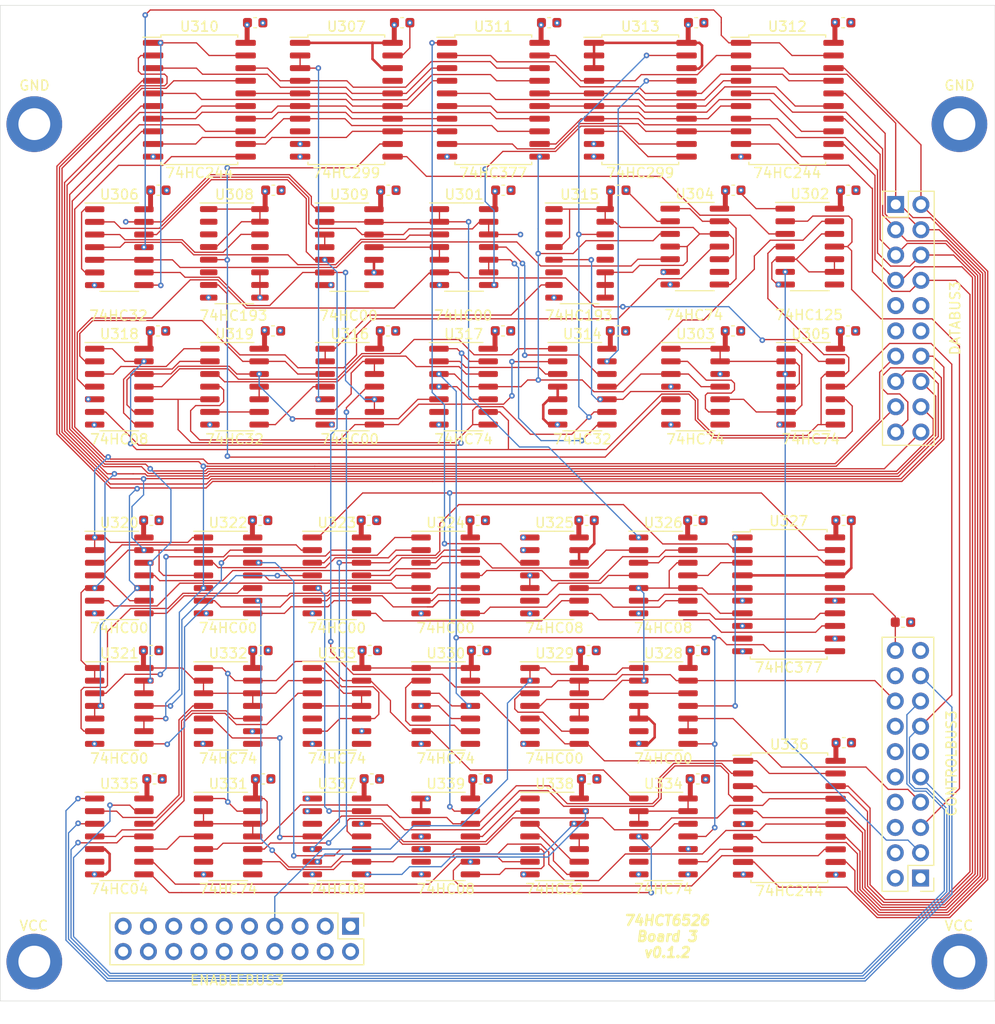
<source format=kicad_pcb>
(kicad_pcb (version 20211014) (generator pcbnew)
  (layers (0 "F.Cu" signal) (1 "In1.Cu" power) (2 "In2.Cu" power) (31 "B.Cu" signal) (34 "B.Paste" user) (35 "F.Paste" user) (36 "B.SilkS" user "B.Silkscreen") (37 "F.SilkS" user "F.Silkscreen") (38 "B.Mask" user) (39 "F.Mask" user) (44 "Edge.Cuts" user))
  (net 0 "")
  (net 1 "TASTART")
  (net 2 "PB6ON")
  (net 3 "CNT")
  (net 4 "PB7ON")
  (net 5 "SP")
  (net 6 "TAOUT")
  (net 7 "PHI2")
  (net 8 "TBOUT")
  (net 9 "~{FLAG}")
  (net 10 "SPMODE")
  (net 11 "TOD")
  (net 12 "TODIN")
  (net 13 "TAPULSE")
  (net 14 "ALARM")
  (net 15 "TBPULSE")
  (net 16 "ENABLE_NAND")
  (net 17 "TODIRQ")
  (net 18 "TARUNMODE")
  (net 19 "~{IRQ}")
  (net 20 "~{RES}")
  (net 21 "D7")
  (net 22 "D6")
  (net 23 "D5")
  (net 24 "D4")
  (net 25 "D3")
  (net 26 "D2")
  (net 27 "D1")
  (net 28 "D0")
  (net 29 "VCC")
  (net 30 "GND")
  (net 31 "DZ0")
  (net 32 "DZ4")
  (net 33 "DZ7")
  (net 34 "DZ3")
  (net 35 "DZ1")
  (net 36 "DZ5")
  (net 37 "DZ6")
  (net 38 "DZ2")
  (net 39 "~{EN6}")
  (net 40 "~{EN5}")
  (net 41 "~{EN7}")
  (net 42 "~{EN4}")
  (net 43 "~{EN14}")
  (net 44 "~{EN13}")
  (net 45 "~{EN12}")
  (net 46 "~{EN11}")
  (net 47 "~{EN10}")
  (net 48 "~{EN9}")
  (net 49 "~{EN8}")
  (net 50 "~{EN15}")
  (net 51 "/~{PHI2}")
  (net 54 "Net-(U304-Pad11)")
  (net 56 "/sdr/sdrInput/INDATA6")
  (net 57 "/sdr/sdrInput/INDATA4")
  (net 58 "/sdr/sdrInput/INDATA2")
  (net 59 "/sdr/sdrInput/INDATA0")
  (net 61 "/sdr/sdrInput/INDATA1")
  (net 62 "/sdr/sdrInput/INDATA3")
  (net 63 "/sdr/sdrInput/INDATA5")
  (net 64 "/sdr/sdrInput/INDATA7")
  (net 71 "Net-(U309-Pad3)")
  (net 72 "/sdr/sdrOutput/OUTDATA0")
  (net 73 "/sdr/sdrOutput/OUTDATA1")
  (net 74 "/sdr/sdrOutput/OUTDATA2")
  (net 75 "/sdr/sdrOutput/OUTDATA3")
  (net 76 "/sdr/sdrOutput/OUTDATA4")
  (net 77 "/sdr/sdrOutput/OUTDATA5")
  (net 78 "/sdr/sdrOutput/OUTDATA6")
  (net 79 "/sdr/sdrOutput/OUTDATA7")
  (net 80 "/sdr/sdrController/~{WRITE}")
  (net 81 "Net-(U303-Pad5)")
  (net 87 "/sdr/sdrController/~{SDRRES}")
  (net 88 "Net-(U304-Pad1)")
  (net 89 "/sdr/sdrController/~{SDRCOUNT}")
  (net 90 "Net-(U313-Pad11)")
  (net 91 "/sdr/sdrController/SDRCOUNT")
  (net 92 "/sdr/sdrController/DONE")
  (net 93 "Net-(U313-Pad17)")
  (net 95 "Net-(U314-Pad1)")
  (net 96 "/sdr/sdrRegister/~{OE12}")
  (net 97 "/sdr/sdrInput/FULL")
  (net 98 "/sdr/sdrController/~{FULL}")
  (net 100 "/sdr/sdrController/S0'")
  (net 101 "Net-(U314-Pad2)")
  (net 103 "Net-(U317-Pad5)")
  (net 104 "/sdr/sdrController/S1'")
  (net 105 "Net-(U317-Pad1)")
  (net 106 "Net-(U316-Pad4)")
  (net 107 "Net-(U316-Pad3)")
  (net 108 "Net-(U303-Pad2)")
  (net 109 "Net-(U301-Pad3)")
  (net 110 "Net-(U306-Pad1)")
  (net 111 "Net-(U306-Pad3)")
  (net 112 "Net-(U306-Pad8)")
  (net 115 "Net-(U303-Pad10)")
  (net 116 "Net-(U318-Pad8)")
  (net 117 "Net-(U301-Pad4)")
  (net 118 "Net-(U301-Pad10)")
  (net 119 "Net-(U301-Pad11)")
  (net 120 "Net-(U302-Pad3)")
  (net 121 "Net-(U302-Pad4)")
  (net 123 "Net-(U302-Pad13)")
  (net 124 "Net-(U319-Pad6)")
  (net 125 "Net-(U318-Pad3)")
  (net 126 "Net-(U319-Pad10)")
  (net 127 "Net-(U301-Pad8)")
  (net 128 "/icr/icrControl/ICR4")
  (net 132 "/~{SDRIRQ}")
  (net 133 "/icr/icrRegister/~{WE12}")
  (net 134 "/icr/icrControl/MASK0")
  (net 135 "/icr/icrControl/MASK1")
  (net 136 "/icr/icrControl/MASK2")
  (net 137 "/icr/icrControl/MASK3")
  (net 138 "/icr/icrControl/MASK4")
  (net 139 "/icr/icrRegister/MASKINT0")
  (net 140 "/icr/icrRegister/MASKINT4")
  (net 141 "/icr/icrRegister/MASKINT3")
  (net 142 "/icr/icrRegister/MASKINT1")
  (net 143 "/icr/icrRegister/MASKINT2")
  (net 144 "/icr/icrControl/~{OE13}")
  (net 145 "/icr/icrControl/ICRCLR")
  (net 146 "/icr/icrControl/~{ICRCLR}")
  (net 147 "Net-(U331-Pad4)")
  (net 148 "/icr/icrControl/ICR0")
  (net 151 "/icr/icrControl/ICR3")
  (net 152 "/icr/icrControl/ICR2")
  (net 155 "/icr/icrControl/ICR1")
  (net 156 "Net-(U334-Pad4)")
  (net 158 "/icr/icrControl/ICR7")
  (net 159 "Net-(U337-Pad8)")
  (net 160 "Net-(U338-Pad3)")
  (net 161 "Net-(U330-Pad2)")
  (net 164 "Net-(U338-Pad10)")
  (net 165 "Net-(U329-Pad3)")
  (net 166 "Net-(U311-Pad1)")
  (net 168 "Net-(U329-Pad10)")
  (net 169 "Net-(U334-Pad12)")
  (net 170 "Net-(U337-Pad6)")
  (net 171 "Net-(U338-Pad4)")
  (net 172 "Net-(U338-Pad5)")
  (net 177 "Net-(U320-Pad3)")
  (net 178 "Net-(U320-Pad8)")
  (net 179 "Net-(U321-Pad3)")
  (net 180 "Net-(U321-Pad6)")
  (net 181 "Net-(U324-Pad11)")
  (net 182 "Net-(U323-Pad11)")
  (net 183 "Net-(U321-Pad8)")
  (net 184 "Net-(U321-Pad11)")
  (net 185 "Net-(U322-Pad11)")
  (net 186 "Net-(U322-Pad6)")
  (net 187 "Net-(U322-Pad3)")
  (net 188 "Net-(U322-Pad8)")
  (net 189 "Net-(U320-Pad11)")
  (net 190 "Net-(U320-Pad6)")
  (net 191 "Net-(U323-Pad3)")
  (net 192 "Net-(U323-Pad6)")
  (net 193 "Net-(U323-Pad8)")
  (net 194 "Net-(U324-Pad3)")
  (net 195 "Net-(U324-Pad6)")
  (net 196 "Net-(U324-Pad8)")
  (net 197 "Net-(U328-Pad12)")
  (net 198 "Net-(U333-Pad1)")
  (net 199 "Net-(U333-Pad3)")
  (net 202 "Net-(U335-Pad9)")
  (net 203 "Net-(U337-Pad11)")
  (net 205 "Net-(U338-Pad1)")
  (net 207 "Net-(U332-Pad4)")
  (net 208 "Net-(U332-Pad10)")
  (net 209 "Net-(U316-Pad12)")
  (footprint "Package_SO:SO-14_3.9x8.65mm_P1.27mm" (layer "F.Cu") (at 111.95 128.48)
    (fp_text reference "U335")
    (fp_text value "74HC04")
  )
  (footprint "Package_SO:SO-14_3.9x8.65mm_P1.27mm" (layer "F.Cu") (at 155.71 128.48)
    (fp_text reference "U338")
    (fp_text value "74HC32")
  )
  (footprint "Capacitor_SMD:C_0603_1608Metric" (layer "F.Cu") (at 173.671665 63.57)
    (fp_text reference "C316")
    (fp_text value "100n")
  )
  (footprint "Capacitor_SMD:C_0603_1608Metric" (layer "F.Cu") (at 184.72 46.74)
    (fp_text reference "C310")
    (fp_text value "100n")
  )
  (footprint "Package_SO:SO-14_3.9x8.65mm_P1.27mm" (layer "F.Cu") (at 133.83 128.48)
    (fp_text reference "U337")
    (fp_text value "74HC08")
  )
  (footprint "Package_SO:SO-14_3.9x8.65mm_P1.27mm" (layer "F.Cu") (at 122.89 115.37)
    (fp_text reference "U332")
    (fp_text value "74HC74")
  )
  (footprint "Package_SO:SO-14_3.9x8.65mm_P1.27mm" (layer "F.Cu") (at 123.534999 83.3)
    (fp_text reference "U319")
    (fp_text value "74HC32")
  )
  (footprint "Capacitor_SMD:C_0603_1608Metric" (layer "F.Cu") (at 148.126 109.8)
    (fp_text reference "C335")
    (fp_text value "100n")
  )
  (footprint "Capacitor_SMD:C_0603_1608Metric" (layer "F.Cu") (at 127.4 77.7)
    (fp_text reference "C309")
    (fp_text value "100n")
  )
  (footprint "Package_SO:SO-14_3.9x8.65mm_P1.27mm" (layer "F.Cu") (at 122.886 102.26)
    (fp_text reference "U322")
    (fp_text value "74HC00")
  )
  (footprint "Package_SO:SO-16_3.9x9.9mm_P1.27mm" (layer "F.Cu") (at 123.513333 69.91)
    (fp_text reference "U308")
    (fp_text value "74HC193")
  )
  (footprint "Capacitor_SMD:C_0603_1608Metric" (layer "F.Cu") (at 140.3875 46.74)
    (fp_text reference "C319")
    (fp_text value "100n")
  )
  (footprint "Package_SO:SOIC-20W_7.5x12.8mm_P1.27mm" (layer "F.Cu") (at 134.775 54.48)
    (fp_text reference "U307")
    (fp_text value "74HC299")
  )
  (footprint "Capacitor_SMD:C_0603_1608Metric" (layer "F.Cu") (at 127.438333 63.57)
    (fp_text reference "C318")
    (fp_text value "100n")
  )
  (footprint "Package_SO:SOIC-20W_7.5x12.8mm_P1.27mm" (layer "F.Cu") (at 120 54.48)
    (fp_text reference "U310")
    (fp_text value "74HC244")
  )
  (footprint "Capacitor_SMD:C_0603_1608Metric" (layer "F.Cu") (at 158.922 96.73)
    (fp_text reference "C333")
    (fp_text value "100n")
  )
  (footprint "Capacitor_SMD:C_0603_1608Metric" (layer "F.Cu") (at 169.86 96.73)
    (fp_text reference "C329")
    (fp_text value "100n")
  )
  (footprint "Capacitor_SMD:C_0603_1608Metric" (layer "F.Cu") (at 137.046 96.73)
    (fp_text reference "C339")
    (fp_text value "100n")
  )
  (footprint "Package_SO:SO-14_3.9x8.65mm_P1.27mm" (layer "F.Cu") (at 181.366666 69.23)
    (fp_text reference "U302")
    (fp_text value "74HC125")
  )
  (footprint "Package_SO:SO-14_3.9x8.65mm_P1.27mm" (layer "F.Cu") (at 144.758 102.26)
    (fp_text reference "U324")
    (fp_text value "74HC00")
  )
  (footprint "Package_SO:SO-14_3.9x8.65mm_P1.27mm" (layer "F.Cu") (at 111.95 102.26)
    (fp_text reference "U320")
    (fp_text value "74HC00")
  )
  (footprint "Capacitor_SMD:C_0603_1608Metric" (layer "F.Cu") (at 125.61 46.74)
    (fp_text reference "C317")
    (fp_text value "100n")
  )
  (footprint "Capacitor_SMD:C_0603_1608Metric" (layer "F.Cu") (at 138.996666 63.57)
    (fp_text reference "C311")
    (fp_text value "100n")
  )
  (footprint "Capacitor_SMD:C_0603_1608Metric" (layer "F.Cu") (at 184.76 96.73)
    (fp_text reference "C326")
    (fp_text value "100n")
  )
  (footprint "Capacitor_SMD:C_0603_1608Metric" (layer "F.Cu") (at 137.338 122.7)
    (fp_text reference "C334")
    (fp_text value "100n")
  )
  (footprint "Package_SO:SO-14_3.9x8.65mm_P1.27mm" (layer "F.Cu") (at 169.803333 69.23)
    (fp_text reference "U304")
    (fp_text value "74HC74")
  )
  (footprint "Capacitor_SMD:C_0603_1608Metric" (layer "F.Cu") (at 150.52 77.7)
    (fp_text reference "C313")
    (fp_text value "100n")
  )
  (footprint "Capacitor_SMD:C_0603_1608Metric" (layer "F.Cu") (at 159.118 109.8)
    (fp_text reference "C330")
    (fp_text value "100n")
  )
  (footprint "Capacitor_SMD:C_0603_1608Metric" (layer "F.Cu") (at 170.11 109.8)
    (fp_text reference "C323")
    (fp_text value "100n")
  )
  (footprint "Package_SO:SO-14_3.9x8.65mm_P1.27mm" (layer "F.Cu") (at 122.89 128.48)
    (fp_text reference "U331")
    (fp_text value "74HC74")
  )
  (footprint "Package_SO:SO-14_3.9x8.65mm_P1.27mm" (layer "F.Cu") (at 111.95 83.3)
    (fp_text reference "U318")
    (fp_text value "74HC08")
  )
  (footprint "Capacitor_SMD:C_0603_1608Metric" (layer "F.Cu") (at 115.15 109.8)
    (fp_text reference "C338")
    (fp_text value "100n")
  )
  (footprint "Package_SO:SO-14_3.9x8.65mm_P1.27mm" (layer "F.Cu") (at 144.77 115.37)
    (fp_text reference "U330")
    (fp_text value "74HC74")
  )
  (footprint "Package_SO:SOIC-20W_7.5x12.8mm_P1.27mm" (layer "F.Cu") (at 164.325 54.48)
    (fp_text reference "U313")
    (fp_text value "74HC299")
  )
  (footprint "Package_SO:SO-14_3.9x8.65mm_P1.27mm" (layer "F.Cu") (at 133.822 102.26)
    (fp_text reference "U323")
    (fp_text value "74HC00")
  )
  (footprint "Package_SO:SO-14_3.9x8.65mm_P1.27mm" (layer "F.Cu") (at 158.496 83.3)
    (fp_text reference "U314")
    (fp_text value "74HC32")
  )
  (footprint "Package_SO:SO-14_3.9x8.65mm_P1.27mm" (layer "F.Cu") (at 146.558 83.3)
    (fp_text reference "U317")
    (fp_text value "74HC74")
  )
  (footprint "Capacitor_SMD:C_0603_1608Metric" (layer "F.Cu") (at 126.142 109.8)
    (fp_text reference "C336")
    (fp_text value "100n")
  )
  (footprint "Capacitor_SMD:C_0603_1608Metric" (layer "F.Cu") (at 185.2 77.7)
    (fp_text reference "C307")
    (fp_text value "100n")
  )
  (footprint "Package_SO:SO-14_3.9x8.65mm_P1.27mm" (layer "F.Cu") (at 181.459999 83.3)
    (fp_text reference "U305")
    (fp_text value "74HC74")
  )
  (footprint "Connector_PinHeader_2.54mm:PinHeader_2x10_P2.54mm_Vertical" (layer "F.Cu") (at 190 65)
    (fp_text reference "DATABUS3")
    (fp_text value "Conn_02x10_Odd_Even")
  )
  (footprint "Package_SO:SOIC-20W_7.5x12.8mm_P1.27mm" (layer "F.Cu") (at 179.31 126.6)
    (fp_text reference "U336")
    (fp_text value "74HC244")
  )
  (footprint "Package_SO:SO-14_3.9x8.65mm_P1.27mm" (layer "F.Cu") (at 146.605 69.28)
    (fp_text reference "U301")
    (fp_text value "74HC00")
  )
  (footprint "Capacitor_SMD:C_0603_1608Metric" (layer "F.Cu") (at 185.23 63.57)
    (fp_text reference "C312")
    (fp_text value "100n")
  )
  (footprint "Package_SO:SO-14_3.9x8.65mm_P1.27mm" (layer "F.Cu") (at 111.95 69.29)
    (fp_text reference "U306")
    (fp_text value "74HC32")
  )
  (footprint "Capacitor_SMD:C_0603_1608Metric" (layer "F.Cu") (at 150.554999 63.57)
    (fp_text reference "C304")
    (fp_text value "100n")
  )
  (footprint "Capacitor_SMD:C_0603_1608Metric" (layer "F.Cu") (at 173.64 77.7)
    (fp_text reference "C315")
    (fp_text value "100n")
  )
  (footprint "Package_SO:SO-16_3.9x9.9mm_P1.27mm" (layer "F.Cu") (at 158.22 69.91)
    (fp_text reference "U315")
    (fp_text value "74HC193")
  )
  (footprint "Capacitor_SMD:C_0603_1608Metric" (layer "F.Cu") (at 115.88 63.57)
    (fp_text reference "C305")
    (fp_text value "100n")
  )
  (footprint "Capacitor_SMD:C_0603_1608Metric" (layer "F.Cu") (at 162.08 77.7)
    (fp_text reference "C303")
    (fp_text value "100n")
  )
  (footprint "Package_SO:SOIC-20W_7.5x12.8mm_P1.27mm" (layer "F.Cu") (at 179.24 104.16)
    (fp_text reference "U327")
    (fp_text value "74HC377")
  )
  (footprint "Capacitor_SMD:C_0603_1608Metric" (layer "F.Cu") (at 184.78 119.06)
    (fp_text reference "C328")
    (fp_text value "100n")
  )
  (footprint "Capacitor_SMD:C_0603_1608Metric" (layer "F.Cu") (at 190.73 106.96)
    (fp_text reference "C340")
    (fp_text value "100n")
  )
  (footprint "Capacitor_SMD:C_0603_1608Metric" (layer "F.Cu") (at 126.108 96.73)
    (fp_text reference "C331")
    (fp_text value "100n")
  )
  (footprint "Package_SO:SOIC-20W_7.5x12.8mm_P1.27mm" (layer "F.Cu") (at 179.1 54.48)
    (fp_text reference "U312")
    (fp_text value "74HC244")
  )
  (footprint "Connector_PinHeader_2.54mm:PinHeader_2x10_P2.54mm_Vertical" (layer "F.Cu") (at 192.5 132.66 180)
    (fp_text reference "CONTROLBUS3")
    (fp_text value "Conn_02x10_Odd_Even")
  )
  (footprint "Package_SO:SO-14_3.9x8.65mm_P1.27mm" (layer "F.Cu") (at 155.694 102.26)
    (fp_text reference "U325")
    (fp_text value "74HC08")
  )
  (footprint "Capacitor_SMD:C_0603_1608Metric" (layer "F.Cu") (at 147.984 96.73)
    (fp_text reference "C324")
    (fp_text value "100n")
  )
  (footprint "Package_SO:SO-14_3.9x8.65mm_P1.27mm" (layer "F.Cu") (at 144.77 128.48)
    (fp_text reference "U339")
    (fp_text value "74HC08")
  )
  (footprint "Capacitor_SMD:C_0603_1608Metric" (layer "F.Cu") (at 115.49 122.7)
    (fp_text reference "C321")
    (fp_text value "100n")
  )
  (footprint "Capacitor_SMD:C_0603_1608Metric" (layer "F.Cu") (at 115.84 77.7)
    (fp_text reference "C301")
    (fp_text value "100n")
  )
  (footprint "Capacitor_SMD:C_0603_1608Metric" (layer "F.Cu") (at 138.96 77.7)
    (fp_text reference "C302")
    (fp_text value "100n")
  )
  (footprint "Capacitor_SMD:C_0603_1608Metric" (layer "F.Cu") (at 115.17 96.73)
    (fp_text reference "C337")
    (fp_text value "100n")
  )
  (footprint "Package_SO:SOIC-20W_7.5x12.8mm_P1.27mm" (layer "F.Cu") (at 149.55 54.48)
    (fp_text reference "U311")
    (fp_text value "74HC377")
  )
  (footprint "Package_SO:SO-14_3.9x8.65mm_P1.27mm" (layer "F.Cu") (at 169.874995 83.3)
    (fp_text reference "U303")
    (fp_text value "74HC74")
  )
  (footprint "Capacitor_SMD:C_0603_1608Metric" (layer "F.Cu") (at 162.113332 63.57)
    (fp_text reference "C308")
    (fp_text value "100n")
  )
  (footprint "Capacitor_SMD:C_0603_1608Metric" (layer "F.Cu") (at 148.262 122.7)
    (fp_text reference "C327")
    (fp_text value "100n")
  )
  (footprint "Package_SO:SO-14_3.9x8.65mm_P1.27mm" (layer "F.Cu") (at 166.65 115.37)
    (fp_text reference "U328")
    (fp_text value "74HC00")
  )
  (footprint "Package_SO:SO-14_3.9x8.65mm_P1.27mm" (layer "F.Cu") (at 166.63 102.26)
    (fp_text reference "U326")
    (fp_text value "74HC08")
  )
  (footprint "Capacitor_SMD:C_0603_1608Metric" (layer "F.Cu") (at 155.165 46.74)
    (fp_text reference "C306")
    (fp_text value "100n")
  )
  (footprint "Package_SO:SO-14_3.9x8.65mm_P1.27mm" (layer "F.Cu") (at 133.83 115.37)
    (fp_text reference "U333")
    (fp_text value "74HC74")
  )
  (footprint "Package_SO:SO-14_3.9x8.65mm_P1.27mm" (layer "F.Cu") (at 111.95 115.37)
    (fp_text reference "U321")
    (fp_text value "74HC00")
  )
  (footprint "MountingHole:MountingHole_2.2mm_M2_DIN965_Pad" (layer "F.Cu") (at 103.406802 56.930538)
    (fp_text reference "GND101" hide)
    (fp_text value "GND")
  )
  (footprint "Capacitor_SMD:C_0603_1608Metric" (layer "F.Cu") (at 126.414 122.7)
    (fp_text reference "C325")
    (fp_text value "100n")
  )
  (footprint "Package_SO:SO-14_3.9x8.65mm_P1.27mm" (layer "F.Cu") (at 135.119998 83.3)
    (fp_text reference "U316")
    (fp_text value "74HC00")
  )
  (footprint "Capacitor_SMD:C_0603_1608Metric" (layer "F.Cu") (at 137.134 109.8)
    (fp_text reference "C322")
    (fp_text value "100n")
  )
  (footprint "Connector_PinHeader_2.54mm:PinHeader_2x10_P2.54mm_Vertical" (layer "F.Cu") (at 135.2 137.5 -90)
    (fp_text reference "ENABLEBUS3")
    (fp_text value "Conn_02x10_Odd_Even")
  )
  (footprint "Capacitor_SMD:C_0603_1608Metric" (layer "F.Cu") (at 170.11 122.7)
    (fp_text reference "C332")
    (fp_text value "100n")
  )
  (footprint "MountingHole:MountingHole_2.2mm_M2_DIN965_Pad" (layer "F.Cu") (at 103.406802 141.055538)
    (fp_text reference "VCC101" hide)
    (fp_text value "VCC")
  )
  (footprint "Package_SO:SO-14_3.9x8.65mm_P1.27mm" (layer "F.Cu") (at 135.076666 69.29)
    (fp_text reference "U309")
    (fp_text value "74HC00")
  )
  (footprint "Capacitor_SMD:C_0603_1608Metric" (layer "F.Cu") (at 159.186 122.7)
    (fp_text reference "C320")
    (fp_text value "100n")
  )
  (footprint "Capacitor_SMD:C_0603_1608Metric" (layer "F.Cu") (at 169.9425 46.74)
    (fp_text reference "C314")
    (fp_text value "100n")
  )
  (footprint "Package_SO:SO-14_3.9x8.65mm_P1.27mm" (layer "F.Cu") (at 166.65 128.48)
    (fp_text reference "U334")
    (fp_text value "74HC74")
  )
  (footprint "Package_SO:SO-14_3.9x8.65mm_P1.27mm" (layer "F.Cu") (at 155.71 115.37)
    (fp_text reference "U329")
    (fp_text value "74HC00")
  )
  (footprint "MountingHole:MountingHole_2.2mm_M2_DIN965_Pad" (layer "F.Cu") (at 196.406802 56.930538)
    (fp_text reference "GND102" hide)
    (fp_text value "GND")
  )
  (footprint "MountingHole:MountingHole_2.2mm_M2_DIN965_Pad" (layer "F.Cu") (at 196.406802 141.055538)
    (fp_text reference "VCC102" hide)
    (fp_text value "VCC")
  )
  (gr_line (start 199.981802 45.005538) (end 99.981802 45.005538) (layer "Edge.Cuts") (width 0.05))
  (gr_line (start 99.981802 145.005538) (end 199.981802 145.005538) (layer "Edge.Cuts") (width 0.05))
  (gr_line (start 99.981802 45.005538) (end 99.981802 145.005538) (layer "Edge.Cuts") (width 0.05))
  (gr_line (start 199.981802 145.005538) (end 199.981802 45.005538) (layer "Edge.Cuts") (width 0.05))
  (gr_text "74HCT6526\nBoard 3\nv0.1.2" (at 167.01 138.53) (layer "F.SilkS") (effects (font (size 1 1) (thickness 0.25) italic)))
  (segment (start 109.475 84.57) (end 108.84 84.57) (width 0.127) (layer "F.Cu") (net 1))
  (segment (start 108.84 84.57) (end 108.83 84.56) (width 0.127) (layer "F.Cu") (net 1))
  (via (at 108.83 84.56) (size 0.56) (drill 0.25) (layers "F.Cu" "B.Cu") (net 1))
  (segment (start 178.9 82.03) (end 178.891666 82.038334) (width 0.127) (layer "F.Cu") (net 3))
  (segment (start 178.984999 82.03) (end 178.9 82.03) (width 0.127) (layer "F.Cu") (net 3))
  (via (at 178.891666 71.768334) (size 0.56) (drill 0.25) (layers "F.Cu" "B.Cu") (net 3))
  (via (at 178.891666 82.038334) (size 0.56) (drill 0.25) (layers "F.Cu" "B.Cu") (net 3))
  (segment (start 189.06 128.85) (end 178.891666 118.681666) (width 0.127) (layer "B.Cu") (net 3))
  (segment (start 178.891666 82.038334) (end 178.891666 71.768334) (width 0.127) (layer "B.Cu") (net 3))
  (segment (start 178.891666 118.681666) (end 178.891666 82.038334) (width 0.127) (layer "B.Cu") (net 3))
  (segment (start 192.5 130.12) (end 191.23 128.85) (width 0.127) (layer "B.Cu") (net 3))
  (segment (start 191.23 128.85) (end 189.06 128.85) (width 0.127) (layer "B.Cu") (net 3))
  (segment (start 196.41 123.67) (end 192.5 127.58) (width 0.127) (layer "F.Cu") (net 5))
  (segment (start 179.53 66.68) (end 181.14 66.68) (width 0.127) (layer "F.Cu") (net 5))
  (segment (start 185.57 69.65) (end 185.57 73.54) (width 0.127) (layer "F.Cu") (net 5))
  (segment (start 188.52 76.49) (end 193.66 76.49) (width 0.127) (layer "F.Cu") (net 5))
  (segment (start 185.27354 66.16354) (end 185.6 66.49) (width 0.127) (layer "F.Cu") (net 5))
  (segment (start 181.65646 66.16354) (end 185.27354 66.16354) (width 0.127) (layer "F.Cu") (net 5))
  (segment (start 193.66 76.49) (end 196.41 79.24) (width 0.127) (layer "F.Cu") (net 5))
  (segment (start 196.41 79.24) (end 196.41 123.67) (width 0.127) (layer "F.Cu") (net 5))
  (segment (start 185.15 69.23) (end 185.57 69.65) (width 0.127) (layer "F.Cu") (net 5))
  (segment (start 181.14 66.68) (end 181.65646 66.16354) (width 0.127) (layer "F.Cu") (net 5))
  (segment (start 185.6 66.49) (end 185.6 68.78) (width 0.127) (layer "F.Cu") (net 5))
  (segment (start 185.15 69.23) (end 183.841666 69.23) (width 0.127) (layer "F.Cu") (net 5))
  (segment (start 185.57 73.54) (end 188.52 76.49) (width 0.127) (layer "F.Cu") (net 5))
  (segment (start 185.6 68.78) (end 185.15 69.23) (width 0.127) (layer "F.Cu") (net 5))
  (segment (start 178.52 121.51) (end 187.01 121.51) (width 0.127) (layer "F.Cu") (net 7))
  (segment (start 169.125 116.64) (end 169.125 117.91) (width 0.127) (layer "F.Cu") (net 7))
  (segment (start 189.25 123.75) (end 191.22 123.75) (width 0.127) (layer "F.Cu") (net 7))
  (segment (start 187.01 121.51) (end 189.25 123.75) (width 0.127) (layer "F.Cu") (net 7))
  (segment (start 191.85 124.39) (end 192.5 125.04) (width 0.127) (layer "F.Cu") (net 7))
  (segment (start 173.65 116.64) (end 178.52 121.51) (width 0.127) (layer "F.Cu") (net 7))
  (segment (start 191.22 123.75) (end 191.85 124.38) (width 0.127) (layer "F.Cu") (net 7))
  (segment (start 169.125 116.64) (end 173.65 116.64) (width 0.127) (layer "F.Cu") (net 7))
  (segment (start 191.85 124.38) (end 191.85 124.39) (width 0.127) (layer "F.Cu") (net 7))
  (segment (start 109.475 127.21) (end 107.86 127.21) (width 0.127) (layer "F.Cu") (net 9))
  (segment (start 107.86 127.21) (end 107.81 127.16) (width 0.127) (layer "F.Cu") (net 9))
  (via (at 107.81 127.16) (size 0.56) (drill 0.25) (layers "F.Cu" "B.Cu") (net 9))
  (segment (start 186.836479 142.74352) (end 187.95 141.63) (width 0.127) (layer "B.Cu") (net 9))
  (segment (start 187.95 141.63) (end 195.39352 134.18648) (width 0.127) (layer "B.Cu") (net 9))
  (segment (start 195.39352 125.39352) (end 192.5 122.5) (width 0.127) (layer "B.Cu") (net 9))
  (segment (start 107.81 127.16) (end 106.84296 128.12704) (width 0.127) (layer "B.Cu") (net 9))
  (segment (start 106.84296 138.79296) (end 110.79352 142.74352) (width 0.127) (layer "B.Cu") (net 9))
  (segment (start 110.79352 142.74352) (end 186.836479 142.74352) (width 0.127) (layer "B.Cu") (net 9))
  (segment (start 195.39352 134.18648) (end 195.39352 125.39352) (width 0.127) (layer "B.Cu") (net 9))
  (segment (start 106.84296 128.12704) (end 106.84296 138.79296) (width 0.127) (layer "B.Cu") (net 9))
  (segment (start 140.514 68.02) (end 141.081385 67.452615) (width 0.127) (layer "F.Cu") (net 10))
  (segment (start 136.346 68.02) (end 137.551666 68.02) (width 0.127) (layer "F.Cu") (net 10))
  (segment (start 147.462615 67.437385) (end 148.16 66.74) (width 0.127) (layer "F.Cu") (net 10))
  (segment (start 111.454 66.75) (end 112.105493 67.401493) (width 0.127) (layer "F.Cu") (net 10))
  (segment (start 149.08 66.74) (end 149.08 68) (width 0.127) (layer "F.Cu") (net 10))
  (segment (start 131 64.308532) (end 131 66.942986) (width 0.127) (layer "F.Cu") (net 10))
  (segment (start 112.105493 67.401493) (end 115.958507 67.401493) (width 0.127) (layer "F.Cu") (net 10))
  (segment (start 128.95149 62.260022) (end 131 64.308532) (width 0.127) (layer "F.Cu") (net 10))
  (segment (start 109.475 66.75) (end 111.454 66.75) (width 0.127) (layer "F.Cu") (net 10))
  (segment (start 115.958507 67.401493) (end 121.099978 62.260022) (width 0.127) (layer "F.Cu") (net 10))
  (segment (start 147.462615 67.452615) (end 147.462615 67.437385) (width 0.127) (layer "F.Cu") (net 10))
  (segment (start 135.727493 67.401493) (end 136.346 68.02) (width 0.127) (layer "F.Cu") (net 10))
  (segment (start 152.27 68.01) (end 152.28 68.02) (width 0.127) (layer "F.Cu") (net 10))
  (segment (start 149.08 68.01) (end 152.27 68.01) (width 0.127) (layer "F.Cu") (net 10))
  (segment (start 141.081385 67.452615) (end 147.462615 67.452615) (width 0.127) (layer "F.Cu") (net 10))
  (segment (start 121.099978 62.260022) (end 128.95149 62.260022) (width 0.127) (layer "F.Cu") (net 10))
  (segment (start 137.551666 68.02) (end 140.514 68.02) (width 0.127) (layer "F.Cu") (net 10))
  (segment (start 131 66.942986) (end 131.458507 67.401493) (width 0.127) (layer "F.Cu") (net 10))
  (segment (start 148.16 66.74) (end 149.08 66.74) (width 0.127) (layer "F.Cu") (net 10))
  (segment (start 131.458507 67.401493) (end 135.727493 67.401493) (width 0.127) (layer "F.Cu") (net 10))
  (via (at 152.28 68.02) (size 0.56) (drill 0.25) (layers "F.Cu" "B.Cu") (net 10))
  (segment (start 195.63648 114.28352) (end 192.5 117.42) (width 0.127) (layer "F.Cu") (net 13))
  (segment (start 114.425 128.48) (end 112.34 128.48) (width 0.127) (layer "F.Cu") (net 13))
  (segment (start 112.34 128.48) (end 111.81 129.01) (width 0.127) (layer "F.Cu") (net 13))
  (segment (start 111.81 129.01) (end 111.7 129.12) (width 0.127) (layer "F.Cu") (net 13))
  (segment (start 111.7 129.12) (end 110.72 129.12) (width 0.127) (layer "F.Cu") (net 13))
  (segment (start 189.39 78.96) (end 193.55 78.96) (width 0.127) (layer "F.Cu") (net 13))
  (segment (start 183.934999 83.3) (end 185.05 83.3) (width 0.127) (layer "F.Cu") (net 13))
  (segment (start 107.82 129.12) (end 107.8 129.1) (width 0.127) (layer "F.Cu") (net 13))
  (segment (start 193.55 78.96) (end 195.63648 81.04648) (width 0.127) (layer "F.Cu") (net 13))
  (segment (start 195.63648 81.04648) (end 195.63648 114.28352) (width 0.127) (layer "F.Cu") (net 13))
  (segment (start 110.72 129.12) (end 107.82 129.12) (width 0.127) (layer "F.Cu") (net 13))
  (segment (start 185.05 83.3) (end 189.39 78.96) (width 0.127) (layer "F.Cu") (net 13))
  (via (at 107.8 129.1) (size 0.56) (drill 0.25) (layers "F.Cu" "B.Cu") (net 13))
  (segment (start 110.921469 142.49) (end 107.09648 138.665011) (width 0.127) (layer "B.Cu") (net 13))
  (segment (start 195.14 134.05) (end 186.7 142.49) (width 0.127) (layer "B.Cu") (net 13))
  (segment (start 186.7 142.49) (end 110.921469 142.49) (width 0.127) (layer "B.Cu") (net 13))
  (segment (start 195.14 125.68) (end 195.14 134.05) (width 0.127) (layer "B.Cu") (net 13))
  (segment (start 107.8 129.1) (end 107.09648 129.80352) (width 0.127) (layer "B.Cu") (net 13))
  (segment (start 191.38 123.1) (end 191.955 123.675) (width 0.127) (layer "B.Cu") (net 13))
  (segment (start 107.09648 138.665011) (end 107.09648 130.26352) (width 0.127) (layer "B.Cu") (net 13))
  (segment (start 191.38 118.54) (end 191.38 123.1) (width 0.127) (layer "B.Cu") (net 13))
  (segment (start 193.135 123.675) (end 195.14 125.68) (width 0.127) (layer "B.Cu") (net 13))
  (segment (start 192.5 117.42) (end 191.38 118.54) (width 0.127) (layer "B.Cu") (net 13))
  (segment (start 191.955 123.675) (end 193.135 123.675) (width 0.127) (layer "B.Cu") (net 13))
  (segment (start 107.09648 129.80352) (end 107.09648 130.26352) (width 0.127) (layer "B.Cu") (net 13))
  (segment (start 113.6 125.94) (end 113.24 125.58) (width 0.127) (layer "F.Cu") (net 15))
  (segment (start 113.24 125.58) (end 113 125.34) (width 0.127) (layer "F.Cu") (net 15))
  (segment (start 113 125.34) (end 111.01 125.34) (width 0.127) (layer "F.Cu") (net 15))
  (segment (start 114.425 125.94) (end 113.6 125.94) (width 0.127) (layer "F.Cu") (net 15))
  (via (at 111.01 125.34) (size 0.56) (drill 0.25) (layers "F.Cu" "B.Cu") (net 15))
  (segment (start 194.88648 133.944988) (end 186.594988 142.23648) (width 0.127) (layer "B.Cu") (net 15))
  (segment (start 111.01 125.34) (end 111.01 126.95) (width 0.127) (layer "B.Cu") (net 15))
  (segment (start 111.04648 142.23648) (end 107.35 138.54) (width 0.127) (layer "B.Cu") (net 15))
  (segment (start 191.12648 123.205012) (end 191.849989 123.92852) (width 0.127) (layer "B.Cu") (net 15))
  (segment (start 192.5 114.88) (end 191.12648 116.25352) (width 0.127) (layer "B.Cu") (net 15))
  (segment (start 111.01 126.95) (end 107.35 130.61) (width 0.127) (layer "B.Cu") (net 15))
  (segment (start 107.35 138.54) (end 107.35 130.61) (width 0.127) (layer "B.Cu") (net 15))
  (segment (start 193.029988 123.92852) (end 194.88648 125.785012) (width 0.127) (layer "B.Cu") (net 15))
  (segment (start 191.12648 116.25352) (end 191.12648 123.205012) (width 0.127) (layer "B.Cu") (net 15))
  (segment (start 186.594988 142.23648) (end 111.04648 142.23648) (width 0.127) (layer "B.Cu") (net 15))
  (segment (start 191.849989 123.92852) (end 193.029988 123.92852) (width 0.127) (layer "B.Cu") (net 15))
  (segment (start 194.88648 125.785012) (end 194.88648 133.944988) (width 0.127) (layer "B.Cu") (net 15))
  (segment (start 154.04 113.47) (end 145.71 113.47) (width 0.127) (layer "F.Cu") (net 16))
  (segment (start 155.4 113.47) (end 154.04 113.47) (width 0.127) (layer "F.Cu") (net 16))
  (segment (start 156.04 112.83) (end 155.78 113.09) (width 0.127) (layer "F.Cu") (net 16))
  (segment (start 145.71 113.47) (end 145.31 113.07) (width 0.127) (layer "F.Cu") (net 16))
  (segment (start 145.31 113.07) (end 144.44 112.2) (width 0.127) (layer "F.Cu") (net 16))
  (segment (start 115.698532 68.02) (end 121.20499 62.513542) (width 0.127) (layer "F.Cu") (net 16))
  (segment (start 167.94 112.83) (end 169.125 112.83) (width 0.127) (layer "F.Cu") (net 16))
  (segment (start 130.74648 64.413544) (end 130.74648 69.74648) (width 0.127) (layer "F.Cu") (net 16))
  (segment (start 130.74648 69.74648) (end 131.56 70.56) (width 0.127) (layer "F.Cu") (net 16))
  (segment (start 187.91 112.83) (end 189.96 114.88) (width 0.127) (layer "F.Cu") (net 16))
  (segment (start 144.44 112.2) (end 143.19 112.2) (width 0.127) (layer "F.Cu") (net 16))
  (segment (start 162.52 112.23) (end 167.34 112.23) (width 0.127) (layer "F.Cu") (net 16))
  (segment (start 135.48914 112.2) (end 133.21 109.92086) (width 0.127) (layer "F.Cu") (net 16))
  (segment (start 143.19 112.2) (end 135.48914 112.2) (width 0.127) (layer "F.Cu") (net 16))
  (segment (start 158.185 112.83) (end 161.92 112.83) (width 0.127) (layer "F.Cu") (net 16))
  (segment (start 169.125 112.83) (end 187.91 112.83) (width 0.127) (layer "F.Cu") (net 16))
  (segment (start 121.20499 62.513542) (end 128.846478 62.513542) (width 0.127) (layer "F.Cu") (net 16))
  (segment (start 128.846478 62.513542) (end 130.74648 64.413544) (width 0.127) (layer "F.Cu") (net 16))
  (segment (start 158.185 114.1) (end 158.185 112.83) (width 0.127) (layer "F.Cu") (net 16))
  (segment (start 167.34 112.23) (end 167.94 112.83) (width 0.127) (layer "F.Cu") (net 16))
  (segment (start 131.56 70.56) (end 132.601666 70.56) (width 0.127) (layer "F.Cu") (net 16))
  (segment (start 155.78 113.09) (end 155.4 113.47) (width 0.127) (layer "F.Cu") (net 16))
  (segment (start 114.425 68.02) (end 115.698532 68.02) (width 0.127) (layer "F.Cu") (net 16))
  (segment (start 158.185 112.83) (end 156.04 112.83) (width 0.127) (layer "F.Cu") (net 16))
  (segment (start 133.21 109.92086) (end 133.21 108.91) (width 0.127) (layer "F.Cu") (net 16))
  (segment (start 161.92 112.83) (end 162.52 112.23) (width 0.127) (layer "F.Cu") (net 16))
  (via (at 132.601666 70.56) (size 0.56) (drill 0.25) (layers "F.Cu" "B.Cu") (net 16))
  (via (at 133.21 108.91) (size 0.56) (drill 0.25) (layers "F.Cu" "B.Cu") (net 16))
  (segment (start 133.21 108.91) (end 133.21 88.11) (width 0.127) (layer "B.Cu") (net 16))
  (segment (start 133.21 88.11) (end 133.84 87.48) (width 0.127) (layer "B.Cu") (net 16))
  (segment (start 133.84 87.48) (end 133.84 71.798334) (width 0.127) (layer "B.Cu") (net 16))
  (segment (start 133.84 71.798334) (end 132.601666 70.56) (width 0.127) (layer "B.Cu") (net 16))
  (segment (start 107.81 124.67) (end 109.475 124.67) (width 0.127) (layer "F.Cu") (net 17))
  (segment (start 107.8 124.68) (end 107.81 124.67) (width 0.127) (layer "F.Cu") (net 17))
  (via (at 107.8 124.68) (size 0.56) (drill 0.25) (layers "F.Cu" "B.Cu") (net 17))
  (segment (start 192.5 112.34) (end 195.64704 115.48704) (width 0.127) (layer "B.Cu") (net 17))
  (segment (start 106.58944 138.89944) (end 106.58944 125.89056) (width 0.127) (layer "B.Cu") (net 17))
  (segment (start 106.58944 125.89056) (end 107.8 124.68) (width 0.127) (layer "B.Cu") (net 17))
  (segment (start 186.941491 142.99704) (end 110.68704 142.99704) (width 0.127) (layer "B.Cu") (net 17))
  (segment (start 195.64704 115.48704) (end 195.64704 134.291492) (width 0.127) (layer "B.Cu") (net 17))
  (segment (start 195.64704 134.291492) (end 186.941491 142.99704) (width 0.127) (layer "B.Cu") (net 17))
  (segment (start 110.68704 142.99704) (end 106.58944 138.89944) (width 0.127) (layer "B.Cu") (net 17))
  (via (at 169.125 132.29) (size 0.56) (drill 0.25) (layers "F.Cu" "B.Cu") (net 19))
  (segment (start 162.52 112.8) (end 164.145 112.8) (width 0.127) (layer "F.Cu") (net 20))
  (segment (start 164.175 112.83) (end 164.68 112.83) (width 0.127) (layer "F.Cu") (net 20))
  (segment (start 189.955 106.375) (end 189.955 106.96) (width 0.127) (layer "F.Cu") (net 20))
  (segment (start 167.23 103.53) (end 169.105 103.53) (width 0.127) (layer "F.Cu") (net 20))
  (segment (start 167.23 101.78) (end 167.23 103.53) (width 0.127) (layer "F.Cu") (net 20))
  (segment (start 136.03 66.75) (end 137.551666 66.75) (width 0.127) (layer "F.Cu") (net 20))
  (segment (start 187.71 104.13) (end 189.955 106.375) (width 0.127) (layer "F.Cu") (net 20))
  (segment (start 189.96 106.965) (end 189.955 106.96) (width 0.127) (layer "F.Cu") (net 20))
  (segment (start 170.55 103.53) (end 171.15 104.13) (width 0.127) (layer "F.Cu") (net 20))
  (segment (start 154.26 115.37) (end 154.91 114.72) (width 0.127) (layer "F.Cu") (net 20))
  (segment (start 189.96 109.8) (end 189.96 106.965) (width 0.127) (layer "F.Cu") (net 20))
  (segment (start 169.105 100.99) (end 168.02 100.99) (width 0.127) (layer "F.Cu") (net 20))
  (segment (start 144.18 65.52) (end 144.13 65.47) (width 0.127) (layer "F.Cu") (net 20))
  (segment (start 164.145 112.8) (end 164.175 112.83) (width 0.127) (layer "F.Cu") (net 20))
  (segment (start 171.15 104.13) (end 187.71 104.13) (width 0.127) (layer "F.Cu") (net 20))
  (segment (start 153.235 115.37) (end 154.26 115.37) (width 0.127) (layer "F.Cu") (net 20))
  (segment (start 132.601666 66.75) (end 136.03 66.75) (width 0.127) (layer "F.Cu") (net 20))
  (segment (start 144.135 66.81) (end 144.135 65.54) (width 0.127) (layer "F.Cu") (net 20))
  (segment (start 160.6 114.72) (end 162.52 112.8) (width 0.127) (layer "F.Cu") (net 20))
  (segment (start 169.105 103.53) (end 170.55 103.53) (width 0.127) (layer "F.Cu") (net 20))
  (segment (start 137.611666 66.81) (end 137.551666 66.75) (width 0.127) (layer "F.Cu") (net 20))
  (segment (start 164.155 103.53) (end 158.169 103.53) (width 0.127) (layer "F.Cu") (net 20))
  (segment (start 168.02 100.99) (end 167.23 101.78) (width 0.127) (layer "F.Cu") (net 20))
  (segment (start 164.155 103.53) (end 167.23 103.53) (width 0.127) (layer "F.Cu") (net 20))
  (segment (start 147.06 66.74) (end 144.13 66.74) (width 0.127) (layer "F.Cu") (net 20))
  (segment (start 154.91 114.72) (end 160.6 114.72) (width 0.127) (layer "F.Cu") (net 20))
  (segment (start 144.135 66.81) (end 137.611666 66.81) (width 0.127) (layer "F.Cu") (net 20))
  (via (at 164.68 112.83) (size 0.56) (drill 0.25) (layers "F.Cu" "B.Cu") (net 20))
  (via (at 164.155 103.53) (size 0.56) (drill 0.25) (layers "F.Cu" "B.Cu") (net 20))
  (via (at 147.06 66.74) (size 0.56) (drill 0.25) (layers "F.Cu" "B.Cu") (net 20))
  (via (at 164.155 98.45) (size 0.56) (drill 0.25) (layers "F.Cu" "B.Cu") (net 20))
  (segment (start 155.1 89.36) (end 152.18 89.36) (width 0.127) (layer "B.Cu") (net 20))
  (segment (start 164.155 98.415) (end 155.1 89.36) (width 0.127) (layer "B.Cu") (net 20))
  (segment (start 164.68 112.83) (end 164.68 104.055) (width 0.127) (layer "B.Cu") (net 20))
  (segment (start 147.06 84.24) (end 147.06 66.74) (width 0.127) (layer "B.Cu") (net 20))
  (segment (start 164.68 104.055) (end 164.155 103.53) (width 0.127) (layer "B.Cu") (net 20))
  (segment (start 164.155 98.45) (end 164.155 98.415) (width 0.127) (layer "B.Cu") (net 20))
  (segment (start 152.18 89.36) (end 147.06 84.24) (width 0.127) (layer "B.Cu") (net 20))
  (segment (start 185.9 131.92) (end 185.9 134.025596) (width 0.127) (layer "F.Cu") (net 21))
  (segment (start 190 56.83) (end 190 65) (width 0.127) (layer "F.Cu") (net 21))
  (segment (start 195.31648 136.37352) (end 198.99648 132.69352) (width 0.127) (layer "F.Cu") (net 21))
  (segment (start 174.45 51.305) (end 178.705 51.305) (width 0.127) (layer "F.Cu") (net 21))
  (segment (start 179.32 51.92) (end 185.09 51.92) (width 0.127) (layer "F.Cu") (net 21))
  (segment (start 188.247925 136.37352) (end 195.31648 136.37352) (width 0.127) (layer "F.Cu") (net 21))
  (segment (start 185.9 134.025596) (end 188.247925 136.37352) (width 0.127) (layer "F.Cu") (net 21))
  (segment (start 190.06 65.06) (end 190 65) (width 0.127) (layer "F.Cu") (net 21))
  (segment (start 178.705 51.305) (end 179.32 51.92) (width 0.127) (layer "F.Cu") (net 21))
  (segment (start 198.99648 132.69352) (end 198.99648 71.815012) (width 0.127) (layer "F.Cu") (net 21))
  (segment (start 185.025 131.045) (end 185.9 131.92) (width 0.127) (layer "F.Cu") (net 21))
  (segment (start 190.48 65.06) (end 190.06 65.06) (width 0.127) (layer "F.Cu") (net 21))
  (segment (start 191.74 66.32) (end 190.48 65.06) (width 0.127) (layer "F.Cu") (net 21))
  (segment (start 193.501468 66.32) (end 191.74 66.32) (width 0.127) (layer "F.Cu") (net 21))
  (segment (start 185.09 51.92) (end 190 56.83) (width 0.127) (layer "F.Cu") (net 21))
  (segment (start 198.99648 71.815012) (end 193.501468 66.32) (width 0.127) (layer "F.Cu") (net 21))
  (segment (start 183.96 131.045) (end 185.025 131.045) (width 0.127) (layer "F.Cu") (net 21))
  (segment (start 185.075 133.575) (end 178.285 133.575) (width 0.127) (layer "F.Cu") (net 22))
  (segment (start 199.25 132.81) (end 195.43296 136.62704) (width 0.127) (layer "F.Cu") (net 22))
  (segment (start 175.755 131.045) (end 174.66 131.045) (width 0.127) (layer "F.Cu") (net 22))
  (segment (start 192.54 59.011468) (end 192.54 65) (width 0.127) (layer "F.Cu") (net 22))
  (segment (start 188.12704 136.62704) (end 185.075 133.575) (width 0.127) (layer "F.Cu") (net 22))
  (segment (start 192.54 65) (end 199.25 71.71) (width 0.127) (layer "F.Cu") (net 22))
  (segment (start 183.75 51.305) (end 184.833532 51.305) (width 0.127) (layer "F.Cu") (net 22))
  (segment (start 199.25 71.71) (end 199.25 132.81) (width 0.127) (layer "F.Cu") (net 22))
  (segment (start 178.285 133.575) (end 175.755 131.045) (width 0.127) (layer "F.Cu") (net 22))
  (segment (start 195.43296 136.62704) (end 188.12704 136.62704) (width 0.127) (layer "F.Cu") (net 22))
  (segment (start 184.833532 51.305) (end 192.54 59.011468) (width 0.127) (layer "F.Cu") (net 22))
  (segment (start 188.68648 59.42648) (end 188.68648 66.065011) (width 0.127) (layer "F.Cu") (net 23))
  (segment (start 177.745 53.845) (end 179.63 55.73) (width 0.127) (layer "F.Cu") (net 23))
  (segment (start 184.955 128.505) (end 186.40704 129.95704) (width 0.127) (layer "F.Cu") (net 23))
  (segment (start 198.48944 72.025036) (end 195.124404 68.66) (width 0.127) (layer "F.Cu") (net 23))
  (segment (start 195.095036 135.86056) (end 198.48944 132.466155) (width 0.127) (layer "F.Cu") (net 23))
  (segment (start 195.124404 68.66) (end 191.12 68.66) (width 0.127) (layer "F.Cu") (net 23))
  (segment (start 191.12 68.66) (end 190 67.54) (width 0.127) (layer "F.Cu") (net 23))
  (segment (start 189.921468 67.3) (end 189.94 67.3) (width 0.127) (layer "F.Cu") (net 23))
  (segment (start 188.68648 66.065011) (end 189.921468 67.3) (width 0.127) (layer "F.Cu") (net 23))
  (segment (start 174.45 53.845) (end 177.745 53.845) (width 0.127) (layer "F.Cu") (net 23))
  (segment (start 188.452028 135.86056) (end 195.095036 135.86056) (width 0.127) (layer "F.Cu") (net 23))
  (segment (start 179.63 55.73) (end 184.99 55.73) (width 0.127) (layer "F.Cu") (net 23))
  (segment (start 189.94 67.3) (end 189.94 67.48) (width 0.127) (layer "F.Cu") (net 23))
  (segment (start 198.48944 132.466155) (end 198.48944 72.025036) (width 0.127) (layer "F.Cu") (net 23))
  (segment (start 186.40704 133.815572) (end 188.452028 135.86056) (width 0.127) (layer "F.Cu") (net 23))
  (segment (start 186.40704 129.95704) (end 186.40704 133.815572) (width 0.127) (layer "F.Cu") (net 23))
  (segment (start 183.96 128.505) (end 184.955 128.505) (width 0.127) (layer "F.Cu") (net 23))
  (segment (start 189.94 67.48) (end 190 67.54) (width 0.127) (layer "F.Cu") (net 23))
  (segment (start 184.99 55.73) (end 188.68648 59.42648) (width 0.127) (layer "F.Cu") (net 23))
  (segment (start 195.21 136.12) (end 188.352937 136.12) (width 0.127) (layer "F.Cu") (net 24))
  (segment (start 187.916468 135.683532) (end 186.15352 133.920584) (width 0.127) (layer "F.Cu") (net 24))
  (segment (start 189.28 66.3) (end 191.3 66.3) (width 0.127) (layer "F.Cu") (net 24))
  (segment (start 183.75 53.845) (end 184.925 53.845) (width 0.127) (layer "F.Cu") (net 24))
  (segment (start 198.74296 132.58704) (end 195.21 136.12) (width 0.127) (layer "F.Cu") (net 24))
  (segment (start 176.56 129.09) (end 175.975 128.505) (width 0.127) (layer "F.Cu") (net 24))
  (segment (start 188.352937 136.12) (end 187.916468 135.683532) (width 0.127) (layer "F.Cu") (net 24))
  (segment (start 191.3 66.3) (end 192.54 67.54) (width 0.127) (layer "F.Cu") (net 24))
  (segment (start 188.94 65.96) (end 189.28 66.3) (width 0.127) (layer "F.Cu") (net 24))
  (segment (start 194.362936 67.54) (end 198.74296 71.920024) (width 0.127) (layer "F.Cu") (net 24))
  (segment (start 192.54 67.54) (end 194.362936 67.54) (width 0.127) (layer "F.Cu") (net 24))
  (segment (start 198.74296 71.920024) (end 198.74296 132.58704) (width 0.127) (layer "F.Cu") (net 24))
  (segment (start 184.925 53.845) (end 188.94 57.86) (width 0.127) (layer "F.Cu") (net 24))
  (segment (start 186.15352 133.920584) (end 186.15352 130.22352) (width 0.127) (layer "F.Cu") (net 24))
  (segment (start 188.94 57.86) (end 188.94 65.96) (width 0.127) (layer "F.Cu") (net 24))
  (segment (start 186.15352 130.22352) (end 185.02 129.09) (width 0.127) (layer "F.Cu") (net 24))
  (segment (start 175.975 128.505) (end 174.66 128.505) (width 0.127) (layer "F.Cu") (net 24))
  (segment (start 185.02 129.09) (end 176.56 129.09) (width 0.127) (layer "F.Cu") (net 24))
  (segment (start 185.15 126.59) (end 176.64 126.59) (width 0.127) (layer "F.Cu") (net 25))
  (segment (start 176.64 126.59) (end 176.01 125.96) (width 0.127) (layer "F.Cu") (net 25))
  (segment (start 186.66056 133.71056) (end 186.66056 128.10056) (width 0.127) (layer "F.Cu") (net 25))
  (segment (start 198.23592 72.130048) (end 198.23592 132.361143) (width 0.127) (layer "F.Cu") (net 25))
  (segment (start 176.01 125.96) (end 174.665 125.96) (width 0.127) (layer "F.Cu") (net 25))
  (segment (start 195.019392 68.91352) (end 198.23592 72.130048) (width 0.127) (layer "F.Cu") (net 25))
  (segment (start 183.75 56.385) (end 184.855 56.385) (width 0.127) (layer "F.Cu") (net 25))
  (segment (start 186.66056 128.10056) (end 185.15 126.59) (width 0.127) (layer "F.Cu") (net 25))
  (segment (start 194.990023 135.60704) (end 188.55704 135.60704) (width 0.127) (layer "F.Cu") (net 25))
  (segment (start 188.55704 135.60704) (end 186.66056 133.71056) (width 0.127) (layer "F.Cu") (net 25))
  (segment (start 184.855 56.385) (end 188.43296 59.96296) (width 0.127) (layer "F.Cu") (net 25))
  (segment (start 190 70.08) (end 191.16648 68.91352) (width 0.127) (layer "F.Cu") (net 25))
  (segment (start 174.665 125.96) (end 174.66 125.965) (width 0.127) (layer "F.Cu") (net 25))
  (segment (start 198.23592 132.361143) (end 194.990023 135.60704) (width 0.127) (layer "F.Cu") (net 25))
  (segment (start 188.43296 68.51296) (end 190 70.08) (width 0.127) (layer "F.Cu") (net 25))
  (segment (start 188.43296 59.96296) (end 188.43296 68.51296) (width 0.127) (layer "F.Cu") (net 25))
  (segment (start 191.16648 68.91352) (end 195.019392 68.91352) (width 0.127) (layer "F.Cu") (net 25))
  (segment (start 194.885012 135.35352) (end 197.9824 132.256131) (width 0.127) (layer "F.Cu") (net 26))
  (segment (start 186.91408 133.60408) (end 188.66352 135.35352) (width 0.127) (layer "F.Cu") (net 26))
  (segment (start 188.17 69.87) (end 189.49 71.19) (width 0.127) (layer "F.Cu") (net 26))
  (segment (start 179.99 58.28) (end 184.9 58.28) (width 0.127) (layer "F.Cu") (net 26))
  (segment (start 195.82734 70.08) (end 192.54 70.08) (width 0.127) (layer "F.Cu") (net 26))
  (segment (start 178.095 56.385) (end 179.99 58.28) (width 0.127) (layer "F.Cu") (net 26))
  (segment (start 186.91408 127.88408) (end 186.91408 133.60408) (width 0.127) (layer "F.Cu") (net 26))
  (segment (start 197.9824 72.23506) (end 195.82734 70.08) (width 0.127) (layer "F.Cu") (net 26))
  (segment (start 188.66352 135.35352) (end 194.885012 135.35352) (width 0.127) (layer "F.Cu") (net 26))
  (segment (start 184.9 58.28) (end 188.17 61.55) (width 0.127) (layer "F.Cu") (net 26))
  (segment (start 188.17 61.55) (end 188.17 69.87) (width 0.127) (layer "F.Cu") (net 26))
  (segment (start 183.96 125.965) (end 184.995 125.965) (width 0.127) (layer "F.Cu") (net 26))
  (segment (start 174.45 56.385) (end 178.095 56.385) (width 0.127) (layer "F.Cu") (net 26))
  (segment (start 184.995 125.965) (end 186.91408 127.88408) (width 0.127) (layer "F.Cu") (net 26))
  (segment (start 197.9824 132.256131) (end 197.9824 72.23506) (width 0.127) (layer "F.Cu") (net 26))
  (segment (start 189.49 71.19) (end 191.43 71.19) (width 0.127) (layer "F.Cu") (net 26))
  (segment (start 191.43 71.19) (end 192.54 70.08) (width 0.127) (layer "F.Cu") (net 26))
  (segment (start 187.91648 62.08648) (end 187.91648 70.53648) (width 0.127) (layer "F.Cu") (net 27))
  (segment (start 174.66 123.425) (end 175.985 123.425) (width 0.127) (layer "F.Cu") (net 27))
  (segment (start 187.1676 125.9776) (end 187.1676 133.4676) (width 0.127) (layer "F.Cu") (net 27))
  (segment (start 194.748532 135.1) (end 197.72 132.128532) (width 0.127) (layer "F.Cu") (net 27))
  (segment (start 176.63 124.07) (end 185.26 124.07) (width 0.127) (layer "F.Cu") (net 27))
  (segment (start 187.91648 70.53648) (end 190 72.62) (width 0.127) (layer "F.Cu") (net 27))
  (segment (start 187.1676 133.4676) (end 188.8 135.1) (width 0.127) (layer "F.Cu") (net 27))
  (segment (start 196.648808 71.26) (end 191.92 71.26) (width 0.127) (layer "F.Cu") (net 27))
  (segment (start 188.8 135.1) (end 194.748532 135.1) (width 0.127) (layer "F.Cu") (net 27))
  (segment (start 197.72 72.331192) (end 196.648808 71.26) (width 0.127) (layer "F.Cu") (net 27))
  (segment (start 191.92 71.26) (end 190.56 72.62) (width 0.127) (layer "F.Cu") (net 27))
  (segment (start 184.755 58.925) (end 187.91648 62.08648) (width 0.127) (layer "F.Cu") (net 27))
  (segment (start 185.26 124.07) (end 187.1676 125.9776) (width 0.127) (layer "F.Cu") (net 27))
  (segment (start 183.75 58.925) (end 184.755 58.925) (width 0.127) (layer "F.Cu") (net 27))
  (segment (start 190.56 72.62) (end 190 72.62) (width 0.127) (layer "F.Cu") (net 27))
  (segment (start 175.985 123.425) (end 176.63 124.07) (width 0.127) (layer "F.Cu") (net 27))
  (segment (start 197.72 132.128532) (end 197.72 72.331192) (width 0.127) (layer "F.Cu") (net 27))
  (segment (start 185.215 123.425) (end 187.42112 125.63112) (width 0.127) (layer "F.Cu") (net 28))
  (segment (start 183.96 123.425) (end 185.215 123.425) (width 0.127) (layer "F.Cu") (net 28))
  (segment (start 187.42112 125.63112) (end 187.42112 133.33112) (width 0.127) (layer "F.Cu") (net 28))
  (segment (start 187.42112 133.33112) (end 188.91 134.82) (width 0.127) (layer "F.Cu") (net 28))
  (segment (start 196.04 72.62) (end 192.54 72.62) (width 0.127) (layer "F.Cu") (net 28))
  (segment (start 194.67 134.82) (end 197.46648 132.02352) (width 0.127) (layer "F.Cu") (net 28))
  (segment (start 187.66296 71.76296) (end 187.66296 63.37704) (width 0.127) (layer "F.Cu") (net 28))
  (segment (start 192.54 72.62) (end 191.43 73.73) (width 0.127) (layer "F.Cu") (net 28))
  (segment (start 185.28 61.06) (end 187.59704 63.37704) (width 0.127) (layer "F.Cu") (net 28))
  (segment (start 180.38 61.06) (end 185.28 61.06) (width 0.127) (layer "F.Cu") (net 28))
  (segment (start 174.45 58.925) (end 178.245 58.925) (width 0.127) (layer "F.Cu") (net 28))
  (segment (start 178.245 58.925) (end 180.38 61.06) (width 0.127) (layer "F.Cu") (net 28))
  (segment (start 187.59704 63.37704) (end 187.66296 63.37704) (width 0.127) (layer "F.Cu") (net 28))
  (segment (start 188.91 134.82) (end 194.67 134.82) (width 0.127) (layer "F.Cu") (net 28))
  (segment (start 197.46648 132.02352) (end 197.46648 74.04648) (width 0.127) (layer "F.Cu") (net 28))
  (segment (start 189.63 73.73) (end 187.66296 71.76296) (width 0.127) (layer "F.Cu") (net 28))
  (segment (start 191.43 73.73) (end 189.63 73.73) (width 0.127) (layer "F.Cu") (net 28))
  (segment (start 197.46648 74.04648) (end 196.04 72.62) (width 0.127) (layer "F.Cu") (net 28))
  (segment (start 147.209 96.73) (end 147.209 98.426) (width 0.5) (layer "F.Cu") (net 29))
  (segment (start 149.204995 79.4875) (end 149.715 79.4875) (width 0.5) (layer "F.Cu") (net 29))
  (segment (start 125.365 114.1) (end 125.365 115.37) (width 0.127) (layer "F.Cu") (net 29))
  (segment (start 167.328333 69.23) (end 169.02 69.23) (width 0.127) (layer "F.Cu") (net 29))
  (segment (start 131.355 115.37) (end 136.305 115.37) (width 0.127) (layer "F.Cu") (net 29))
  (segment (start 124.795 48.7475) (end 124.8 48.7425) (width 0.5) (layer "F.Cu") (net 29))
  (segment (start 139.585 48.7575) (end 139.59 48.7525) (width 0.5) (layer "F.Cu") (net 29))
  (segment (start 184.45 79.4825) (end 184.45 77.6975) (width 0.5) (layer "F.Cu") (net 29))
  (segment (start 160.795 73.085) (end 160.795 74.355) (width 0.127) (layer "F.Cu") (net 29))
  (segment (start 127.69 114.1) (end 128.96 112.83) (width 0.127) (layer "F.Cu") (net 29))
  (segment (start 137.704995 65.4875) (end 138.215 65.4875) (width 0.5) (layer "F.Cu") (net 29))
  (segment (start 169.085 96.73) (end 169.085 98.43) (width 0.5) (layer "F.Cu") (net 29))
  (segment (start 172.354995 65.4275) (end 172.865 65.4275) (width 0.5) (layer "F.Cu") (net 29))
  (segment (start 126.49 124.67) (end 126.81 124.99) (width 0.127) (layer "F.Cu") (net 29))
  (segment (start 160.971 79.49) (end 161.31 79.49) (width 0.5) (layer "F.Cu") (net 29))
  (segment (start 125.365 124.67) (end 126.49 124.67) (width 0.127) (layer "F.Cu") (net 29))
  (segment (start 133.24 112.83) (end 134.51 114.1) (width 0.127) (layer "F.Cu") (net 29))
  (segment (start 160.795 71.815) (end 163.555 71.815) (width 0.127) (layer "F.Cu") (net 29))
  (segment (start 173.69648 68.44352) (end 173.69648 70.01648) (width 0.127) (layer "F.Cu") (net 29))
  (segment (start 154.345 48.7575) (end 154.35 48.7525) (width 0.5) (layer "F.Cu") (net 29))
  (segment (start 172.349995 79.49) (end 172.86 79.49) (width 0.5) (layer "F.Cu") (net 29))
  (segment (start 149.715 65.4575) (end 149.72 65.4525) (width 0.5) (layer "F.Cu") (net 29))
  (segment (start 160.784995 65.4775) (end 161.295 65.4775) (width 0.5) (layer "F.Cu") (net 29))
  (segment (start 114.73 122.735) (end 114.73 124.425) (width 0.5) (layer "F.Cu") (net 29))
  (segment (start 170.265 48.765) (end 170.53 49.03) (width 0.254) (layer "F.Cu") (net 29))
  (segment (start 147.49 122.775) (end 147.49 124.465) (width 0.5) (layer "F.Cu") (net 29))
  (segment (start 114.395 96.73) (end 114.395 98.42) (width 0.5) (layer "F.Cu") (net 29))
  (segment (start 157.215 65.465) (end 160.795 65.465) (width 0.127) (layer "F.Cu") (net 29))
  (segment (start 120.938333 69.275) (end 121.695 69.275) (width 0.127) (layer "F.Cu") (net 29))
  (segment (start 169.085 98.43) (end 169.105 98.45) (width 0.5) (layer "F.Cu") (net 29))
  (segment (start 178.984999 80.76) (end 179.87 80.76) (width 0.127) (layer "F.Cu") (net 29))
  (segment (start 180.31 81.2) (end 180.31 82.98) (width 0.127) (layer "F.Cu") (net 29))
  (segment (start 147.14 84.57) (end 149.033 84.57) (width 0.127) (layer "F.Cu") (net 29))
  (segment (start 169.35 122.735) (end 169.35 124.425) (width 0.5) (layer "F.Cu") (net 29))
  (segment (start 114.524995 79.5075) (end 115.035 79.5075) (width 0.5) (layer "F.Cu") (net 29))
  (segment (start 115.035 79.5075) (end 115.04 79.5025) (width 0.5) (layer "F.Cu") (net 29))
  (segment (start 170.53 49.03) (end 170.53 51.041666) (width 0.254) (layer "F.Cu") (net 29))
  (segment (start 120.938333 65.465) (end 126.088333 65.465) (width 0.127) (layer "F.Cu") (net 29))
  (segment (start 147.245 111.56) (end 147.245 112.83) (width 0.127) (layer "F.Cu") (net 29))
  (segment (start 159.675 50.035) (end 159.675 51.305) (width 0.254) (layer "F.Cu") (net 29))
  (segment (start 161.3 65.4725) (end 161.3 63.6875) (width 0.5) (layer "F.Cu") (net 29))
  (segment (start 115.09 65.4625) (end 115.09 63.6775) (width 0.5) (layer "F.Cu") (net 29))
  (segment (start 131.355 112.83) (end 133.24 112.83) (width 0.127) (layer "F.Cu") (net 29))
  (segment (start 138.215 65.4875) (end 138.22 65.4825) (width 0.5) (layer "F.Cu") (net 29))
  (segment (start 169.64 67.31) (end 170.29 67.96) (width 0.127) (layer "F.Cu") (net 29))
  (segment (start 137.405 48.765) (end 139.425 48.765) (width 0.254) (layer "F.Cu") (net 29))
  (segment (start 183.89 48.7525) (end 183.885 48.7575) (width 0.5) (layer "F.Cu") (net 29))
  (segment (start 170.29 67.96) (end 172.278333 67.96) (width 0.127) (layer "F.Cu") (net 29))
  (segment (start 160.795 71.815) (end 160.795 73.085) (width 0.127) (layer "F.Cu") (net 29))
  (segment (start 169.135 48.7475) (end 169.14 48.7425) (width 0.5) (layer "F.Cu") (net 29))
  (segment (start 115.04 79.5025) (end 115.04 77.84) (width 0.5) (layer "F.Cu") (net 29))
  (segment (start 125.333 96.73) (end 125.333 98.422) (width 0.5) (layer "F.Cu") (net 29))
  (segment (start 155.645 69.275) (end 156.265 69.275) (width 0.127) (layer "F.Cu") (net 29))
  (segment (start 169.125 125.94) (end 169.125 124.67) (width 0.127) (layer "F.Cu") (net 29))
  (segment (start 115.085 65.4675) (end 115.09 65.4625) (width 0.5) (layer "F.Cu") (net 29))
  (segment (start 126.625 77.7) (end 126.6125 77.7) (width 0.254) (layer "F.Cu") (net 29))
  (segment (start 126.55 77.67) (end 126.55 77.6375) (width 0.5) (layer "F.Cu") (net 29))
  (segment (start 134.51 114.1) (end 136.305 114.1) (width 0.127) (layer "F.Cu") (net 29))
  (segment (start 126.034995 79.4275) (end 126.545 79.4275) (width 0.5) (layer "F.Cu") (net 29))
  (segment (start 161.31 79.49) (end 161.31 77.705) (width 0.5) (layer "F.Cu") (net 29))
  (segment (start 161.31 77.705) (end 161.305 77.7) (width 0.5) (layer "F.Cu") (net 29))
  (segment (start 162.35 67.31) (end 169.64 67.31) (width 0.127) (layer "F.Cu") (net 29))
  (segment (start 125.64 122.755) (end 125.64 124.445) (width 0.5) (layer "F.Cu") (net 29))
  (segment (start 161.295 65.4775) (end 161.3 65.4725) (width 0.5) (layer "F.Cu") (net 29))
  (segment (start 158.31 109.815) (end 158.31 111.505) (width 0.5) (layer "F.Cu") (net 29))
  (segment (start 155.645 65.465) (end 157.215 65.465) (width 0.127) (layer "F.Cu") (net 29))
  (segment (start 173.21296 70.5) (end 173.69648 70.01648) (width 0.127) (layer "F.Cu") (net 29))
  (segment (start 126.088333 73.085) (end 126.088333 74.355) (width 0.127) (layer "F.Cu") (net 29))
  (segment (start 125.37 109.775) (end 125.37 111.465) (width 0.5) (layer "F.Cu") (net 29))
  (segment (start 138.325 51.305) (end 137.405 50.385) (width 0.254) (layer "F.Cu") (net 29))
  (segment (start 160.795 66.735) (end 160.795 65.465) (width 0.127) (layer "F.Cu") (net 29))
  (segment (start 169.04 70.71) (end 169.04 69.21) (width 0.127) (layer "F.Cu") (net 29))
  (segment (start 183.89 46.7) (end 183.89 48.7525) (width 0.5) (layer "F.Cu") (net 29))
  (segment (start 172.278333 67.96) (end 173.21296 67.96) (width 0.127) (layer "F.Cu") (net 29))
  (segment (start 183.985 96.73) (end 183.985 98.35) (width 0.5) (layer "F.Cu") (net 29))
  (segment (start 169.04 69.21) (end 170.29 67.96) (width 0.127) (layer "F.Cu") (net 29))
  (segment (start 136.305 111.56) (end 142.295 111.56) (width 0.127) (layer "F.Cu") (net 29))
  (segment (start 147.209 98.426) (end 147.233 98.45) (width 0.5) (layer "F.Cu") (net 29))
  (segment (start 172.865 79.485) (end 172.865 77.7) (width 0.5) (layer "F.Cu") (net 29))
  (segment (start 121.695 69.275) (end 124.235 66.735) (width 0.127) (layer "F.Cu") (net 29))
  (segment (start 164.25 71.12) (end 168.63 71.12) (width 0.127) (layer "F.Cu") (net 29))
  (segment (start 169.14 48.7425) (end 169.14 46.9575) (width 0.5) (layer "F.Cu") (net 29))
  (segment (start 156.265 69.275) (end 157.215 68.325) (width 0.127) (layer "F.Cu") (net 29))
  (segment (start 183.914995 65.4075) (end 184.425 65.4075) (width 0.5) (layer "F.Cu") (net 29))
  (segment (start 159.675 48.765) (end 168.975 48.765) (width 0.254) (layer "F.Cu") (net 29))
  (segment (start 138.22 65.4825) (end 138.22 63.6975) (width 0.5) (layer "F.Cu") (net 29))
  (segment (start 138.155 79.4875) (end 138.16 79.4825) (width 0.5) (layer "F.Cu") (net 29))
  (segment (start 126.605 65.4675) (end 126.61 65.4625) (width 0.5) (layer "F.Cu") (net 29))
  (segment (start 183.985 98.35) (end 183.89 98.445) (width 0.5) (layer "F.Cu") (net 29))
  (segment (start 124.235 66.735) (end 126.088333 66.735) (width 0.127) (layer "F.Cu") (net 29))
  (segment (start 128.96 112.83) (end 131.355 112.83) (width 0.127) (layer "F.Cu") (net 29))
  (segment (start 164.175 125.94) (end 169.125 125.94) (width 0.127) (layer "F.Cu") (net 29))
  (segment (start 147.33 109.825) (end 147.33 111.515) (width 0.5) (layer "F.Cu") (net 29))
  (segment (start 173.21296 67.96) (end 173.69648 68.44352) (width 0.127) (layer "F.Cu") (net 29))
  (segment (start 159.675 58.925) (end 159.655 58.925) (width 0.127) (layer "F.Cu") (net 29))
  (segment (start 115.04 77.84) (end 115.04 77.7175) (width 0.5) (layer "F.Cu") (net 29))
  (segment (start 169.13 129.75) (end 169.15 129.73) (width 0.127) (layer "F.Cu") (net 29))
  (segment (start 172.86 79.49) (end 172.865 79.485) (width 0.5) (layer "F.Cu") (net 29))
  (segment (start 169.125 129.75) (end 169.13 129.75) (width 0.127) (layer "F.Cu") (net 29))
  (segment (start 168.63 71.12) (end 169.04 70.71) (width 0.127) (layer "F.Cu") (net 29))
  (segment (start 149.72 79.4825) (end 149.72 77.6975) (width 0.5) (layer "F.Cu") (net 29))
  (segment (start 126.088333 65.465) (end 126.088333 66.735) (width 0.127) (layer "F.Cu") (net 29))
  (segment (start 184.425 65.4075) (end 184.43 65.4025) (width 0.5) (layer "F.Cu") (net 29))
  (segment (start 125.365 127.21) (end 125.365 128.48) (width 0.127) (layer "F.Cu") (net 29))
  (segment (start 138.16 79.4825) (end 138.16 77.6975) (width 0.5) (layer "F.Cu") (net 29))
  (segment (start 169.02 69.23) (end 169.04 69.21) (width 0.127) (layer "F.Cu") (net 29))
  (segment (start 120.415 112.83) (end 119.56 112.83) (width 0.127) (layer "F.Cu") (net 29))
  (segment (start 167.399995 79.49) (end 172.349995 79.49) (width 0.127) (layer "F.Cu") (net 29))
  (segment (start 158.147 96.73) (end 158.147 98.428) (width 0.5) (layer "F.Cu") (net 29))
  (segment (start 178.984999 83.3) (end 179.99 83.3) (width 0.127) (layer "F.Cu") (net 29))
  (segment (start 149.204995 65.4575) (end 149.715 65.4575) (width 0.5) (layer "F.Cu") (net 29))
  (segment (start 161.775 66.735) (end 162.35 67.31) (width 0.127) (layer "F.Cu") (net 29))
  (segment (start 139.59 48.7525) (end 139.59 46.9675) (width 0.5) (layer "F.Cu") (net 29))
  (segment (start 136.305 114.1) (end 136.305 115.37) (width 0.127) (layer "F.Cu") (net 29))
  (segment (start 114.395 98.42) (end 114.425 98.45) (width 0.5) (layer "F.Cu") (net 29))
  (segment (start 172.865 65.4275) (end 172.87 65.4225) (width 0.5) (layer "F.Cu") (net 29))
  (segment (start 126.81 126.88) (end 126.48 127.21) (width 0.127) (layer "F.Cu") (net 29))
  (segment (start 126.48 127.21) (end 125.365 127.21) (width 0.127) (layer "F.Cu") (net 29))
  (segment (start 169.32 109.795) (end 169.32 111.485) (width 0.5) (layer "F.Cu") (net 29))
  (segment (start 125.365 114.1) (end 127.69 114.1) (width 0.127) (layer "F.Cu") (net 29))
  (segment (start 120.415 127.21) (end 125.365 127.21) (width 0.127) (layer "F.Cu") (net 29))
  (segment (start 139.425 51.305) (end 138.325 51.305) (width 0.254) (layer "F.Cu") (net 29))
  (segment (start 170.53 51.041666) (end 170.215833 51.355833) (width 0.254) (layer "F.Cu") (net 29))
  (segment (start 168.975 48.765) (end 170.265 48.765) (width 0.254) (layer "F.Cu") (net 29))
  (segment (start 159.675 48.765) (end 159.675 50.035) (width 0.254) (layer "F.Cu") (net 29))
  (segment (start 126.545 79.4275) (end 126.55 79.4225) (width 0.5) (layer "F.Cu") (net 29))
  (segment (start 119.56 112.83) (end 118.29 111.56) (width 0.127) (layer "F.Cu") (net 29))
  (segment (start 158.41 122.695) (end 158.41 124.385) (width 0.5) (layer "F.Cu") (net 29))
  (segment (start 130.125 58.925) (end 130.13 58.92) (width 0.127) (layer "F.Cu") (net 29))
  (segment (start 145.87 83.3) (end 147.14 84.57) (width 0.127) (layer "F.Cu") (net 29))
  (segment (start 172.349995 80.76) (end 178.984999 80.76) (width 0.127) (layer "F.Cu") (net 29))
  (segment (start 126.81 124.99) (end 126.81 126.88) (width 0.127) (layer "F.Cu") (net 29))
  (segment (start 158.147 98.428) (end 158.169 98.45) (width 0.5) (layer "F.Cu") (net 29))
  (segment (start 142.295 111.56) (end 147.245 111.56) (width 0.127) (layer "F.Cu") (net 29))
  (segment (start 184.43 65.4025) (end 184.43 63.6175) (width 0.5) (layer "F.Cu") (net 29))
  (segment (start 144.083 83.3) (end 145.87 83.3) (width 0.127) (layer "F.Cu") (net 29))
  (segment (start 172.87 65.4225) (end 172.87 63.6375) (width 0.5) (layer "F.Cu") (net 29))
  (segment (start 170.215833 51.355833) (end 169.025833 51.355833) (width 0.254) (layer "F.Cu") (net 29))
  (segment (start 120.415 112.83) (end 120.415 114.1) (width 0.127) (layer "F.Cu") (net 29))
  (segment (start 126.6125 77.7) (end 126.55 77.6375) (width 0.254) (layer "F.Cu") (net 29))
  (segment (start 183.99 119.08) (end 183.99 120.7) (width 0.5) (layer "F.Cu") (net 29))
  (segment (start 179.87 80.76) (end 180.31 81.2) (width 0.127) (layer "F.Cu") (net 29))
  (segment (start 114.38 109.84) (end 114.38 111.53) (width 0.5) (layer "F.Cu") (net 29))
  (segment (start 164.175 127.21) (end 164.175 125.94) (width 0.127) (layer "F.Cu") (net 29))
  (segment (start 163.555 71.815) (end 164.25 71.12) (width 0.127) (layer "F.Cu") (net 29))
  (segment (start 145.33 116.64) (end 147.245 116.64) (width 0.127) (layer "F.Cu") (net 29))
  (segment (start 125.333 98.422) (end 125.361 98.45) (width 0.5) (layer "F.Cu") (net 29))
  (segment (start 172.349995 79.49) (end 172.349995 80.76) (width 0.127) (layer "F.Cu") (net 29))
  (segment (start 142.295 115.37) (end 144.06 115.37) (width 0.127) (layer "F.Cu") (net 29))
  (segment (start 136.56 122.775) (end 136.56 124.465) (width 0.5) (layer "F.Cu") (net 29))
  (segment (start 136.271 96.73) (end 136.271 98.424) (width 0.5) (layer "F.Cu") (net 29))
  (segment (start 144.06 115.37) (end 145.33 116.64) (width 0.127) (layer "F.Cu") (net 29))
  (segment (start 149.72 65.4525) (end 149.72 63.6675) (width 0.5) (layer "F.Cu") (net 29))
  (segment (start 154.35 48.7525) (end 154.35 46.9675) (width 0.5) (layer "F.Cu") (net 29))
  (segment (start 137.405 50.385) (end 137.405 48.765) (width 0.254) (layer "F.Cu") (net 29))
  (segment (start 136.34 109.815) (end 136.34 111.505) (width 0.5) (layer "F.Cu") (net 29))
  (segment (start 120.415 125.94) (end 120.415 127.21) (width 0.127) (layer "F.Cu") (net 29))
  (segment (start 179.99 83.3) (end 180.31 82.98) (width 0.127) (layer "F.Cu") (net 29))
  (segment (start 172.278333 70.5) (end 173.21296 70.5) (width 0.127) (layer "F.Cu") (net 29))
  (segment (start 160.795 66.735) (end 161.775 66.735) (width 0.127) (layer "F.Cu") (net 29))
  (segment (start 126.094995 65.4675) (end 126.605 65.4675) (width 0.5) (layer "F.Cu") (net 29))
  (segment (start 130.125 48.765) (end 137.405 48.765) (width 0.254) (layer "F.Cu") (net 29))
  (segment (start 169.025833 51.355833) (end 168.975 51.305) (width 0.254) (layer "F.Cu") (net 29))
  (segment (start 183.934995 79.4875) (end 184.445 79.4875) (width 0.5) (layer "F.Cu") (net 29))
  (segment (start 184.445 79.4875) (end 184.45 79.4825) (width 0.5) (layer "F.Cu") (net 29))
  (segment (start 159.655 58.925) (end 159.64 58.91) (width 0.127) (layer "F.Cu") (net 29))
  (segment (start 157.215 68.325) (end 157.215 65.465) (width 0.127) (layer "F.Cu") (net 29))
  (segment (start 149.715 79.4875) (end 149.72 79.4825) (width 0.5) (layer "F.Cu") (net 29))
  (segment (start 124.8 48.7425) (end 124.8 46.9575) (width 0.5) (layer "F.Cu") (net 29))
  (segment (start 136.271 98.424) (end 136.297 98.45) (width 0.5) (layer "F.Cu") (net 29))
  (segment (start 126.088333 71.815) (end 126.088333 73.085) (width 0.127) (layer "F.Cu") (net 29))
  (segment (start 126.61 65.4625) (end 126.61 63.6775) (width 0.5) (layer "F.Cu") (net 29))
  (segment (start 126.55 79.4225) (end 126.55 77.67) (width 0.5) (layer "F.Cu") (net 29))
  (segment (start 120.415 114.1) (end 125.365 114.1) (width 0.127) (layer "F.Cu") (net 29))
  (segment (start 118.29 111.56) (end 114.425 111.56) (width 0.127) (layer "F.Cu") (net 29))
  (segment (start 114.574995 65.4675) (end 115.085 65.4675) (width 0.5) (layer "F.Cu") (net 29))
  (segment (start 137.644995 79.4875) (end 138.155 79.4875) (width 0.5) (layer "F.Cu") (net 29))
  (via (at 167.399995 83.3) (size 0.56) (drill 0.25) (layers "F.Cu" "B.Cu") (net 29))
  (via (at 115.04 77.84) (size 0.56) (drill 0.25) (layers "F.Cu" "B.Cu") (net 29))
  (via (at 115.09 63.6775) (size 0.56) (drill 0.25) (layers "F.Cu" "B.Cu") (net 29))
  (via (at 147.335 109.825) (size 0.56) (drill 0.25) (layers "F.Cu" "B.Cu") (net 29))
  (via (at 161.3 63.6875) (size 0.56) (drill 0.25) (layers "F.Cu" "B.Cu") (net 29))
  (via (at 183.985 96.73) (size 0.56) (drill 0.25) (layers "F.Cu" "B.Cu") (net 29))
  (via (at 125.645 122.755) (size 0.56) (drill 0.25) (layers "F.Cu" "B.Cu") (net 29))
  (via (at 114.4 96.73) (size 0.56) (drill 0.25) (layers "F.Cu" "B.Cu") (net 29))
  (via (at 169.15 129.73) (size 0.56) (drill 0.25) (layers "F.Cu" "B.Cu") (net 29))
  (via (at 158.315 109.815) (size 0.56) (drill 0.25) (layers "F.Cu" "B.Cu") (net 29))
  (via (at 169.07 96.72) (size 0.56) (drill 0.25) (layers "F.Cu" "B.Cu") (net 29))
  (via (at 184.45 77.6975) (size 0.56) (drill 0.25) (layers "F.Cu" "B.Cu") (net 29))
  (via (at 126.088333 74.355) (size 0.56) (drill 0.25) (layers "F.Cu" "B.Cu") (net 29))
  (via (at 130.13 58.92) (size 0.56) (drill 0.25) (layers "F.Cu" "B.Cu") (net 29))
  (via (at 139.59 46.9675) (size 0.56) (drill 0.25) (layers "F.Cu" "B.Cu") (net 29))
  (via (at 183.89 46.7) (size 0.56) (drill 0.25) (layers "F.Cu" "B.Cu") (net 29))
  (via (at 142.295 115.37) (size 0.56) (drill 0.25) (layers "F.Cu" "B.Cu") (net 29))
  (via (at 147.495 122.775) (size 0.56) (drill 0.25) (layers "F.Cu" "B.Cu") (net 29))
  (via (at 149.72 63.6675) (size 0.56) (drill 0.25) (layers "F.Cu" "B.Cu") (net 29))
  (via (at 169.355 122.735) (size 0.56) (drill 0.25) (layers "F.Cu" "B.Cu") (net 29))
  (via (at 169.14 46.9575) (size 0.56) (drill 0.25) (layers "F.Cu" "B.Cu") (net 29))
  (via (at 144.083 83.3) (size 0.56) (drill 0.25) (layers "F.Cu" "B.Cu") (net 29))
  (via (at 149.72 77.6975) (size 0.56) (drill 0.25) (layers "F.Cu" "B.Cu") (net 29))
  (via (at 136.25 96.72) (size 0.56) (drill 0.25) (layers "F.Cu" "B.Cu") (net 29))
  (via (at 158.415 122.695) (size 0.56) (drill 0.25) (layers "F.Cu" "B.Cu") (net 29))
  (via (at 169.325 109.795) (size 0.56) (drill 0.25) (layers "F.Cu" "B.Cu") (net 29))
  (via (at 154.35 46.9675) (size 0.56) (drill 0.25) (layers "F.Cu" "B.Cu") (net 29))
  (via (at 184.43 63.6175) (size 0.56) (drill 0.25) (layers "F.Cu" "B.Cu") (net 29))
  (via (at 138.22 63.6975) (size 0.56) (drill 0.25) (layers "F.Cu" "B.Cu") (net 29))
  (via (at 114.735 122.735) (size 0.56) (drill 0.25) (layers "F.Cu" "B.Cu") (net 29))
  (via (at 125.375 109.775) (size 0.56) (drill 0.25) (layers "F.Cu" "B.Cu") (net 29))
  (via (at 125.34 96.74) (size 0.56) (drill 0.25) (layers "F.Cu" "B.Cu") (net 29))
  (via (at 172.865 77.7) (size 0.56) (drill 0.25) (layers "F.Cu" "B.Cu") (net 29))
  (via (at 136.345 109.815) (size 0.56) (drill 0.25) (layers "F.Cu" "B.Cu") (net 29))
  (via (at 172.87 63.6375) (size 0.56) (drill 0.25) (layers "F.Cu" "B.Cu") (net 29))
  (via (at 161.305 77.7) (size 0.56) (drill 0.25) (layers "F.Cu" "B.Cu") (net 29))
  (via (at 147.19 96.73) (size 0.56) (drill 0.25) (layers "F.Cu" "B.Cu") (net 29))
  (via (at 124.8 46.9575) (size 0.56) (drill 0.25) (layers "F.Cu" "B.Cu") (net 29))
  (via (at 126.55 77.6375) (size 0.56) (drill 0.25) (layers "F.Cu" "B.Cu") (net 29))
  (via (at 158.16 96.7) (size 0.56) (drill 0.25) (layers "F.Cu" "B.Cu") (net 29))
  (via (at 136.565 122.775) (size 0.56) (drill 0.25) (layers "F.Cu" "B.Cu") (net 29))
  (via (at 114.385 109.84) (size 0.56) (drill 0.25) (layers "F.Cu" "B.Cu") (net 29))
  (via (at 138.16 77.6975) (size 0.56) (drill 0.25) (layers "F.Cu" "B.Cu") (net 29))
  (via (at 183.99 119.08) (size 0.56) (drill 0.25) (layers "F.Cu" "B.Cu") (net 29))
  (via (at 159.64 58.91) (size 0.56) (drill 0.25) (layers "F.Cu" "B.Cu") (net 29))
  (via (at 126.61 63.6775) (size 0.56) (drill 0.25) (layers "F.Cu" "B.Cu") (net 29))
  (segment (start 155.15 87.11) (end 154.57 86.53) (width 0.254) (layer "F.Cu") (net 30))
  (segment (start 164.175 116.64) (end 164.175 115.37) (width 0.254) (layer "F.Cu") (net 30))
  (segment (start 174.66 132.3) (end 174.68 132.28) (width 0.127) (layer "F.Cu") (net 30))
  (segment (start 153.235 132.29) (end 152.6 132.29) (width 0.127) (layer "F.Cu") (net 30))
  (segment (start 159.675 60.195) (end 159.655 60.195) (width 0.127) (layer "F.Cu") (net 30))
  (segment (start 184.795 102.255) (end 185.535 101.515) (width 0.254) (layer "F.Cu") (net 30))
  (segment (start 155.13 84.57) (end 156.021 84.57) (width 0.254) (layer "F.Cu") (net 30))
  (segment (start 164.175 119.18) (end 164.175 119.145) (width 0.127) (layer "F.Cu") (net 30))
  (segment (start 142.283 106.073) (end 142.29 106.08) (width 0.5) (layer "F.Cu") (net 30))
  (segment (start 130.87 124.67) (end 130.86 124.68) (width 0.254) (layer "F.Cu") (net 30))
  (segment (start 183.89 102.255) (end 184.795 102.255) (width 0.254) (layer "F.Cu") (net 30))
  (segment (start 178.22 73.04) (end 178.09 73.04) (width 0.127) (layer "F.Cu") (net 30))
  (segment (start 131.355 119.18) (end 131.36 119.18) (width 0.127) (layer "F.Cu") (net 30))
  (segment (start 120.415 119.18) (end 120.38 119.18) (width 0.127) (layer "F.Cu") (net 30))
  (segment (start 109.475 132.29) (end 109.46 132.29) (width 0.127) (layer "F.Cu") (net 30))
  (segment (start 133.2 73.1) (end 133.22 73.08) (width 0.127) (layer "F.Cu") (net 30))
  (segment (start 109.475 132.29) (end 110.59 132.29) (width 0.254) (layer "F.Cu") (net 30))
  (segment (start 158.169 100.99) (end 158.169 99.72) (width 0.254) (layer "F.Cu") (net 30))
  (segment (start 131.347 106.07) (end 131.36 106.07) (width 0.5) (layer "F.Cu") (net 30))
  (segment (start 156 87.11) (end 155.15 87.11) (width 0.254) (layer "F.Cu") (net 30))
  (segment (start 178.09 73.04) (end 177.55 72.5) (width 0.127) (layer "F.Cu") (net 30))
  (segment (start 165.77 117.22) (end 165.77 118.52) (width 0.254) (layer "F.Cu") (net 30))
  (segment (start 164.175 132.29) (end 164.15 132.29) (width 0.127) (layer "F.Cu") (net 30))
  (segment (start 159.05 99.72) (end 159.695 99.075) (width 0.254) (layer "F.Cu") (net 30))
  (segment (start 178.891666 73.04) (end 178.22 73.04) (width 0.127) (layer "F.Cu") (net 30))
  (segment (start 191.505 106.96) (end 191.505 106.955) (width 0.254) (layer "F.Cu") (net 30))
  (segment (start 142.31 129.75) (end 142.32 129.76) (width 0.254) (layer "F.Cu") (net 30))
  (segment (start 153.219 102.26) (end 153.219 103.53) (width 0.127) (layer "F.Cu") (net 30))
  (segment (start 177.55 70.85) (end 177.9 70.5) (width 0.127) (layer "F.Cu") (net 30))
  (segment (start 164.175 116.64) (end 165.19 116.64) (width 0.254) (layer "F.Cu") (net 30))
  (segment (start 142.3 132.29) (end 142.32 132.27) (width 0.127) (layer "F.Cu") (net 30))
  (segment (start 120.411 106.07) (end 120.69 106.07) (width 0.5) (layer "F.Cu") (net 30))
  (segment (start 109.46 132.29) (end 109.45 132.28) (width 0.127) (layer "F.Cu") (net 30))
  (segment (start 142.295 124.67) (end 142.91 124.67) (width 0.254) (layer "F.Cu") (net 30))
  (segment (start 110.98 131.9) (end 110.98 130.24) (width 0.254) (layer "F.Cu") (net 30))
  (segment (start 191.505 106.955) (end 191.52 106.94) (width 0.254) (layer "F.Cu") (net 30))
  (segment (start 165.19 116.64) (end 165.77 117.22) (width 0.254) (layer "F.Cu") (net 30))
  (segment (start 110.49 129.75) (end 110.98 130.24) (width 0.254) (layer "F.Cu") (net 30))
  (segment (start 154.57 86.53) (end 154.57 85.13) (width 0.254) (layer "F.Cu") (net 30))
  (segment (start 177.9 70.5) (end 178.891666 70.5) (width 0.127) (layer "F.Cu") (net 30))
  (segment (start 174.66 127.235) (end 174.66 127.23) (width 0.127) (layer "F.Cu") (net 30))
  (segment (start 164.155 106.075) (end 164.16 106.08) (width 0.5) (layer "F.Cu") (net 30))
  (segment (start 137.551666 70.56) (end 137.551666 71.83) (width 0.254) (layer "F.Cu") (net 30))
  (segment (start 164.155 106.07) (end 164.155 106.075) (width 0.5) (layer "F.Cu") (net 30))
  (segment (start 185.535 101.515) (end 185.535 96.73) (width 0.254) (layer "F.Cu") (net 30))
  (segment (start 141.16 49.27) (end 141.16 46.75) (width 0.127) (layer "F.Cu") (net 30))
  (segment (start 174.595 109.875) (end 174.61 109.89) (width 0.5) (layer "F.Cu") (net 30))
  (segment (start 153.235 119.18) (end 152.6 119.18) (width 0.127) (layer "F.Cu") (net 30))
  (segment (start 154.57 85.13) (end 155.13 84.57) (width 0.254) (layer "F.Cu") (net 30))
  (segment (start 183.96 132.315) (end 183.975 132.315) (width 0.127) (layer "F.Cu") (net 30))
  (segment (start 164.175 119.145) (end 164.17 119.14) (width 0.127) (layer "F.Cu") (net 30))
  (segment (start 142.295 128.495) (end 142.3 128.5) (width 0.254) (layer "F.Cu") (net 30))
  (segment (start 172.349995 82.03) (end 172.35 82.03) (width 0.127) (layer "F.Cu") (net 30))
  (segment (start 165.77 118.52) (end 165.1 119.19) (width 0.254) (layer "F.Cu") (net 30))
  (segment (start 109.46 119.18) (end 109.45 119.17) (width 0.127) (layer "F.Cu") (net 30))
  (segment (start 174.59 109.875) (end 174.595 109.875) (width 0.5) (layer "F.Cu") (net 30))
  (segment (start 109.475 129.75) (end 110.49 129.75) (width 0.254) (layer "F.Cu") (net 30))
  (segment (start 180 70.5) (end 181.27 71.77) (width 0.127) (layer "F.Cu") (net 30))
  (segment (start 110.59 132.29) (end 110.98 131.9) (width 0.254) (layer "F.Cu") (net 30))
  (segment (start 142.91 124.67) (end 142.92 124.68) (width 0.254) (layer "F.Cu") (net 30))
  (segment (start 142.295 132.29) (end 142.3 132.29) (width 0.127) (layer "F.Cu") (net 30))
  (segment (start 180.01 70.5) (end 182.55 67.96) (width 0.127) (layer "F.Cu") (net 30))
  (segment (start 109.475 106.07) (end 109.46 106.07) (width 0.5) (layer "F.Cu") (net 30))
  (segment (start 164.185 119.19) (end 164.175 119.18) (width 0.254) (layer "F.Cu") (net 30))
  (segment (start 142.295 124.67) (end 142.295 125.94) (width 0.254) (layer "F.Cu") (net 30))
  (segment (start 142.283 106.07) (end 142.283 106.073) (width 0.5) (layer "F.Cu") (net 30))
  (segment (start 142.295 129.75) (end 142.31 129.75) (width 0.254) (layer "F.Cu") (net 30))
  (segment (start 165.1 119.19) (end 164.185 119.19) (width 0.254) (layer "F.Cu") (net 30))
  (segment (start 159.655 60.195) (end 159.64 60.18) (width 0.127) (layer "F.Cu") (net 30))
  (segment (start 159.695 99.075) (end 159.695 96.71) (width 0.254) (layer "F.Cu") (net 30))
  (segment (start 178.891666 70.5) (end 180.01 70.5) (width 0.127) (layer "F.Cu") (net 30))
  (segment (start 178.891666 70.5) (end 180 70.5) (width 0.127) (layer "F.Cu") (net 30))
  (segment (start 120.415 132.295) (end 120.42 132.3) (width 0.127) (layer "F.Cu") (net 30))
  (segment (start 153.219 106.099) (end 153.22 106.1) (width 0.5) (layer "F.Cu") (net 30))
  (segment (start 174.59 102.255) (end 183.89 102.255) (width 0.254) (layer "F.Cu") (net 30))
  (segment (start 178.891666 65.42) (end 175.97 65.42) (width 0.127) (layer "F.Cu") (net 30))
  (segment (start 183.975 132.315) (end 183.98 132.32) (width 0.127) (layer "F.Cu") (net 30))
  (segment (start 142.295 119.18) (end 142.3 119.18) (width 0.127) (layer "F.Cu") (net 30))
  (segment (start 130.125 60.195) (end 130.12 60.2) (width 0.127) (layer "F.Cu") (net 30))
  (segment (start 139.425 50.035) (end 140.395 50.035) (width 0.127) (layer "F.Cu") (net 30))
  (segment (start 132.601666 73.1) (end 133.2 73.1) (width 0.127) (layer "F.Cu") (net 30))
  (segment (start 167.328333 66.69) (end 166.02 66.69) (width 0.127) (layer "F.Cu") (net 30))
  (segment (start 181.27 71.77) (end 183.841666 71.77) (width 0.127) (layer "F.Cu") (net 30))
  (segment (start 156.021 83.3) (end 156.021 84.57) (width 0.254) (layer "F.Cu") (net 30))
  (segment (start 174.45 63.9) (end 174.45 63.57) (width 0.127) (layer "F.Cu") (net 30))
  (segment (start 166.02 66.69) (end 162.9 63.57) (width 0.127) (layer "F.Cu") (net 30))
  (segment (start 153.219 106.07) (end 153.219 106.099) (width 0.5) (layer "F.Cu") (net 30))
  (segment (start 182.55 67.96) (end 183.841666 67.96) (width 0.127) (layer "F.Cu") (net 30))
  (segment (start 174.66 132.315) (end 174.66 132.3) (width 0.127) (layer "F.Cu") (net 30))
  (segment (start 158.169 99.72) (end 159.05 99.72) (width 0.254) (layer "F.Cu") (net 30))
  (segment (start 177.55 72.5) (end 177.55 70.85) (width 0.127) (layer "F.Cu") (net 30))
  (segment (start 140.395 50.035) (end 141.16 49.27) (width 0.127) (layer "F.Cu") (net 30))
  (segment (start 120.38 119.18) (end 120.36 119.16) (width 0.127) (layer "F.Cu") (net 30))
  (segment (start 109.475 119.18) (end 109.46 119.18) (width 0.127) (layer "F.Cu") (net 30))
  (segment (start 131.355 124.67) (end 130.87 124.67) (width 0.254) (layer "F.Cu") (net 30))
  (segment (start 142.295 128.48) (end 142.295 128.495) (width 0.254) (layer "F.Cu") (net 30))
  (segment (start 131.355 125.94) (end 130.86 125.94) (width 0.254) (layer "F.Cu") (net 30))
  (segment (start 183.841666 71.77) (end 183.841666 70.5) (width 0.127) (layer "F.Cu") (net 30))
  (segment (start 174.59 107.335) (end 174.59 107.33) (width 0.254) (layer "F.Cu") (net 30))
  (segment (start 120.415 132.29) (end 120.415 132.295) (width 0.127) (layer "F.Cu") (net 30))
  (segment (start 175.97 65.42) (end 174.45 63.9) (width 0.127) (layer "F.Cu") (net 30))
  (via (at 155.96 46.77) (size 0.56) (drill 0.25) (layers "F.Cu" "B.Cu") (net 30))
  (via (at 170.89 122.745) (size 0.56) (drill 0.25) (layers "F.Cu" "B.Cu") (net 30))
  (via (at 109.45 119.17) (size 0.56) (drill 0.25) (layers "F.Cu" "B.Cu") (net 30))
  (via (at 186 63.57) (size 0.56) (drill 0.25) (layers "F.Cu" "B.Cu") (net 30))
  (via (at 137.785 96.73) (size 0.56) (drill 0.25) (layers "F.Cu" "B.Cu") (net 30))
  (via (at 149.03 122.785) (size 0.56) (drill 0.25) (layers "F.Cu" "B.Cu") (net 30))
  (via (at 159.64 60.18) (size 0.56) (drill 0.25) (layers "F.Cu" "B.Cu") (net 30))
  (via (at 152.6 132.29) (size 0.56) (drill 0.25) (layers "F.Cu" "B.Cu") (net 30))
  (via (at 142.3 128.5) (size 0.56) (drill 0.25) (layers "F.Cu" "B.Cu") (net 30))
  (via (at 131.36 119.18) (size 0.56) (drill 0.25) (layers "F.Cu" "B.Cu") (net 30))
  (via (at 115.92 109.85) (size 0.56) (drill 0.25) (layers "F.Cu" "B.Cu") (net 30))
  (via (at 128.26 63.59) (size 0.56) (drill 0.25) (layers "F.Cu" "B.Cu") (net 30))
  (via (at 185.95 77.71) (size 0.56) (drill 0.25) (layers "F.Cu" "B.Cu") (net 30))
  (via (at 144.07 87.12) (size 0.56) (drill 0.25) (layers "F.Cu" "B.Cu") (net 30))
  (via (at 142.29 106.08) (size 0.56) (drill 0.25) (layers "F.Cu" "B.Cu") (net 30))
  (via (at 174.68 132.28) (size 0.56) (drill 0.25) (layers "F.Cu" "B.Cu") (net 30))
  (via (at 159.85 109.825) (size 0.56) (drill 0.25) (layers "F.Cu" "B.Cu") (net 30))
  (via (at 142.92 124.68) (size 0.56) (drill 0.25) (layers "F.Cu" "B.Cu") (net 30))
  (via (at 130.12 60.2) (size 0.56) (drill 0.25) (layers "F.Cu" "B.Cu") (net 30))
  (via (at 170.72 46.73) (size 0.56) (drill 0.25) (layers "F.Cu" "B.Cu") (net 30))
  (via (at 109.45 73.11) (size 0.56) (drill 0.25) (layers "F.Cu" "B.Cu") (net 30))
  (via (at 120.69 106.07) (size 0.56) (drill 0.25) (layers "F.Cu" "B.Cu") (net 30))
  (via (at 156 87.11) (size 0.56) (drill 0.25) (layers "F.Cu" "B.Cu") (net 30))
  (via (at 120.36 119.16) (size 0.56) (drill 0.25) (layers "F.Cu" "B.Cu") (net 30))
  (via (at 138.1 122.785) (size 0.56) (drill 0.25) (layers "F.Cu" "B.Cu") (net 30))
  (via (at 131.36 106.07) (size 0.56) (drill 0.25) (layers "F.Cu" "B.Cu") (net 30))
  (via (at 155.64 74.36) (size 0.56) (drill 0.25) (layers "F.Cu" "B.Cu") (net 30))
  (via (at 144.9 60.2) (size 0.56) (drill 0.25) (layers "F.Cu" "B.Cu") (net 30))
  (via (at 127.18 122.765) (size 0.56) (drill 0.25) (layers "F.Cu" "B.Cu") (net 30))
  (via (at 178.22 73.04) (size 0.56) (drill 0.25) (layers "F.Cu" "B.Cu") (net 30))
  (via (at 164.15 132.29) (size 0.56) (drill 0.25) (layers "F.Cu" "B.Cu") (net 30))
  (via (at 142.32 129.76) (size 0.56) (drill 0.25) (layers "F.Cu" "B.Cu") (net 30))
  (via (at 142.32 132.27) (size 0.56) (drill 0.25) (layers "F.Cu" "B.Cu") (net 30))
  (via (at 148.87 109.835) (size 0.56) (drill 0.25) (layers "F.Cu" "B.Cu") (net 30))
  (via (at 159.95 122.705) (size 0.56) (drill 0.25) (layers "F.Cu" "B.Cu") (net 30))
  (via (at 164.17 119.14) (size 0.56) (drill 0.25) (layers "F.Cu" "B.Cu") (net 30))
  (via (at 139.77 63.55) (size 0.56) (drill 0.25) (layers "F.Cu" "B.Cu") (net 30))
  (via (at 174.45 63.57) (size 0.56) (drill 0.25) (layers "F.Cu" "B.Cu") (net 30))
  (via (at 116.27 122.745) (size 0.56) (drill 0.25) (layers "F.Cu" "B.Cu") (net 30))
  (via (at 167.4 87.11) (size 0.56) (drill 0.25) (layers "F.Cu" "B.Cu") (net 30))
  (via (at 109.45 132.28) (size 0.56) (drill 0.25) (layers "F.Cu" "B.Cu") (net 30))
  (via (at 185.49 46.71) (size 0.56) (drill 0.25) (layers "F.Cu" "B.Cu") (net 30))
  (via (at 170.86 109.805) (size 0.56) (drill 0.25) (layers "F.Cu" "B.Cu") (net 30))
  (via (at 126.875 96.75) (size 0.56) (drill 0.25) (layers "F.Cu" "B.Cu") (net 30))
  (via (at 152.6 119.18) (size 0.56) (drill 0.25) (layers "F.Cu" "B.Cu") (net 30))
  (via (at 130.86 125.94) (size 0.56) (drill 0.25) (layers "F.Cu" "B.Cu") (net 30))
  (via (at 191.52 106.94) (size 0.56) (drill 0.25) (layers "F.Cu" "B.Cu") (net 30))
  (via (at 174.59 107.33) (size 0.56) (drill 0.25) (layers "F.Cu" "B.Cu") (net 30))
  (via (at 153.22 106.1) (size 0.56) (drill 0.25) (layers "F.Cu" "B.Cu") (net 30))
  (via (at 164.16 106.08) (size 0.56) (drill 0.25) (layers "F.Cu" "B.Cu") (net 30))
  (via (at 142.3 119.18) (size 0.56) (drill 0.25) (layers "F.Cu" "B.Cu") (net 30))
  (via (at 174.48 77.71) (size 0.56) (drill 0.25) (layers "F.Cu" "B.Cu") (net 30))
  (via (at 185.52 96.74) (size 0.56) (drill 0.25) (layers "F.Cu" "B.Cu") (net 30))
  (via (at 137.88 109.825) (size 0.56) (drill 0.25) (layers "F.Cu" "B.Cu") (net 30))
  (via (at 120.92 74.35) (size 0.56) (drill 0.25) (layers "F.Cu" "B.Cu") (net 30))
  (via (at 174.66 127.23) (size 0.56) (drill 0.25) (layers "F.Cu" "B.Cu") (net 30))
  (via (at 174.61 109.89) (size 0.56) (drill 0.25) (layers "F.Cu" "B.Cu") (net 30))
  (via (at 109.46 106.07) (size 0.56) (drill 0.25) (layers "F.Cu" "B.Cu") (net 30))
  (via (at 172.35 82.03) (size 0.56) (drill 0.25) (layers "F.Cu" "B.Cu") (net 30))
  (via (at 133.3 87.11) (size 0.56) (drill 0.25) (layers "F.Cu" "B.Cu") (net 30))
  (via (at 141.16 46.75) (size 0.56) (drill 0.25) (layers "F.Cu" "B.Cu") (net 30))
  (via (at 128.14 77.68) (size 0.56) (drill 0.25) (layers "F.Cu" "B.Cu") (net 30))
  (via (at 167.33 73.04) (size 0.56) (drill 0.25) (layers "F.Cu" "B.Cu") (net 30))
  (via (at 116.56 77.68) (size 0.56) (drill 0.25) (layers "F.Cu" "B.Cu") (net 30))
  (via (at 174.44 60.2) (size 0.56) (drill 0.25) (layers "F.Cu" "B.Cu") (net 30))
  (via (at 130.86 124.68) (size 0.56) (drill 0.25) (layers "F.Cu" "B.Cu") (net 30))
  (via (at 178.34 87.11) (size 0.56) (drill 0.25) (layers "F.Cu" "B.Cu") (net 30))
  (via (at 148.725 96.74) (size 0.56) (drill 0.25) (layers "F.Cu" "B.Cu") (net 30))
  (via (at 151.32 77.71) (size 0.56) (drill 0.25) (layers "F.Cu" "B.Cu") (net 30))
  (via (at 153.219 102.26) (size 0.56) (drill 0.25) (layers "F.Cu" "B.Cu") (net 30))
  (via (at 121.05 87.12) (size 0.56) (drill 0.25) (layers "F.Cu" "B.Cu") (net 30))
  (via (at 162.9 63.57) (size 0.56) (drill 0.25) (layers "F.Cu" "B.Cu") (net 30))
  (via (at 126.38 46.77) (size 0.56) (drill 0.25) (layers "F.Cu" "B.Cu") (net 30))
  (via (at 144.13 73.09) (size 0.56) (drill 0.25) (layers "F.Cu" "B.Cu") (net 30))
  (via (at 183.98 132.32) (size 0.56) (drill 0.25) (layers "F.Cu" "B.Cu") (net 30))
  (via (at 151.29 63.54) (size 0.56) (drill 0.25) (layers "F.Cu" "B.Cu") (net 30))
  (via (at 185.525 119.09) (size 0.56) (drill 0.25) (layers "F.Cu" "B.Cu") (net 30))
  (via (at 159.695 96.71) (size 0.56) (drill 0.25) (layers "F.Cu" "B.Cu") (net 30))
  (via (at 162.84 77.76) (size 0.56) (drill 0.25) (layers "F.Cu" "B.Cu") (net 30))
  (via (at 139.7 77.71) (size 0.56) (drill 0.25) (layers "F.Cu" "B.Cu") (net 30))
  (via (at 120.42 132.3) (size 0.56) (drill 0.25) (layers "F.Cu" "B.Cu") (net 30))
  (via (at 115.35 60.195) (size 0.56) (drill 0.25) (layers "F.Cu" "B.Cu") (net 30))
  (via (at 115.935 96.74) (size 0.56) (drill 0.25) (layers "F.Cu" "B.Cu") (net 30))
  (via (at 116.71 63.59) (size 0.56) (drill 0.25) (layers "F.Cu" "B.Cu") (net 30))
  (via (at 170.605 96.73) (size 0.56) (drill 0.25) (layers "F.Cu" "B.Cu") (net 30))
  (via (at 133.22 73.08) (size 0.56) (drill 0.25) (layers "F.Cu" "B.Cu") (net 30))
  (via (at 137.551666 71.83) (size 0.56) (drill 0.25) (layers "F.Cu" "B.Cu") (net 30))
  (via (at 131.355 132.29) (size 0.56) (drill 0.25) (layers "F.Cu" "B.Cu") (net 30))
  (via (at 126.91 109.785) (size 0.56) (drill 0.25) (layers "F.Cu" "B.Cu") (net 30))
  (via (at 109.43 87.14) (size 0.56) (drill 0.25) (layers "F.Cu" "B.Cu") (net 30))
  (segment (start 117.195 60.195) (end 116.32 61.07) (width 0.127) (layer "F.Cu") (net 31))
  (segment (start 111.046491 90.576491) (end 120.394039 90.576491) (width 0.127) (layer "F.Cu") (net 31))
  (segment (start 184.505734 90.455734) (end 188.39 86.571468) (width 0.127) (layer "F.Cu") (net 31))
  (segment (start 132.017528 91.042472) (end 183.918996 91.042472) (width 0.127) (layer "F.Cu") (net 31))
  (segment (start 120.394039 90.576491) (end 120.818774 91.001226) (width 0.127) (layer "F.Cu") (net 31))
  (segment (start 188.39 81.85) (end 190 80.24) (width 0.127) (layer "F.Cu") (net 31))
  (segment (start 183.918996 91.042472) (end 184.000734 90.960734) (width 0.127) (layer "F.Cu") (net 31))
  (segment (start 120.860019 91.042472) (end 132.017528 91.042472) (width 0.127) (layer "F.Cu") (net 31))
  (segment (start 184.000734 90.960734) (end 184.505734 90.455734) (width 0.127) (layer "F.Cu") (net 31))
  (segment (start 109.475 99.72) (end 109.475 98.45) (width 0.127) (layer "F.Cu") (net 31))
  (segment (start 111.04002 98.94002) (end 118.827623 98.94002) (width 0.127) (layer "F.Cu") (net 31))
  (segment (start 119.317643 98.45) (end 120.411 98.45) (width 0.127) (layer "F.Cu") (net 31))
  (segment (start 110.83 90.36) (end 111.046491 90.576491) (width 0.127) (layer "F.Cu") (net 31))
  (segment (start 107.47 65.47) (end 107.47 87.35) (width 0.127) (layer "F.Cu") (net 31))
  (segment (start 109.475 98.45) (end 110.55 98.45) (width 0.127) (layer "F.Cu") (net 31))
  (segment (start 110.55 98.45) (end 111.04002 98.94002) (width 0.127) (layer "F.Cu") (net 31))
  (segment (start 124.65 60.195) (end 117.195 60.195) (width 0.127) (layer "F.Cu") (net 31))
  (segment (start 120.818774 91.001226) (end 120.860019 91.042472) (width 0.127) (layer "F.Cu") (net 31))
  (segment (start 116.32 61.07) (end 111.87 61.07) (width 0.127) (layer "F.Cu") (net 31))
  (segment (start 110.48 90.36) (end 110.83 90.36) (width 0.127) (layer "F.Cu") (net 31))
  (segment (start 118.827623 98.94002) (end 119.317643 98.45) (width 0.127) (layer "F.Cu") (net 31))
  (segment (start 110.15 90.03) (end 110.48 90.36) (width 0.127) (layer "F.Cu") (net 31))
  (segment (start 188.39 86.571468) (end 188.39 81.85) (width 0.127) (layer "F.Cu") (net 31))
  (segment (start 183.918987 91.042481) (end 184.000734 90.960734) (width 0.127) (layer "F.Cu") (net 31))
  (segment (start 111.87 61.07) (end 107.47 65.47) (width 0.127) (layer "F.Cu") (net 31))
  (segment (start 107.47 87.35) (end 110.15 90.03) (width 0.127) (layer "F.Cu") (net 31))
  (via (at 110.83 90.36) (size 0.56) (drill 0.25) (layers "F.Cu" "B.Cu") (net 31))
  (via (at 109.475 98.45) (size 0.56) (drill 0.25) (layers "F.Cu" "B.Cu") (net 31))
  (segment (start 109.475 98.45) (end 109.475 91.715) (width 0.127) (layer "B.Cu") (net 31))
  (segment (start 109.475 91.715) (end 110.83 90.36) (width 0.127) (layer "B.Cu") (net 31))
  (segment (start 143.446507 92.817093) (end 190.621439 92.817093) (width 0.127) (layer "F.Cu") (net 32))
  (segment (start 120.672146 93.48) (end 113.81 93.48) (width 0.127) (layer "F.Cu") (net 32))
  (segment (start 109.475 116.64) (end 109.475 115.37) (width 0.127) (layer "F.Cu") (net 32))
  (segment (start 105.68 61.151469) (end 105.68 88.077064) (width 0.127) (layer "F.Cu") (net 32))
  (segment (start 114.256468 52.575) (end 105.68 61.151469) (width 0.127) (layer "F.Cu") (net 32))
  (segment (start 110.04 115.37) (end 110.05 115.36) (width 0.127) (layer "F.Cu") (net 32))
  (segment (start 113.81 93.48) (end 113.74 93.55) (width 0.127) (layer "F.Cu") (net 32))
  (segment (start 143.446507 92.817093) (end 121.335053 92.817093) (width 0.127) (layer "F.Cu") (net 32))
  (segment (start 110.291469 92.688531) (end 110.811469 93.208531) (width 0.127) (layer "F.Cu") (net 32))
  (segment (start 193.742081 80.24) (end 192.54 80.24) (width 0.127) (layer "F.Cu") (net 32))
  (segment (start 105.68 88.077064) (end 110.291469 92.688531) (width 0.127) (layer "F.Cu") (net 32))
  (segment (start 121.335053 92.817093) (end 120.672146 93.48) (width 0.127) (layer "F.Cu") (net 32))
  (segment (start 194.843511 88.595021) (end 194.843511 81.34143) (width 0.127) (layer "F.Cu") (net 32))
  (segment (start 110.811469 93.208531) (end 111.079978 93.47704) (width 0.127) (layer "F.Cu") (net 32))
  (segment (start 190.621439 92.817093) (end 194.843511 88.595021) (width 0.127) (layer "F.Cu") (net 32))
  (segment (start 115.35 52.575) (end 114.256468 52.575) (width 0.127) (layer "F.Cu") (net 32))
  (segment (start 109.475 115.37) (end 110.04 115.37) (width 0.127) (layer "F.Cu") (net 32))
  (segment (start 111.079978 93.47704) (end 113.75704 93.47704) (width 0.127) (layer "F.Cu") (net 32))
  (segment (start 114.425 103.53) (end 113.76 103.53) (width 0.127) (layer "F.Cu") (net 32))
  (segment (start 113.76 103.53) (end 113.75 103.54) (width 0.127) (layer "F.Cu") (net 32))
  (segment (start 194.843511 81.34143) (end 193.742081 80.24) (width 0.127) (layer "F.Cu") (net 32))
  (via (at 110.05 115.36) (size 0.56) (drill 0.25) (layers "F.Cu" "B.Cu") (net 32))
  (via (at 113.74 93.55) (size 0.56) (drill 0.25) (layers "F.Cu" "B.Cu") (net 32))
  (via (at 113.75 103.54) (size 0.56) (drill 0.25) (layers "F.Cu" "B.Cu") (net 32))
  (segment (start 110.05 107.24) (end 113.75 103.54) (width 0.127) (layer "B.Cu") (net 32))
  (segment (start 112.97 94.26408) (end 113.75704 93.47704) (width 0.127) (layer "B.Cu") (net 32))
  (segment (start 110.05 115.36) (end 110.05 107.24) (width 0.127) (layer "B.Cu") (net 32))
  (segment (start 112.97 102.76) (end 112.97 94.26408) (width 0.127) (layer "B.Cu") (net 32))
  (segment (start 113.75 103.54) (end 112.97 102.76) (width 0.127) (layer "B.Cu") (net 32))
  (segment (start 121.12503 92.310053) (end 190.281429 92.310053) (width 0.127) (layer "F.Cu") (net 33))
  (segment (start 115.95 99.72) (end 114.425 99.72) (width 0.127) (layer "F.Cu") (net 33))
  (segment (start 117.423518 52.575) (end 124.65 52.575) (width 0.127) (layer "F.Cu") (net 33))
  (segment (start 106.19296 61.35704) (end 114.206489 53.343511) (width 0.127) (layer "F.Cu") (net 33))
  (segment (start 116.39 102.26) (end 120.411 102.26) (width 0.127) (layer "F.Cu") (net 33))
  (segment (start 193.004993 81.733511) (end 191.046489 81.733511) (width 0.127) (layer "F.Cu") (net 33))
  (segment (start 113.01 104.8) (end 114.425 104.8) (width 0.127) (layer "F.Cu") (net 33))
  (segment (start 110.47 102.26) (end 113.01 104.8) (width 0.127) (layer "F.Cu") (net 33))
  (segment (start 109.475 102.26) (end 110.3 102.26) (width 0.127) (layer "F.Cu") (net 33))
  (segment (start 117.66 99.72) (end 115.95 99.72) (width 0.127) (layer "F.Cu") (net 33))
  (segment (start 110.888602 92.568602) (end 106.19296 87.87296) (width 0.127) (layer "F.Cu") (net 33))
  (segment (start 114.423278 92.53704) (end 120.898043 92.53704) (width 0.127) (layer "F.Cu") (net 33))
  (segment (start 120.898043 92.53704) (end 121.12503 92.310053) (width 0.127) (layer "F.Cu") (net 33))
  (segment (start 114.206489 53.343511) (end 116.645007 53.343511) (width 0.127) (layer "F.Cu") (net 33))
  (segment (start 120.411 99.72) (end 117.66 99.72) (width 0.127) (layer "F.Cu") (net 33))
  (segment (start 114.391716 92.568602) (end 110.888602 92.568602) (width 0.127) (layer "F.Cu") (net 33))
  (segment (start 116.655007 53.333511) (end 116.665007 53.333511) (width 0.127) (layer "F.Cu") (net 33))
  (segment (start 191.046489 81.733511) (end 190 82.78) (width 0.127) (layer "F.Cu") (net 33))
  (segment (start 115.95 99.72) (end 115.95 101.82) (width 0.127) (layer "F.Cu") (net 33))
  (segment (start 106.19296 87.87296) (end 106.19296 61.35704) (width 0.127) (layer "F.Cu") (net 33))
  (segment (start 190.281429 92.310053) (end 194.276488 88.314994) (width 0.127) (layer "F.Cu") (net 33))
  (segment (start 116.645007 53.343511) (end 116.655007 53.333511) (width 0.127) (layer "F.Cu") (net 33))
  (segment (start 194.276488 88.314994) (end 194.276489 83.005007) (width 0.127) (layer "F.Cu") (net 33))
  (segment (start 116.665007 53.333511) (end 117.423518 52.575) (width 0.127) (layer "F.Cu") (net 33))
  (segment (start 109.475 102.26) (end 110.47 102.26) (width 0.127) (layer "F.Cu") (net 33))
  (segment (start 112.84 99.72) (end 114.425 99.72) (width 0.127) (layer "F.Cu") (net 33))
  (segment (start 115.95 101.82) (end 116.39 102.26) (width 0.127) (layer "F.Cu") (net 33))
  (segment (start 194.276489 83.005007) (end 193.004993 81.733511) (width 0.127) (layer "F.Cu") (net 33))
  (segment (start 110.3 102.26) (end 112.84 99.72) (width 0.127) (layer "F.Cu") (net 33))
  (via (at 114.425 99.72) (size 0.56) (drill 0.25) (layers "F.Cu" "B.Cu") (net 33))
  (via (at 114.391716 92.568602) (size 0.56) (drill 0.25) (layers "F.Cu" "B.Cu") (net 33))
  (segment (start 114.391716 94.168284) (end 114.391716 92.568602) (width 0.127) (layer "B.Cu") (net 33))
  (segment (start 113.22352 98.47352) (end 113.22352 95.33648) (width 0.127) (layer "B.Cu") (net 33))
  (segment (start 114.425 99.72) (end 114.425 99.675) (width 0.127) (layer "B.Cu") (net 33))
  (segment (start 113.22352 95.33648) (end 114.391716 94.168284) (width 0.127) (layer "B.Cu") (net 33))
  (segment (start 114.425 99.675) (end 113.22352 98.47352) (width 0.127) (layer "B.Cu") (net 33))
  (segment (start 194.022977 88.209987) (end 194.022977 84.262977) (width 0.127) (layer "F.Cu") (net 34))
  (segment (start 110.742407 92.056533) (end 106.44648 87.760608) (width 0.127) (layer "F.Cu") (net 34))
  (segment (start 108.11 103.99) (end 108.57 103.53) (width 0.127) (layer "F.Cu") (net 34))
  (segment (start 108.57 103.53) (end 109.475 103.53) (width 0.127) (layer "F.Cu") (net 34))
  (segment (start 113.341951 92.056533) (end 113.34196 92.056542) (width 0.127) (layer "F.Cu") (net 34))
  (segment (start 106.44648 62.80352) (end 114.135 55.115) (width 0.127) (layer "F.Cu") (net 34))
  (segment (start 113.34196 92.056542) (end 114.544338 92.056543) (width 0.127) (layer "F.Cu") (net 34))
  (segment (start 109.475 111.56) (end 108.87 111.56) (width 0.127) (layer "F.Cu") (net 34))
  (segment (start 109.475 112.83) (end 109.475 111.56) (width 0.127) (layer "F.Cu") (net 34))
  (segment (start 115.193014 92.273014) (end 120.803538 92.273014) (width 0.127) (layer "F.Cu") (net 34))
  (segment (start 114.544338 92.056543) (end 114.760808 92.273013) (width 0.127) (layer "F.Cu") (net 34))
  (segment (start 108.87 111.56) (end 108.11 110.8) (width 0.127) (layer "F.Cu") (net 34))
  (segment (start 114.135 55.115) (end 115.35 55.115) (width 0.127) (layer "F.Cu") (net 34))
  (segment (start 194.022977 84.262977) (end 192.54 82.78) (width 0.127) (layer "F.Cu") (net 34))
  (segment (start 111.456533 92.056533) (end 110.742407 92.056533) (width 0.127) (layer "F.Cu") (net 34))
  (segment (start 106.44648 87.760608) (end 106.44648 62.80352) (width 0.127) (layer "F.Cu") (net 34))
  (segment (start 114.760808 92.273013) (end 115.193014 92.273014) (width 0.127) (layer "F.Cu") (net 34))
  (segment (start 190.176421 92.056543) (end 194.022977 88.209987) (width 0.127) (layer "F.Cu") (net 34))
  (segment (start 111.456533 92.056533) (end 113.341951 92.056533) (width 0.127) (layer "F.Cu") (net 34))
  (segment (start 121.020009 92.056543) (end 190.176421 92.056543) (width 0.127) (layer "F.Cu") (net 34))
  (segment (start 120.803538 92.273014) (end 121.020009 92.056543) (width 0.127) (layer "F.Cu") (net 34))
  (segment (start 108.11 110.8) (end 108.11 103.99) (width 0.127) (layer "F.Cu") (net 34))
  (via (at 109.475 103.53) (size 0.56) (drill 0.25) (layers "F.Cu" "B.Cu") (net 34))
  (via (at 111.456533 92.056533) (size 0.56) (drill 0.25) (layers "F.Cu" "B.Cu") (net 34))
  (segment (start 110.51 93.003066) (end 111.456533 92.056533) (width 0.127) (layer "B.Cu") (net 34))
  (segment (start 110.51 102.495) (end 110.51 93.003066) (width 0.127) (layer "B.Cu") (net 34))
  (segment (start 109.475 103.53) (end 110.51 102.495) (width 0.127) (layer "B.Cu") (net 34))
  (segment (start 110.120734 90.359266) (end 110.591479 90.830011) (width 0.127) (layer "F.Cu") (net 35))
  (segment (start 114.215 57.655) (end 115.35 57.655) (width 0.127) (layer "F.Cu") (net 35))
  (segment (start 184.024009 91.295992) (end 190 85.32) (width 0.127) (layer "F.Cu") (net 35))
  (segment (start 120.793999 91.296001) (end 120.794027 91.295973) (width 0.127) (layer "F.Cu") (net 35))
  (segment (start 120.794027 91.295973) (end 120.794008 91.295992) (width 0.127) (layer "F.Cu") (net 35))
  (segment (start 119.930011 90.830011) (end 120.395992 91.295992) (width 0.127) (layer "F.Cu") (net 35))
  (segment (start 120.794008 91.295992) (end 120.395992 91.295992) (width 0.127) (layer "F.Cu") (net 35))
  (segment (start 120.411 103.53) (end 120.41 103.53) (width 0.127) (layer "F.Cu") (net 35))
  (segment (start 131.594008 91.295992) (end 184.024009 91.295992) (width 0.127) (layer "F.Cu") (net 35))
  (segment (start 131.593989 91.295973) (end 131.594008 91.295992) (width 0.127) (layer "F.Cu") (net 35))
  (segment (start 107.21648 87.455012) (end 107.21648 64.65352) (width 0.127) (layer "F.Cu") (net 35))
  (segment (start 107.21648 64.65352) (end 114.215 57.655) (width 0.127) (layer "F.Cu") (net 35))
  (segment (start 120.794027 91.295973) (end 131.593989 91.295973) (width 0.127) (layer "F.Cu") (net 35))
  (segment (start 110.120734 90.359266) (end 107.21648 87.455012) (width 0.127) (layer "F.Cu") (net 35))
  (segment (start 116.62 116.64) (end 114.425 116.64) (width 0.127) (layer "F.Cu") (net 35))
  (segment (start 110.591479 90.830011) (end 119.930011 90.830011) (width 0.127) (layer "F.Cu") (net 35))
  (segment (start 114.425 117.91) (end 114.425 116.64) (width 0.127) (layer "F.Cu") (net 35))
  (via (at 116.62 116.64) (size 0.56) (drill 0.25) (layers "F.Cu" "B.Cu") (net 35))
  (via (at 120.41 103.53) (size 0.56) (drill 0.25) (layers "F.Cu" "B.Cu") (net 35))
  (via (at 120.395992 91.295992) (size 0.56) (drill 0.25) (layers "F.Cu" "B.Cu") (net 35))
  (segment (start 120.41 91.31) (end 120.395992 91.295992) (width 0.127) (layer "B.Cu") (net 35))
  (segment (start 117.98648 113.72352) (end 117.98648 105.95352) (width 0.127) (layer "B.Cu") (net 35))
  (segment (start 117.98648 105.95352) (end 120.41 103.53) (width 0.127) (layer "B.Cu") (net 35))
  (segment (start 120.41 103.53) (end 120.41 91.31) (width 0.127) (layer "B.Cu") (net 35))
  (segment (start 116.62 116.64) (end 116.62 115.09) (width 0.127) (layer "B.Cu") (net 35))
  (segment (start 116.62 115.09) (end 117.98648 113.72352) (width 0.127) (layer "B.Cu") (net 35))
  (segment (start 106.7 87.655596) (end 110.381457 91.337051) (width 0.127) (layer "F.Cu") (net 36))
  (segment (start 114.865816 92.019503) (end 120.695682 92.019503) (width 0.127) (layer "F.Cu") (net 36))
  (segment (start 114.183363 91.337051) (end 114.865816 92.019503) (width 0.127) (layer "F.Cu") (net 36))
  (segment (start 119.62 55.76) (end 114 55.76) (width 0.127) (layer "F.Cu") (net 36))
  (segment (start 193.769467 88.104979) (end 193.769468 86.549468) (width 0.127) (layer "F.Cu") (net 36))
  (segment (start 110.381457 91.337051) (end 114.183363 91.337051) (width 0.127) (layer "F.Cu") (net 36))
  (segment (start 120.265 55.115) (end 119.62 55.76) (width 0.127) (layer "F.Cu") (net 36))
  (segment (start 120.912153 91.803032) (end 190.071414 91.803032) (width 0.127) (layer "F.Cu") (net 36))
  (segment (start 120.695682 92.019503) (end 120.912153 91.803032) (width 0.127) (layer "F.Cu") (net 36))
  (segment (start 106.7 63.06) (end 106.7 87.655596) (width 0.127) (layer "F.Cu") (net 36))
  (segment (start 114 55.76) (end 106.7 63.06) (width 0.127) (layer "F.Cu") (net 36))
  (segment (start 193.769468 86.549468) (end 192.54 85.32) (width 0.127) (layer "F.Cu") (net 36))
  (segment (start 124.65 55.115) (end 120.265 55.115) (width 0.127) (layer "F.Cu") (net 36))
  (segment (start 190.071414 91.803032) (end 193.769467 88.104979) (width 0.127) (layer "F.Cu") (net 36))
  (segment (start 116.75 52.83) (end 116.5 53.08) (width 0.127) (layer "F.Cu") (net 37))
  (segment (start 189.18 84.03) (end 190.4 84.03) (width 0.127) (layer "F.Cu") (net 37))
  (segment (start 113.87 51.62) (end 114.16 51.91) (width 0.127) (layer "F.Cu") (net 37))
  (segment (start 105.93944 61.25056) (end 105.93944 87.977972) (width 0.127) (layer "F.Cu") (net 37))
  (segment (start 114.11 53.08) (end 105.93944 61.25056) (width 0.127) (layer "F.Cu") (net 37))
  (segment (start 188.65 83.5) (end 189.18 84.03) (width 0.127) (layer "F.Cu") (net 37))
  (segment (start 116.5 51.91) (end 116.75 52.16) (width 0.127) (layer "F.Cu") (net 37))
  (segment (start 194.59 82.41) (end 193.59 81.41) (width 0.127) (layer "F.Cu") (net 37))
  (segment (start 120.713626 93.079989) (end 121.230041 92.563573) (width 0.127) (layer "F.Cu") (net 37))
  (segment (start 116.5 53.08) (end 114.11 53.08) (width 0.127) (layer "F.Cu") (net 37))
  (segment (start 190.4 84.03) (end 191.22 84.85) (width 0.127) (layer "F.Cu") (net 37))
  (segment (start 115.35 50.035) (end 114.125 50.035) (width 0.127) (layer "F.Cu") (net 37))
  (segment (start 191.22 84.85) (end 191.22 86.64) (width 0.127) (layer "F.Cu") (net 37))
  (segment (start 194.589991 88.490009) (end 194.589991 82.410009) (width 0.127) (layer "F.Cu") (net 37))
  (segment (start 194.589991 82.410009) (end 194.59 82.41) (width 0.127) (layer "F.Cu") (net 37))
  (segment (start 116.75 52.16) (end 116.75 52.83) (width 0.127) (layer "F.Cu") (net 37))
  (segment (start 111.041459 93.079989) (end 120.713626 93.079989) (width 0.127) (layer "F.Cu") (net 37))
  (segment (start 189.47 81.41) (end 188.65 82.23) (width 0.127) (layer "F.Cu") (net 37))
  (segment (start 191.22 86.64) (end 190 87.86) (width 0.127) (layer "F.Cu") (net 37))
  (segment (start 188.65 82.23) (end 188.65 83.5) (width 0.127) (layer "F.Cu") (net 37))
  (segment (start 190.516427 92.563573) (end 194.589991 88.490009) (width 0.127) (layer "F.Cu") (net 37))
  (segment (start 114.125 50.035) (end 113.87 50.29) (width 0.127) (layer "F.Cu") (net 37))
  (segment (start 193.59 81.41) (end 189.47 81.41) (width 0.127) (layer "F.Cu") (net 37))
  (segment (start 121.230041 92.563573) (end 190.516427 92.563573) (width 0.127) (layer "F.Cu") (net 37))
  (segment (start 105.93944 87.977972) (end 111.041459 93.079989) (width 0.127) (layer "F.Cu") (net 37))
  (segment (start 114.16 51.91) (end 116.5 51.91) (width 0.127) (layer "F.Cu") (net 37))
  (segment (start 113.87 50.29) (end 113.87 51.62) (width 0.127) (layer "F.Cu") (net 37))
  (segment (start 113.97 57) (end 106.96296 64.00704) (width 0.127) (layer "F.Cu") (net 38))
  (segment (start 115.03 100.99) (end 115.06 101.02) (width 0.127) (layer "F.Cu") (net 38))
  (segment (start 114.425 112.83) (end 115.06 112.83) (width 0.127) (layer "F.Cu") (net 38))
  (segment (start 110.486468 91.083531) (end 114.594527 91.083531) (width 0.127) (layer "F.Cu") (net 38))
  (segment (start 106.96296 64.00704) (end 106.96296 87.560024) (width 0.127) (layer "F.Cu") (net 38))
  (segment (start 106.96296 87.560024) (end 110.486468 91.083531) (width 0.127) (layer "F.Cu") (net 38))
  (segment (start 120.605 57.655) (end 119.95 57) (width 0.127) (layer "F.Cu") (net 38))
  (segment (start 192.54 87.86) (end 188.850497 91.549503) (width 0.127) (layer "F.Cu") (net 38))
  (segment (start 120.807165 91.549502) (end 120.590674 91.765993) (width 0.127) (layer "F.Cu") (net 38))
  (segment (start 114.425 100.99) (end 115.03 100.99) (width 0.127) (layer "F.Cu") (net 38))
  (segment (start 124.65 57.655) (end 120.605 57.655) (width 0.127) (layer "F.Cu") (net 38))
  (segment (start 120.590674 91.765993) (end 115.276989 91.765993) (width 0.127) (layer "F.Cu") (net 38))
  (segment (start 114.425 114.1) (end 114.425 112.83) (width 0.127) (layer "F.Cu") (net 38))
  (segment (start 188.850497 91.549503) (end 120.807165 91.549502) (width 0.127) (layer "F.Cu") (net 38))
  (segment (start 114.594527 91.083531) (end 115.060498 91.549502) (width 0.127) (layer "F.Cu") (net 38))
  (segment (start 119.95 57) (end 113.97 57) (width 0.127) (layer "F.Cu") (net 38))
  (via (at 115.06 101.02) (size 0.56) (drill 0.25) (layers "F.Cu" "B.Cu") (net 38))
  (via (at 115.06 112.83) (size 0.56) (drill 0.25) (layers "F.Cu" "B.Cu") (net 38))
  (via (at 115.060498 91.549502) (size 0.56) (drill 0.25) (layers "F.Cu" "B.Cu") (net 38))
  (segment (start 115.06 101.02) (end 115.06 112.83) (width 0.127) (layer "B.Cu") (net 38))
  (segment (start 115.06 101.02) (end 117.14 98.94) (width 0.127) (layer "B.Cu") (net 38))
  (segment (start 117.14 93.629004) (end 115.060498 91.549502) (width 0.127) (layer "B.Cu") (net 38))
  (segment (start 117.14 98.94) (end 117.14 93.629004) (width 0.127) (layer "B.Cu") (net 38))
  (segment (start 155.39 112.2) (end 161.9 112.2) (width 0.127) (layer "F.Cu") (net 44))
  (segment (start 154.75 111.56) (end 155.39 112.2) (width 0.127) (layer "F.Cu") (net 44))
  (segment (start 161.9 112.2) (end 162.54 111.56) (width 0.127) (layer "F.Cu") (net 44))
  (segment (start 162.54 111.56) (end 164.175 111.56) (width 0.127) (layer "F.Cu") (net 44))
  (segment (start 153.235 112.83) (end 153.235 111.56) (width 0.127) (layer "F.Cu") (net 44))
  (segment (start 153.235 111.56) (end 154.75 111.56) (width 0.127) (layer "F.Cu") (net 44))
  (via (at 153.235 112.83) (size 0.56) (drill 0.25) (layers "F.Cu" "B.Cu") (net 44))
  (segment (start 139.2 129.75) (end 141.55 127.4) (width 0.127) (layer "B.Cu") (net 44))
  (segment (start 150.97 115.095) (end 153.235 112.83) (width 0.127) (layer "B.Cu") (net 44))
  (segment (start 127.58 137.5) (end 127.58 134.53) (width 0.127) (layer "B.Cu") (net 44))
  (segment (start 141.55 127.4) (end 146.3 127.4) (width 0.127) (layer "B.Cu") (net 44))
  (segment (start 146.3 127.4) (end 150.97 122.73) (width 0.127) (layer "B.Cu") (net 44))
  (segment (start 150.97 122.73) (end 150.97 115.095) (width 0.127) (layer "B.Cu") (net 44))
  (segment (start 127.58 134.53) (end 132.36 129.75) (width 0.127) (layer "B.Cu") (net 44))
  (segment (start 132.36 129.75) (end 139.2 129.75) (width 0.127) (layer "B.Cu") (net 44))
  (segment (start 132.601666 65.48) (end 131.74 65.48) (width 0.127) (layer "F.Cu") (net 45))
  (segment (start 131.25352 64.203521) (end 129.056502 62.006502) (width 0.127) (layer "F.Cu") (net 45))
  (segment (start 120.993498 62.006502) (end 116.25 66.75) (width 0.127) (layer "F.Cu") (net 45))
  (segment (start 129.056502 62.006502) (end 120.993498 62.006502) (width 0.127) (layer "F.Cu") (net 45))
  (segment (start 116.25 66.75) (end 114.425 66.75) (width 0.127) (layer "F.Cu") (net 45))
  (segment (start 112.61 66.75) (end 112.6 66.74) (width 0.127) (layer "F.Cu") (net 45))
  (segment (start 131.25352 64.99352) (end 131.25352 64.203521) (width 0.127) (layer "F.Cu") (net 45))
  (segment (start 114.425 66.75) (end 112.61 66.75) (width 0.127) (layer "F.Cu") (net 45))
  (segment (start 131.74 65.48) (end 131.25352 64.99352) (width 0.127) (layer "F.Cu") (net 45))
  (via (at 112.6 66.74) (size 0.56) (drill 0.25) (layers "F.Cu" "B.Cu") (net 45))
  (segment (start 171.79 119.18) (end 171.81 119.2) (width 0.127) (layer "F.Cu") (net 51))
  (segment (start 169.17 82.03) (end 167.399995 82.03) (width 0.127) (layer "F.Cu") (net 51))
  (segment (start 165.61 68.64) (end 158.86 68.64) (width 0.127) (layer "F.Cu") (net 51))
  (segment (start 151.94 83.3) (end 152.33 83.3) (width 0.127) (layer "F.Cu") (net 51))
  (segment (start 159.67 83.81) (end 162.61 83.81) (width 0.127) (layer "F.Cu") (net 51))
  (segment (start 145.38 115.37) (end 147.1 115.37) (width 0.127) (layer "F.Cu") (net 51))
  (segment (start 166.29 67.96) (end 165.61 68.64) (width 0.127) (layer "F.Cu") (net 51))
  (segment (start 172.349995 83.3) (end 170.44 83.3) (width 0.127) (layer "F.Cu") (net 51))
  (segment (start 177.355 109.875) (end 176.7 109.22) (width 0.127) (layer "F.Cu") (net 51))
  (segment (start 183.89 109.875) (end 177.355 109.875) (width 0.127) (layer "F.Cu") (net 51))
  (segment (start 152.33 83.3) (end 153 82.63) (width 0.127) (layer "F.Cu") (net 51))
  (segment (start 145.64 82.03) (end 144.083 82.03) (width 0.127) (layer "F.Cu") (net 51))
  (segment (start 173.01 109.22) (end 172.309989 108.519989) (width 0.127) (layer "F.Cu") (net 51))
  (segment (start 169.125 128.48) (end 170.92 128.48) (width 0.127) (layer "F.Cu") (net 51))
  (segment (start 157.57 69.93) (end 154.06 69.93) (width 0.127) (layer "F.Cu") (net 51))
  (segment (start 153 82.63) (end 154.07 82.63) (width 0.127) (layer "F.Cu") (net 51))
  (segment (start 176.7 109.22) (end 173.01 109.22) (width 0.127) (layer "F.Cu") (net 51))
  (segment (start 164.39 82.03) (end 167.399995 82.03) (width 0.127) (layer "F.Cu") (net 51))
  (segment (start 162.61 83.81) (end 164.39 82.03) (width 0.127) (layer "F.Cu") (net 51))
  (segment (start 158.86 68.64) (end 157.57 69.93) (width 0.127) (layer "F.Cu") (net 51))
  (segment (start 167.328333 67.96) (end 166.29 67.96) (width 0.127) (layer "F.Cu") (net 51))
  (segment (start 142.295 114.1) (end 144.11 114.1) (width 0.127) (layer "F.Cu") (net 51))
  (segment (start 147.245 115.37) (end 147.1 115.37) (width 0.127) (layer "F.Cu") (net 51))
  (segment (start 171.749989 108.519989) (end 145.819989 108.519989) (width 0.127) (layer "F.Cu") (net 51))
  (segment (start 149.033 83.3) (end 151.94 83.3) (width 0.127) (layer "F.Cu") (net 51))
  (segment (start 170.92 128.48) (end 171.81 127.59) (width 0.127) (layer "F.Cu") (net 51))
  (segment (start 172.309989 108.519989) (end 171.749989 108.519989) (width 0.127) (layer "F.Cu") (net 51))
  (segment (start 158.49 82.63) (end 159.67 83.81) (width 0.127) (layer "F.Cu") (net 51))
  (segment (start 169.125 119.18) (end 171.79 119.18) (width 0.127) (layer "F.Cu") (net 51))
  (segment (start 144.11 114.1) (end 145.38 115.37) (width 0.127) (layer "F.Cu") (net 51))
  (segment (start 154.07 82.63) (end 158.49 82.63) (width 0.127) (layer "F.Cu") (net 51))
  (segment (start 146.91 83.3) (end 145.64 82.03) (width 0.127) (layer "F.Cu") (net 51))
  (segment (start 149.033 83.3) (end 146.91 83.3) (width 0.127) (layer "F.Cu") (net 51))
  (segment (start 170.44 83.3) (end 169.17 82.03) (width 0.127) (layer "F.Cu") (net 51))
  (via (at 144.083 82.03) (size 0.56) (drill 0.25) (layers "F.Cu" "B.Cu") (net 51))
  (via (at 171.81 119.2) (size 0.56) (drill 0.25) (layers "F.Cu" "B.Cu") (net 51))
  (via (at 154.07 82.63) (size 0.56) (drill 0.25) (layers "F.Cu" "B.Cu") (net 51))
  (via (at 147.1 115.37) (size 0.56) (drill 0.25) (layers "F.Cu" "B.Cu") (net 51))
  (via (at 154.2 60.195) (size 0.56) (drill 0.25) (layers "F.Cu" "B.Cu") (net 51))
  (via (at 154.06 69.93) (size 0.56) (drill 0.25) (layers "F.Cu" "B.Cu") (net 51))
  (via (at 171.81 127.59) (size 0.56) (drill 0.25) (layers "F.Cu" "B.Cu") (net 51))
  (via (at 171.749989 108.519989) (size 0.56) (drill 0.25) (layers "F.Cu" "B.Cu") (net 51))
  (via (at 145.819989 108.519989) (size 0.56) (drill 0.25) (layers "F.Cu" "B.Cu") (net 51))
  (segment (start 154.06 67.45) (end 154.06 69.93) (width 0.127) (layer "B.Cu") (net 51))
  (segment (start 171.81 127.59) (end 171.81 119.2) (width 0.127) (layer "B.Cu") (net 51))
  (segment (start 145.819989 114.089989) (end 145.819989 108.519989) (width 0.127) (layer "B.Cu") (net 51))
  (segment (start 154.07 69.94) (end 154.06 69.93) (width 0.127) (layer "B.Cu") (net 51))
  (segment (start 171.81 119.2) (end 171.81 108.58) (width 0.127) (layer "B.Cu") (net 51))
  (segment (start 147.1 115.37) (end 145.819989 114.089989) (width 0.127) (layer "B.Cu") (net 51))
  (segment (start 154.07 82.63) (end 154.07 69.94) (width 0.127) (layer "B.Cu") (net 51))
  (segment (start 145.819989 108.519989) (end 145.819989 83.766989) (width 0.127) (layer "B.Cu") (net 51))
  (segment (start 154.06 60.335) (end 154.2 60.195) (width 0.127) (layer "B.Cu") (net 51))
  (segment (start 154.06 67.45) (end 154.06 60.335) (width 0.127) (layer "B.Cu") (net 51))
  (segment (start 145.819989 83.766989) (end 144.083 82.03) (width 0.127) (layer "B.Cu") (net 51))
  (segment (start 171.81 108.58) (end 171.749989 108.519989) (width 0.127) (layer "B.Cu") (net 51))
  (segment (start 122.775 73.955) (end 122.775 78.816468) (width 0.127) (layer "F.Cu") (net 54))
  (segment (start 128.61 80.11) (end 129.9 81.4) (width 0.127) (layer "F.Cu") (net 54))
  (segment (start 168.41 72.46) (end 171.64 69.23) (width 0.127) (layer "F.Cu") (net 54))
  (segment (start 124.068532 80.11) (end 128.61 80.11) (width 0.127) (layer "F.Cu") (net 54))
  (segment (start 171.64 69.23) (end 172.278333 69.23) (width 0.127) (layer "F.Cu") (net 54))
  (segment (start 137.415 76.485) (end 162.085 76.485) (width 0.127) (layer "F.Cu") (net 54))
  (segment (start 134.511468 81.4) (end 135.8 80.111468) (width 0.127) (layer "F.Cu") (net 54))
  (segment (start 122.775 78.816468) (end 124.068532 80.11) (width 0.127) (layer "F.Cu") (net 54))
  (segment (start 120.938333 73.085) (end 121.905 73.085) (width 0.127) (layer "F.Cu") (net 54))
  (segment (start 129.9 81.4) (end 134.511468 81.4) (width 0.127) (layer "F.Cu") (net 54))
  (segment (start 135.8 78.1) (end 137.415 76.485) (width 0.127) (layer "F.Cu") (net 54))
  (segment (start 166.11 72.46) (end 168.41 72.46) (width 0.127) (layer "F.Cu") (net 54))
  (segment (start 121.905 73.085) (end 122.775 73.955) (width 0.127) (layer "F.Cu") (net 54))
  (segment (start 135.8 80.111468) (end 135.8 78.1) (width 0.127) (layer "F.Cu") (net 54))
  (segment (start 162.085 76.485) (end 166.11 72.46) (width 0.127) (layer "F.Cu") (net 54))
  (segment (start 135.47 53.22) (end 140.73 53.22) (width 0.127) (layer "F.Cu") (net 56))
  (segment (start 149.895 51.305) (end 154.2 51.305) (width 0.127) (layer "F.Cu") (net 56))
  (segment (start 134.825 52.575) (end 135.47 53.22) (width 0.127) (layer "F.Cu") (net 56))
  (segment (start 130.125 52.575) (end 134.825 52.575) (width 0.127) (layer "F.Cu") (net 56))
  (segment (start 128.125 52.575) (end 130.125 52.575) (width 0.127) (layer "F.Cu") (net 56))
  (segment (start 140.73 53.22) (end 143.3 50.65) (width 0.127) (layer "F.Cu") (net 56))
  (segment (start 149.24 50.65) (end 149.895 51.305) (width 0.127) (layer "F.Cu") (net 56))
  (segment (start 124.65 51.305) (end 126.855 51.305) (width 0.127) (layer "F.Cu") (net 56))
  (segment (start 126.855 51.305) (end 128.125 52.575) (width 0.127) (layer "F.Cu") (net 56))
  (segment (start 143.3 50.65) (end 149.24 50.65) (width 0.127) (layer "F.Cu") (net 56))
  (segment (start 140.88 54.48) (end 143.41 51.95) (width 0.127) (layer "F.Cu") (net 57))
  (segment (start 135.38 54.48) (end 140.88 54.48) (width 0.127) (layer "F.Cu") (net 57))
  (segment (start 149.885 52.575) (end 154.2 52.575) (width 0.127) (layer "F.Cu") (net 57))
  (segment (start 143.41 51.95) (end 149.26 51.95) (width 0.127) (layer "F.Cu") (net 57))
  (segment (start 149.26 51.95) (end 149.885 52.575) (width 0.127) (layer "F.Cu") (net 57))
  (segment (start 130.125 53.845) (end 124.65 53.845) (width 0.127) (layer "F.Cu") (net 57))
  (segment (start 134.745 53.845) (end 135.38 54.48) (width 0.127) (layer "F.Cu") (net 57))
  (segment (start 130.125 53.845) (end 134.745 53.845) (width 0.127) (layer "F.Cu") (net 57))
  (segment (start 127.885 55.115) (end 127.26 55.74) (width 0.127) (layer "F.Cu") (net 58))
  (segment (start 120.27 55.74) (end 119.625 56.385) (width 0.127) (layer "F.Cu") (net 58))
  (segment (start 130.125 55.115) (end 127.885 55.115) (width 0.127) (layer "F.Cu") (net 58))
  (segment (start 135.38 55.77) (end 149.23 55.77) (width 0.127) (layer "F.Cu") (net 58))
  (segment (start 130.125 55.115) (end 134.725 55.115) (width 0.127) (layer "F.Cu") (net 58))
  (segment (start 134.725 55.115) (end 135.38 55.77) (width 0.127) (layer "F.Cu") (net 58))
  (segment (start 119.625 56.385) (end 115.35 56.385) (width 0.127) (layer "F.Cu") (net 58))
  (segment (start 149.845 56.385) (end 154.2 56.385) (width 0.127) (layer "F.Cu") (net 58))
  (segment (start 149.23 55.77) (end 149.845 56.385) (width 0.127) (layer "F.Cu") (net 58))
  (segment (start 127.26 55.74) (end 120.27 55.74) (width 0.127) (layer "F.Cu") (net 58))
  (segment (start 149.39 57.07) (end 149.975 57.655) (width 0.127) (layer "F.Cu") (net 59))
  (segment (start 130.125 56.385) (end 134.635 56.385) (width 0.127) (layer "F.Cu") (net 59))
  (segment (start 128.475 56.385) (end 130.125 56.385) (width 0.127) (layer "F.Cu") (net 59))
  (segment (start 149.975 57.655) (end 154.2 57.655) (width 0.127) (layer "F.Cu") (net 59))
  (segment (start 115.35 58.925) (end 119.635 58.925) (width 0.127) (layer "F.Cu") (net 59))
  (segment (start 134.635 56.385) (end 135.32 57.07) (width 0.127) (layer "F.Cu") (net 59))
  (segment (start 120.29 58.27) (end 126.59 58.27) (width 0.127) (layer "F.Cu") (net 59))
  (segment (start 126.59 58.27) (end 128.475 56.385) (width 0.127) (layer "F.Cu") (net 59))
  (segment (start 119.635 58.925) (end 120.29 58.27) (width 0.127) (layer "F.Cu") (net 59))
  (segment (start 135.32 57.07) (end 149.39 57.07) (width 0.127) (layer "F.Cu") (net 59))
  (segment (start 139.425 57.655) (end 144.9 57.655) (width 0.127) (layer "F.Cu") (net 61))
  (segment (start 134.77 58.27) (end 135.385 57.655) (width 0.127) (layer "F.Cu") (net 61))
  (segment (start 135.385 57.655) (end 139.425 57.655) (width 0.127) (layer "F.Cu") (net 61))
  (segment (start 124.65 58.925) (end 126.645 58.925) (width 0.127) (layer "F.Cu") (net 61))
  (segment (start 127.3 58.27) (end 134.77 58.27) (width 0.127) (layer "F.Cu") (net 61))
  (segment (start 126.645 58.925) (end 127.3 58.27) (width 0.127) (layer "F.Cu") (net 61))
  (segment (start 135.345 56.385) (end 139.425 56.385) (width 0.127) (layer "F.Cu") (net 62))
  (segment (start 127.295 56.385) (end 127.93 55.75) (width 0.127) (layer "F.Cu") (net 62))
  (segment (start 127.93 55.75) (end 134.71 55.75) (width 0.127) (layer "F.Cu") (net 62))
  (segment (start 124.65 56.385) (end 127.295 56.385) (width 0.127) (layer "F.Cu") (net 62))
  (segment (start 139.425 56.385) (end 144.9 56.385) (width 0.127) (layer "F.Cu") (net 62))
  (segment (start 134.71 55.75) (end 135.345 56.385) (width 0.127) (layer "F.Cu") (net 62))
  (segment (start 140.905 55.115) (end 143.445 52.575) (width 0.127) (layer "F.Cu") (net 63))
  (segment (start 134.74 54.45) (end 135.405 55.115) (width 0.127) (layer "F.Cu") (net 63))
  (segment (start 115.35 53.845) (end 119.615 53.845) (width 0.127) (layer "F.Cu") (net 63))
  (segment (start 119.615 53.845) (end 120.22 54.45) (width 0.127) (layer "F.Cu") (net 63))
  (segment (start 143.445 52.575) (end 144.9 52.575) (width 0.127) (layer "F.Cu") (net 63))
  (segment (start 120.22 54.45) (end 134.74 54.45) (width 0.127) (layer "F.Cu") (net 63))
  (segment (start 135.405 55.115) (end 139.425 55.115) (width 0.127) (layer "F.Cu") (net 63))
  (segment (start 139.425 55.115) (end 140.905 55.115) (width 0.127) (layer "F.Cu") (net 63))
  (segment (start 139.425 53.845) (end 140.795 53.845) (width 0.127) (layer "F.Cu") (net 64))
  (segment (start 120.32 51.92) (end 126.85 51.92) (width 0.127) (layer "F.Cu") (net 64))
  (segment (start 135.355 53.845) (end 139.425 53.845) (width 0.127) (layer "F.Cu") (net 64))
  (segment (start 140.795 53.845) (end 143.335 51.305) (width 0.127) (layer "F.Cu") (net 64))
  (segment (start 134.74 53.23) (end 135.355 53.845) (width 0.127) (layer "F.Cu") (net 64))
  (segment (start 126.85 51.92) (end 128.16 53.23) (width 0.127) (layer "F.Cu") (net 64))
  (segment (start 128.16 53.23) (end 134.74 53.23) (width 0.127) (layer "F.Cu") (net 64))
  (segment (start 143.335 51.305) (end 144.9 51.305) (width 0.127) (layer "F.Cu") (net 64))
  (segment (start 115.35 51.305) (end 119.705 51.305) (width 0.127) (layer "F.Cu") (net 64))
  (segment (start 119.705 51.305) (end 120.32 51.92) (width 0.127) (layer "F.Cu") (net 64))
  (segment (start 132.601666 69.29) (end 132.601666 68.02) (width 0.127) (layer "F.Cu") (net 71))
  (segment (start 154.2 58.925) (end 155.835 58.925) (width 0.127) (layer "F.Cu") (net 72))
  (segment (start 177.3425 57) (end 164.74 57) (width 0.127) (layer "F.Cu") (net 72))
  (segment (start 164.125 56.385) (end 159.675 56.385) (width 0.127) (layer "F.Cu") (net 72))
  (segment (start 183.75 60.195) (end 180.5375 60.195) (width 0.127) (layer "F.Cu") (net 72))
  (segment (start 155.835 58.925) (end 158.375 56.385) (width 0.127) (layer "F.Cu") (net 72))
  (segment (start 158.375 56.385) (end 159.675 56.385) (width 0.127) (layer "F.Cu") (net 72))
  (segment (start 180.5375 60.195) (end 177.3425 57) (width 0.127) (layer "F.Cu") (net 72))
  (segment (start 164.74 57) (end 164.125 56.385) (width 0.127) (layer "F.Cu") (net 72))
  (segment (start 168.975 57.655) (end 174.45 57.655) (width 0.127) (layer "F.Cu") (net 73))
  (segment (start 151.465 58.925) (end 151.95502 59.41502) (width 0.127) (layer "F.Cu") (net 73))
  (segment (start 144.9 58.925) (end 151.465 58.925) (width 0.127) (layer "F.Cu") (net 73))
  (segment (start 151.95502 59.41502) (end 155.70498 59.41502) (width 0.127) (layer "F.Cu") (net 73))
  (segment (start 164.885 57.655) (end 168.975 57.655) (width 0.127) (layer "F.Cu") (net 73))
  (segment (start 155.70498 59.41502) (end 158.24498 56.87502) (width 0.127) (layer "F.Cu") (net 73))
  (segment (start 158.24498 56.87502) (end 164.10502 56.87502) (width 0.127) (layer "F.Cu") (net 73))
  (segment (start 164.10502 56.87502) (end 164.885 57.655) (width 0.127) (layer "F.Cu") (net 73))
  (segment (start 164.145 55.115) (end 159.675 55.115) (width 0.127) (layer "F.Cu") (net 74))
  (segment (start 183.75 57.655) (end 180.5325 57.655) (width 0.127) (layer "F.Cu") (net 74))
  (segment (start 164.76 55.73) (end 164.145 55.115) (width 0.127) (layer "F.Cu") (net 74))
  (segment (start 180.5325 57.655) (end 177.3475 54.47) (width 0.127) (layer "F.Cu") (net 74))
  (segment (start 177.3475 54.47) (end 172.26 54.47) (width 0.127) (layer "F.Cu") (net 74))
  (segment (start 171 55.73) (end 164.76 55.73) (width 0.127) (layer "F.Cu") (net 74))
  (segment (start 154.2 55.115) (end 159.675 55.115) (width 0.127) (layer "F.Cu") (net 74))
  (segment (start 172.26 54.47) (end 171 55.73) (width 0.127) (layer "F.Cu") (net 74))
  (segment (start 172.405 55.115) (end 174.45 55.115) (width 0.127) (layer "F.Cu") (net 75))
  (segment (start 171.135 56.385) (end 172.405 55.115) (width 0.127) (layer "F.Cu") (net 75))
  (segment (start 149.295 55.115) (end 149.93 55.75) (width 0.127) (layer "F.Cu") (net 75))
  (segment (start 144.9 55.115) (end 149.295 55.115) (width 0.127) (layer "F.Cu") (net 75))
  (segment (start 164.16 55.75) (end 164.795 56.385) (width 0.127) (layer "F.Cu") (net 75))
  (segment (start 168.975 56.385) (end 171.135 56.385) (width 0.127) (layer "F.Cu") (net 75))
  (segment (start 164.795 56.385) (end 168.975 56.385) (width 0.127) (layer "F.Cu") (net 75))
  (segment (start 149.93 55.75) (end 164.16 55.75) (width 0.127) (layer "F.Cu") (net 75))
  (segment (start 172.685 52.575) (end 174.45 52.575) (width 0.127) (layer "F.Cu") (net 76))
  (segment (start 159.675 53.845) (end 164.185 53.845) (width 0.127) (layer "F.Cu") (net 76))
  (segment (start 164.83 54.49) (end 170.77 54.49) (width 0.127) (layer "F.Cu") (net 76))
  (segment (start 164.185 53.845) (end 164.83 54.49) (width 0.127) (layer "F.Cu") (net 76))
  (segment (start 154.2 53.845) (end 159.675 53.845) (width 0.127) (layer "F.Cu") (net 76))
  (segment (start 170.77 54.49) (end 172.685 52.575) (width 0.127) (layer "F.Cu") (net 76))
  (segment (start 179.9025 55.115) (end 177.9775 53.19) (width 0.127) (layer "F.Cu") (net 77))
  (segment (start 149.8 54.46) (end 164.18 54.46) (width 0.127) (layer "F.Cu") (net 77))
  (segment (start 144.9 53.845) (end 149.185 53.845) (width 0.127) (layer "F.Cu") (net 77))
  (segment (start 164.18 54.46) (end 164.835 55.115) (width 0.127) (layer "F.Cu") (net 77))
  (segment (start 164.835 55.115) (end 168.975 55.115) (width 0.127) (layer "F.Cu") (net 77))
  (segment (start 183.75 55.115) (end 179.9025 55.115) (width 0.127) (layer "F.Cu") (net 77))
  (segment (start 172.82 53.19) (end 177.9775 53.19) (width 0.127) (layer "F.Cu") (net 77))
  (segment (start 170.895 55.115) (end 172.82 53.19) (width 0.127) (layer "F.Cu") (net 77))
  (segment (start 149.185 53.845) (end 149.8 54.46) (width 0.127) (layer "F.Cu") (net 77))
  (segment (start 168.975 55.115) (end 170.895 55.115) (width 0.127) (layer "F.Cu") (net 77))
  (segment (start 155.815 50.035) (end 158.355 52.575) (width 0.127) (layer "F.Cu") (net 78))
  (segment (start 174.45 50.035) (end 171.985 50.035) (width 0.127) (layer "F.Cu") (net 78))
  (segment (start 170.06 51.96) (end 164.42 51.96) (width 0.127) (layer "F.Cu") (net 78))
  (segment (start 164.42 51.96) (end 163.805 52.575) (width 0.127) (layer "F.Cu") (net 78))
  (segment (start 158.355 52.575) (end 159.675 52.575) (width 0.127) (layer "F.Cu") (net 78))
  (segment (start 154.2 50.035) (end 155.815 50.035) (width 0.127) (layer "F.Cu") (net 78))
  (segment (start 171.985 50.035) (end 170.06 51.96) (width 0.127) (layer "F.Cu") (net 78))
  (segment (start 163.805 52.575) (end 159.675 52.575) (width 0.127) (layer "F.Cu") (net 78))
  (segment (start 164.15 53.18) (end 164.815 53.845) (width 0.127) (layer "F.Cu") (net 79))
  (segment (start 179.2675 52.575) (end 178.6125 51.92) (width 0.127) (layer "F.Cu") (net 79))
  (segment (start 144.9 50.035) (end 149.275 50.035) (width 0.127) (layer "F.Cu") (net 79))
  (segment (start 155.78 50.67) (end 158.29 53.18) (width 0.127) (layer "F.Cu") (net 79))
  (segment (start 149.275 50.035) (end 149.91 50.67) (width 0.127) (layer "F.Cu") (net 79))
  (segment (start 158.29 53.18) (end 164.15 53.18) (width 0.127) (layer "F.Cu") (net 79))
  (segment (start 170.475 53.845) (end 172.4 51.92) (width 0.127) (layer "F.Cu") (net 79))
  (segment (start 183.75 52.575) (end 179.2675 52.575) (width 0.127) (layer "F.Cu") (net 79))
  (segment (start 164.815 53.845) (end 168.975 53.845) (width 0.127) (layer "F.Cu") (net 79))
  (segment (start 178.6125 51.92) (end 172.4 51.92) (width 0.127) (layer "F.Cu") (net 79))
  (segment (start 149.91 50.67) (end 155.78 50.67) (width 0.127) (layer "F.Cu") (net 79))
  (segment (start 168.975 53.845) (end 170.475 53.845) (width 0.127) (layer "F.Cu") (net 79))
  (segment (start 124.798532 75.15) (end 127.07 75.15) (width 0.127) (layer "F.Cu") (net 80))
  (segment (start 137.594998 85.84) (end 137.594998 84.57) (width 0.127) (layer "F.Cu") (net 80))
  (segment (start 121.958531 72.31) (end 124.798532 75.15) (width 0.127) (layer "F.Cu") (net 80))
  (segment (start 134.69 71.83) (end 132.601666 71.83) (width 0.127) (layer "F.Cu") (net 80))
  (segment (start 114.425 71.83) (end 118.07 71.83) (width 0.127) (layer "F.Cu") (net 80))
  (segment (start 118.55 72.31) (end 121.958531 72.31) (width 0.127) (layer "F.Cu") (net 80))
  (segment (start 127.07 75.15) (end 130.39 71.83) (width 0.127) (layer "F.Cu") (net 80))
  (segment (start 130.39 71.83) (end 132.601666 71.83) (width 0.127) (layer "F.Cu") (net 80))
  (segment (start 118.07 71.83) (end 118.55 72.31) (width 0.127) (layer "F.Cu") (net 80))
  (via (at 152.56 98.45) (size 0.56) (drill 0.25) (layers "F.Cu" "B.Cu") (net 80))
  (via (at 137.594998 84.57) (size 0.56) (drill 0.25) (layers "F.Cu" "B.Cu") (net 80))
  (via (at 134.69 71.83) (size 0.56) (drill 0.25) (layers "F.Cu" "B.Cu") (net 80))
  (segment (start 134.69 82.68) (end 134.69 71.83) (width 0.127) (layer "B.Cu") (net 80))
  (segment (start 134.69 82.68) (end 136.58 84.57) (width 0.127) (layer "B.Cu") (net 80))
  (segment (start 136.58 84.57) (end 137.594998 84.57) (width 0.127) (layer "B.Cu") (net 80))
  (segment (start 166.6 84.57) (end 160.792959 90.37704) (width 0.127) (layer "F.Cu") (net 81))
  (segment (start 138.135 58.925) (end 139.425 58.925) (width 0.127) (layer "F.Cu") (net 81))
  (segment (start 167.399995 84.57) (end 166.6 84.57) (width 0.127) (layer "F.Cu") (net 81))
  (segment (start 122.775 70.545) (end 122.8 70.57) (width 0.127) (layer "F.Cu") (net 81))
  (segment (start 160.792959 90.37704) (end 122.91704 90.37704) (width 0.127) (layer "F.Cu") (net 81))
  (segment (start 120.938333 70.545) (end 122.775 70.545) (width 0.127) (layer "F.Cu") (net 81))
  (segment (start 122.8 61.32) (end 135.74 61.32) (width 0.127) (layer "F.Cu") (net 81))
  (segment (start 122.91704 90.37704) (end 122.82 90.28) (width 0.127) (layer "F.Cu") (net 81))
  (segment (start 135.74 61.32) (end 136.465 60.595) (width 0.127) (layer "F.Cu") (net 81))
  (segment (start 136.465 60.595) (end 138.135 58.925) (width 0.127) (layer "F.Cu") (net 81))
  (via (at 122.8 61.32) (size 0.56) (drill 0.25) (layers "F.Cu" "B.Cu") (net 81))
  (via (at 122.82 90.28) (size 0.56) (drill 0.25) (layers "F.Cu" "B.Cu") (net 81))
  (via (at 122.8 70.57) (size 0.56) (drill 0.25) (layers "F.Cu" "B.Cu") (net 81))
  (segment (start 122.82 90.28) (end 122.82 70.59) (width 0.127) (layer "B.Cu") (net 81))
  (segment (start 122.8 70.57) (end 122.8 61.8) (width 0.127) (layer "B.Cu") (net 81))
  (segment (start 122.8 61.8) (end 122.8 61.32) (width 0.127) (layer "B.Cu") (net 81))
  (segment (start 122.82 70.59) (end 122.8 70.57) (width 0.127) (layer "B.Cu") (net 81))
  (segment (start 107.724576 77.856893) (end 108.365734 77.215734) (width 0.127) (layer "F.Cu") (net 87))
  (segment (start 107.724576 82.524576) (end 107.724576 77.856893) (width 0.127) (layer "F.Cu") (net 87))
  (segment (start 144.13 71.82) (end 146.111468 71.82) (width 0.127) (layer "F.Cu") (net 87))
  (segment (start 182.26 80.76) (end 183.934999 80.76) (width 0.127) (layer "F.Cu") (net 87))
  (segment (start 146.671468 72.38) (end 156.81628 72.38) (width 0.127) (layer "F.Cu") (net 87))
  (segment (start 176.65 78.57) (end 180.07 78.57) (width 0.127) (layer "F.Cu") (net 87))
  (segment (start 109.174989 76.40648) (end 115.25352 76.40648) (width 0.127) (layer "F.Cu") (net 87))
  (segment (start 109.475 83.3) (end 108.5 83.3) (width 0.127) (layer "F.Cu") (net 87))
  (segment (start 115.25352 76.40648) (end 119.08648 72.57352) (width 0.127) (layer "F.Cu") (net 87))
  (segment (start 156.81628 72.38) (end 159.717395 75.281114) (width 0.127) (layer "F.Cu") (net 87))
  (segment (start 121.86352 72.57352) (end 124.693521 75.40352) (width 0.127) (layer "F.Cu") (net 87))
  (segment (start 146.111468 71.82) (end 146.671468 72.38) (width 0.127) (layer "F.Cu") (net 87))
  (segment (start 159.717395 75.281114) (end 162.558886 75.281114) (width 0.127) (layer "F.Cu") (net 87))
  (segment (start 119.08648 72.57352) (end 121.86352 72.57352) (width 0.127) (layer "F.Cu") (net 87))
  (segment (start 108.365734 77.215734) (end 109.174989 76.40648) (width 0.127) (layer "F.Cu") (net 87))
  (segment (start 162.558886 75.281114) (end 162.57 75.27) (width 0.127) (layer "F.Cu") (net 87))
  (segment (start 180.07 78.57) (end 182.26 80.76) (width 0.127) (layer "F.Cu") (net 87))
  (segment (start 143.1 71.89) (end 145.07 71.89) (width 0.127) (layer "F.Cu") (net 87))
  (segment (start 139.58648 75.40352) (end 143.1 71.89) (width 0.127) (layer "F.Cu") (net 87))
  (segment (start 108.5 83.3) (end 107.724576 82.524576) (width 0.127) (layer "F.Cu") (net 87))
  (segment (start 124.693521 75.40352) (end 139.58648 75.40352) (width 0.127) (layer "F.Cu") (net 87))
  (segment (start 176.59 78.63) (end 176.65 78.57) (width 0.127) (layer "F.Cu") (net 87))
  (via (at 176.59 78.63) (size 0.56) (drill 0.25) (layers "F.Cu" "B.Cu") (net 87))
  (via (at 162.57 75.27) (size 0.56) (drill 0.25) (layers "F.Cu" "B.Cu") (net 87))
  (segment (start 162.57 75.27) (end 173.23 75.27) (width 0.127) (layer "B.Cu") (net 87))
  (segment (start 173.23 75.27) (end 176.59 78.63) (width 0.127) (layer "B.Cu") (net 87))
  (segment (start 169.306 65.42) (end 170.576 66.69) (width 0.127) (layer "F.Cu") (net 88))
  (segment (start 167.328333 65.42) (end 169.306 65.42) (width 0.127) (layer "F.Cu") (net 88))
  (segment (start 173.37 73.04) (end 172.278333 73.04) (width 0.127) (layer "F.Cu") (net 88))
  (segment (start 173.26 66.69) (end 173.95 67.38) (width 0.127) (layer "F.Cu") (net 88))
  (segment (start 173.95 67.38) (end 173.95 72.46) (width 0.127) (layer "F.Cu") (net 88))
  (segment (start 173.95 72.46) (end 173.37 73.04) (width 0.127) (layer "F.Cu") (net 88))
  (segment (start 170.576 66.69) (end 172.278333 66.69) (width 0.127) (layer "F.Cu") (net 88))
  (segment (start 172.278333 66.69) (end 173.26 66.69) (width 0.127) (layer "F.Cu") (net 88))
  (segment (start 164.95 50.03) (end 168.97 50.03) (width 0.127) (layer "F.Cu") (net 89))
  (segment (start 117.86 84.57) (end 121.059999 84.57) (width 0.127) (layer "F.Cu") (net 89))
  (segment (start 117.86 87.62) (end 119.16648 88.92648) (width 0.127) (layer "F.Cu") (net 89))
  (segment (start 168.97 50.03) (end 168.975 50.035) (width 0.127) (layer "F.Cu") (net 89))
  (segment (start 157.44 88.08) (end 159.165 86.355) (width 0.127) (layer "F.Cu") (net 89))
  (segment (start 159.165 86.355) (end 159.68 85.84) (width 0.127) (layer "F.Cu") (net 89))
  (segment (start 160.79354 68.00354) (end 158.14646 68.00354) (width 0.127) (layer "F.Cu") (net 89))
  (segment (start 150.50354 85.31354) (end 153.27 88.08) (width 0.127) (layer "F.Cu") (net 89))
  (segment (start 147.83646 85.31354) (end 150.17354 85.31354) (width 0.127) (layer "F.Cu") (net 89))
  (segment (start 119.16648 88.92648) (end 145.658823 88.92648) (width 0.127) (layer "F.Cu") (net 89))
  (segment (start 153.27 88.08) (end 157.44 88.08) (width 0.127) (layer "F.Cu") (net 89))
  (segment (start 145.658823 88.92648) (end 147.475303 87.11) (width 0.127) (layer "F.Cu") (net 89))
  (segment (start 114.425 84.57) (end 117.86 84.57) (width 0.127) (layer "F.Cu") (net 89))
  (segment (start 147.475303 85.674697) (end 147.83646 85.31354) (width 0.127) (layer "F.Cu") (net 89))
  (segment (start 117.86 84.57) (end 117.86 87.62) (width 0.127) (layer "F.Cu") (net 89))
  (segment (start 160.795 68.005) (end 160.79354 68.00354) (width 0.127) (layer "F.Cu") (net 89))
  (segment (start 150.17354 85.31354) (end 150.50354 85.31354) (width 0.127) (layer "F.Cu") (net 89))
  (segment (start 147.475303 87.11) (end 149.033 87.11) (width 0.127) (layer "F.Cu") (net 89))
  (segment (start 159.68 85.84) (end 160.971 85.84) (width 0.127) (layer "F.Cu") (net 89))
  (segment (start 147.475303 87.11) (end 147.475303 85.674697) (width 0.127) (layer "F.Cu") (net 89))
  (via (at 158.14646 68.00354) (size 0.56) (drill 0.25) (layers "F.Cu" "B.Cu") (net 89))
  (via (at 164.95 50.03) (size 0.56) (drill 0.25) (layers "F.Cu" "B.Cu") (net 89))
  (via (at 159.165 86.355) (size 0.56) (drill 0.25) (layers "F.Cu" "B.Cu") (net 89))
  (segment (start 158.14646 56.83354) (end 164.95 50.03) (width 0.127) (layer "B.Cu") (net 89))
  (segment (start 158.14646 68.00354) (end 158.14646 56.83354) (width 0.127) (layer "B.Cu") (net 89))
  (segment (start 158.14646 85.31354) (end 159.165 86.33208) (width 0.127) (layer "B.Cu") (net 89))
  (segment (start 159.165 86.33208) (end 159.165 86.355) (width 0.127) (layer "B.Cu") (net 89))
  (segment (start 158.14646 85.31354) (end 158.14646 68.00354) (width 0.127) (layer "B.Cu") (net 89))
  (segment (start 168.975 60.195) (end 165.097 60.195) (width 0.127) (layer "F.Cu") (net 90))
  (segment (start 162.557 57.655) (end 159.675 57.655) (width 0.127) (layer "F.Cu") (net 90))
  (segment (start 165.097 60.195) (end 162.557 57.655) (width 0.127) (layer "F.Cu") (net 90))
  (segment (start 183.934999 84.57) (end 184.96 84.57) (width 0.127) (layer "F.Cu") (net 91))
  (segment (start 149.033 85.84) (end 150.2 85.84) (width 0.127) (layer "F.Cu") (net 91))
  (segment (start 185.63 85.24) (end 185.63 87.76704) (width 0.127) (layer "F.Cu") (net 91))
  (segment (start 151.06648 89.60352) (end 151.05 89.62) (width 0.127) (layer "F.Cu") (net 91))
  (segment (start 109.475 79.49) (end 111.24 79.49) (width 0.127) (layer "F.Cu") (net 91))
  (segment (start 112.51 80.76) (end 114.425 80.76) (width 0.127) (layer "F.Cu") (net 91))
  (segment (start 169.855888 84.702952) (end 169.196456 84.04352) (width 0.127) (layer "F.Cu") (net 91))
  (segment (start 184.94352 88.45352) (end 171.684989 88.45352) (width 0.127) (layer "F.Cu") (net 91))
  (segment (start 166.470615 84.04352) (end 162.047068 88.467068) (width 0.127) (layer "F.Cu") (net 91))
  (segment (start 151.06648 86.70648) (end 151.06648 89.60352) (width 0.127) (layer "F.Cu") (net 91))
  (segment (start 113.685318 89.62) (end 151.05 89.62) (width 0.127) (layer "F.Cu") (net 91))
  (segment (start 113.472659 89.407341) (end 113.685318 89.62) (width 0.127) (layer "F.Cu") (net 91))
  (segment (start 161.297068 89.217068) (end 162.047068 88.467068) (width 0.127) (layer "F.Cu") (net 91))
  (segment (start 169.855888 86.62442) (end 169.855888 84.702952) (width 0.127) (layer "F.Cu") (net 91))
  (segment (start 151.05 89.62) (end 160.894136 89.62) (width 0.127) (layer "F.Cu") (net 91))
  (segment (start 184.96 84.57) (end 185.63 85.24) (width 0.127) (layer "F.Cu") (net 91))
  (segment (start 185.63 87.76704) (end 184.94352 88.45352) (width 0.127) (layer "F.Cu") (net 91))
  (segment (start 111.24 79.49) (end 112.51 80.76) (width 0.127) (layer "F.Cu") (net 91))
  (segment (start 150.2 85.84) (end 151.06648 86.70648) (width 0.127) (layer "F.Cu") (net 91))
  (segment (start 113.087659 89.022341) (end 113.472659 89.407341) (width 0.127) (layer "F.Cu") (net 91))
  (segment (start 160.894136 89.62) (end 161.297068 89.217068) (width 0.127) (layer "F.Cu") (net 91))
  (segment (start 169.196456 84.04352) (end 166.470615 84.04352) (width 0.127) (layer "F.Cu") (net 91))
  (segment (start 171.684989 88.45352) (end 169.855888 86.62442) (width 0.127) (layer "F.Cu") (net 91))
  (via (at 114.425 80.76) (size 0.56) (drill 0.25) (layers "F.Cu" "B.Cu") (net 91))
  (via (at 113.087659 89.022341) (size 0.56) (drill 0.25) (layers "F.Cu" "B.Cu") (net 91))
  (segment (start 114.425 80.76) (end 113.087659 82.097341) (width 0.127) (layer "B.Cu") (net 91))
  (segment (start 113.087659 82.097341) (end 113.087659 89.022341) (width 0.127) (layer "B.Cu") (net 91))
  (segment (start 132.644998 79.49) (end 133.62 79.49) (width 0.127) (layer "F.Cu") (net 92))
  (segment (start 133.62 79.49) (end 137 76.11) (width 0.127) (layer "F.Cu") (net 92))
  (segment (start 132.644998 80.76) (end 132.644998 79.49) (width 0.127) (layer "F.Cu") (net 92))
  (segment (start 151.34 76.11) (end 154.365 73.085) (width 0.127) (layer "F.Cu") (net 92))
  (segment (start 154.365 73.085) (end 155.645 73.085) (width 0.127) (layer "F.Cu") (net 92))
  (segment (start 137 76.11) (end 151.34 76.11) (width 0.127) (layer "F.Cu") (net 92))
  (segment (start 164.93 52.59) (end 164.945 52.575) (width 0.127) (layer "F.Cu") (net 93))
  (segment (start 164.945 52.575) (end 168.975 52.575) (width 0.127) (layer "F.Cu") (net 93))
  (via (at 164.93 52.59) (size 0.56) (drill 0.25) (layers "F.Cu" "B.Cu") (net 93))
  (via (at 160.971 80.76) (size 0.56) (drill 0.25) (layers "F.Cu" "B.Cu") (net 93))
  (segment (start 164.575 52.945) (end 164.93 52.59) (width 0.127) (layer "B.Cu") (net 93))
  (segment (start 162.1 79.631) (end 160.971 80.76) (width 0.127) (layer "B.Cu") (net 93))
  (segment (start 164.575 52.945) (end 162.1 55.42) (width 0.127) (layer "B.Cu") (net 93))
  (segment (start 162.1 55.42) (end 162.1 79.631) (width 0.127) (layer "B.Cu") (net 93))
  (segment (start 146.08 78.56) (end 147.62 80.1) (width 0.127) (layer "F.Cu") (net 95))
  (segment (start 133.75354 82.55646) (end 136.32998 79.98002) (width 0.127) (layer "F.Cu") (net 95))
  (segment (start 123.924992 82.55646) (end 133.75354 82.55646) (width 0.127) (layer "F.Cu") (net 95))
  (segment (start 147.62 80.1) (end 151.4 80.1) (width 0.127) (layer "F.Cu") (net 95))
  (segment (start 136.32998 79.98002) (end 140.16998 79.98002) (width 0.127) (layer "F.Cu") (net 95))
  (segment (start 114.425 83.3) (end 116.218532 83.3) (width 0.127) (layer "F.Cu") (net 95))
  (segment (start 140.16998 79.98002) (end 141.59 78.56) (width 0.127) (layer "F.Cu") (net 95))
  (segment (start 152.01 79.49) (end 156.021 79.49) (width 0.127) (layer "F.Cu") (net 95))
  (segment (start 122.872072 81.50354) (end 123.924992 82.55646) (width 0.127) (layer "F.Cu") (net 95))
  (segment (start 118.014992 81.50354) (end 122.872072 81.50354) (width 0.127) (layer "F.Cu") (net 95))
  (segment (start 151.4 80.1) (end 152.01 79.49) (width 0.127) (layer "F.Cu") (net 95))
  (segment (start 116.218532 83.3) (end 118.014992 81.50354) (width 0.127) (layer "F.Cu") (net 95))
  (segment (start 141.59 78.56) (end 146.08 78.56) (width 0.127) (layer "F.Cu") (net 95))
  (segment (start 172.466 46.736) (end 172.466 46.228) (width 0.127) (layer "F.Cu") (net 96))
  (segment (start 172.466 46.228) (end 171.704 45.466) (width 0.127) (layer "F.Cu") (net 96))
  (segment (start 174.45 48.765) (end 178.305 48.765) (width 0.127) (layer "F.Cu") (net 96))
  (segment (start 115.062 45.466) (end 114.554 45.974) (width 0.127) (layer "F.Cu") (net 96))
  (segment (start 179.575 50.035) (end 183.75 50.035) (width 0.127) (layer "F.Cu") (net 96))
  (segment (start 171.704 45.466) (end 115.062 45.466) (width 0.127) (layer "F.Cu") (net 96))
  (segment (start 172.974 48.514) (end 172.466 48.006) (width 0.127) (layer "F.Cu") (net 96))
  (segment (start 174.45 48.765) (end 173.225 48.765) (width 0.127) (layer "F.Cu") (net 96))
  (segment (start 172.466 48.006) (end 172.466 46.736) (width 0.127) (layer "F.Cu") (net 96))
  (segment (start 173.225 48.765) (end 172.974 48.514) (width 0.127) (layer "F.Cu") (net 96))
  (segment (start 178.305 48.765) (end 179.575 50.035) (width 0.127) (layer "F.Cu") (net 96))
  (via (at 114.554 45.974) (size 0.56) (drill 0.25) (layers "F.Cu" "B.Cu") (net 96))
  (via (at 114.425 69.29) (size 0.56) (drill 0.25) (layers "F.Cu" "B.Cu") (net 96))
  (segment (start 114.554 45.974) (end 114.554 69.161) (width 0.127) (layer "B.Cu") (net 96))
  (segment (start 114.554 69.161) (end 114.425 69.29) (width 0.127) (layer "B.Cu") (net 96))
  (segment (start 151.90352 68.76352) (end 154.32 71.18) (width 0.127) (layer "F.Cu") (net 97))
  (segment (start 154.32 71.18) (end 163.4 71.18) (width 0.127) (layer "F.Cu") (net 97))
  (segment (start 164.08 70.5) (end 167.328333 70.5) (width 0.127) (layer "F.Cu") (net 97))
  (segment (start 133.773551 71.32498) (end 136.335012 68.76352) (width 0.127) (layer "F.Cu") (net 97))
  (segment (start 163.4 71.18) (end 164.08 70.5) (width 0.127) (layer "F.Cu") (net 97))
  (segment (start 117.296 70.56) (end 118.06098 71.32498) (width 0.127) (layer "F.Cu") (net 97))
  (segment (start 109.475 70.56) (end 114.425 70.56) (width 0.127) (layer "F.Cu") (net 97))
  (segment (start 118.06098 71.32498) (end 133.773551 71.32498) (width 0.127) (layer "F.Cu") (net 97))
  (segment (start 136.335012 68.76352) (end 151.90352 68.76352) (width 0.127) (layer "F.Cu") (net 97))
  (segment (start 114.425 70.56) (end 117.296 70.56) (width 0.127) (layer "F.Cu") (net 97))
  (segment (start 132.644998 84.57) (end 131.99 84.57) (width 0.127) (layer "F.Cu") (net 98))
  (segment (start 131.96 51.3) (end 131.955 51.305) (width 0.127) (layer "F.Cu") (net 98))
  (segment (start 131.955 51.305) (end 130.125 51.305) (width 0.127) (layer "F.Cu") (net 98))
  (segment (start 131.99 84.57) (end 131.98 84.58) (width 0.127) (layer "F.Cu") (net 98))
  (segment (start 130.125 50.035) (end 130.125 51.305) (width 0.127) (layer "F.Cu") (net 98))
  (via (at 131.98 84.58) (size 0.56) (drill 0.25) (layers "F.Cu" "B.Cu") (net 98))
  (via (at 166.66 71.8) (size 0.56) (drill 0.25) (layers "F.Cu" "B.Cu") (net 98))
  (via (at 131.96 51.3) (size 0.56) (drill 0.25) (layers "F.Cu" "B.Cu") (net 98))
  (via (at 152.57 99.72) (size 0.56) (drill 0.25) (layers "F.Cu" "B.Cu") (net 98))
  (segment (start 131.98 51.32) (end 131.96 51.3) (width 0.127) (layer "B.Cu") (net 98))
  (segment (start 131.98 84.58) (end 131.98 51.32) (width 0.127) (layer "B.Cu") (net 98))
  (segment (start 154.79 82.03) (end 156.021 82.03) (width 0.127) (layer "F.Cu") (net 100))
  (segment (start 146.17 80.76) (end 146.78 81.37) (width 0.127) (layer "F.Cu") (net 100))
  (segment (start 154.13 81.37) (end 154.79 82.03) (width 0.127) (layer "F.Cu") (net 100))
  (segment (start 144.083 80.76) (end 146.17 80.76) (width 0.127) (layer "F.Cu") (net 100))
  (segment (start 146.78 81.37) (end 154.13 81.37) (width 0.127) (layer "F.Cu") (net 100))
  (segment (start 142.05998 85.06002) (end 150.57998 85.06002) (width 0.127) (layer "F.Cu") (net 101))
  (segment (start 122.44 83.63) (end 122.44 84.8) (width 0.127) (layer "F.Cu") (net 101))
  (segment (start 122.44 84.8) (end 122.04 85.2) (width 0.127) (layer "F.Cu") (net 101))
  (segment (start 135.64 87.11) (end 137.594998 87.11) (width 0.127) (layer "F.Cu") (net 101))
  (segment (start 122.11 83.3) (end 122.44 83.63) (width 0.127) (layer "F.Cu") (net 101))
  (segment (start 155.991 80.79) (end 156.021 80.76) (width 0.127) (layer "F.Cu") (net 101))
  (segment (start 119.63 85.2) (end 119.12 85.71) (width 0.127) (layer "F.Cu") (net 101))
  (segment (start 119.12 87.75) (end 120.02 88.65) (width 0.127) (layer "F.Cu") (net 101))
  (segment (start 140.01 87.11) (end 142.05998 85.06002) (width 0.127) (layer "F.Cu") (net 101))
  (segment (start 134.1 88.65) (end 135.64 87.11) (width 0.127) (layer "F.Cu") (net 101))
  (segment (start 151.42 80.79) (end 155.991 80.79) (width 0.127) (layer "F.Cu") (net 101))
  (segment (start 122.04 85.2) (end 119.63 85.2) (width 0.127) (layer "F.Cu") (net 101))
  (segment (start 150.57998 85.06002) (end 151.42 84.22) (width 0.127) (layer "F.Cu") (net 101))
  (segment (start 120.02 88.65) (end 134.1 88.65) (width 0.127) (layer "F.Cu") (net 101))
  (segment (start 121.059999 83.3) (end 122.11 83.3) (width 0.127) (layer "F.Cu") (net 101))
  (segment (start 119.12 85.71) (end 119.12 87.75) (width 0.127) (layer "F.Cu") (net 101))
  (segment (start 137.594998 87.11) (end 140.01 87.11) (width 0.127) (layer "F.Cu") (net 101))
  (via (at 151.42 84.22) (size 0.56) (drill 0.25) (layers "F.Cu" "B.Cu") (net 101))
  (via (at 151.42 80.79) (size 0.56) (drill 0.25) (layers "F.Cu" "B.Cu") (net 101))
  (segment (start 151.42 84.22) (end 151.42 80.79) (width 0.127) (layer "B.Cu") (net 101))
  (segment (start 141.97 84.57) (end 141.33 85.21) (width 0.127) (layer "F.Cu") (net 103))
  (segment (start 112.72 85.13) (end 112.72 82.62) (width 0.127) (layer "F.Cu") (net 103))
  (segment (start 129.39 86.52) (end 129.36 86.55) (width 0.127) (layer "F.Cu") (net 103))
  (segment (start 122.977084 81.25002) (end 123.757064 82.03) (width 0.127) (layer "F.Cu") (net 103))
  (segment (start 140.02 86.52) (end 138.49 86.52) (width 0.127) (layer "F.Cu") (net 103))
  (segment (start 113.43 85.84) (end 112.72 85.13) (width 0.127) (layer "F.Cu") (net 103))
  (segment (start 138.49 86.52) (end 129.39 86.52) (width 0.127) (layer "F.Cu") (net 103))
  (segment (start 114.425 82.03) (end 115.44 82.03) (width 0.127) (layer "F.Cu") (net 103))
  (segment (start 141.33 85.21) (end 140.02 86.52) (width 0.127) (layer "F.Cu") (net 103))
  (segment (start 144.083 84.57) (end 141.97 84.57) (width 0.127) (layer "F.Cu") (net 103))
  (segment (start 115.44 82.03) (end 115.448768 82.021232) (width 0.127) (layer "F.Cu") (net 103))
  (segment (start 117.90998 81.25002) (end 122.977084 81.25002) (width 0.127) (layer "F.Cu") (net 103))
  (segment (start 115.448768 82.021232) (end 117.138768 82.021232) (width 0.127) (layer "F.Cu") (net 103))
  (segment (start 114.425 85.84) (end 113.43 85.84) (width 0.127) (layer "F.Cu") (net 103))
  (segment (start 113.31 82.03) (end 114.425 82.03) (width 0.127) (layer "F.Cu") (net 103))
  (segment (start 112.72 82.62) (end 113.31 82.03) (width 0.127) (layer "F.Cu") (net 103))
  (segment (start 123.757064 82.03) (end 126.009999 82.03) (width 0.127) (layer "F.Cu") (net 103))
  (segment (start 117.138768 82.021232) (end 117.90998 81.25002) (width 0.127) (layer "F.Cu") (net 103))
  (via (at 126.009999 82.03) (size 0.56) (drill 0.25) (layers "F.Cu" "B.Cu") (net 103))
  (via (at 129.36 86.55) (size 0.56) (drill 0.25) (layers "F.Cu" "B.Cu") (net 103))
  (segment (start 126.009999 83.199999) (end 126.009999 82.03) (width 0.127) (layer "B.Cu") (net 103))
  (segment (start 129.36 86.55) (end 126.009999 83.199999) (width 0.127) (layer "B.Cu") (net 103))
  (segment (start 140.752088 80.23354) (end 141.805008 81.28646) (width 0.127) (layer "F.Cu") (net 104))
  (segment (start 122.52998 82.80998) (end 133.858552 82.80998) (width 0.127) (layer "F.Cu") (net 104))
  (segment (start 133.858552 82.80998) (end 136.434992 80.23354) (width 0.127) (layer "F.Cu") (net 104))
  (segment (start 146.09646 81.28646) (end 146.84 82.03) (width 0.127) (layer "F.Cu") (net 104))
  (segment (start 146.84 82.03) (end 149.033 82.03) (width 0.127) (layer "F.Cu") (net 104))
  (segment (start 121.059999 82.03) (end 121.75 82.03) (width 0.127) (layer "F.Cu") (net 104))
  (segment (start 121.75 82.03) (end 122.52998 82.80998) (width 0.127) (layer "F.Cu") (net 104))
  (segment (start 141.805008 81.28646) (end 146.09646 81.28646) (width 0.127) (layer "F.Cu") (net 104))
  (segment (start 136.434992 80.23354) (end 140.752088 80.23354) (width 0.127) (layer "F.Cu") (net 104))
  (segment (start 109.475 85.84) (end 110.57 85.84) (width 0.127) (layer "F.Cu") (net 105))
  (segment (start 146.36 79.94) (end 147.18 80.76) (width 0.127) (layer "F.Cu") (net 105))
  (segment (start 110.57 85.84) (end 113.91 89.18) (width 0.127) (layer "F.Cu") (net 105))
  (segment (start 146.07 89.18) (end 146.29 88.96) (width 0.127) (layer "F.Cu") (net 105))
  (segment (start 145.91 79.49) (end 146.36 79.94) (width 0.127) (layer "F.Cu") (net 105))
  (segment (start 113.91 89.18) (end 146.07 89.18) (width 0.127) (layer "F.Cu") (net 105))
  (segment (start 147.18 80.76) (end 149.033 80.76) (width 0.127) (layer "F.Cu") (net 105))
  (segment (start 144.083 79.49) (end 145.91 79.49) (width 0.127) (layer "F.Cu") (net 105))
  (via (at 146.36 79.94) (size 0.56) (drill 0.25) (layers "F.Cu" "B.Cu") (net 105))
  (via (at 146.29 88.96) (size 0.56) (drill 0.25) (layers "F.Cu" "B.Cu") (net 105))
  (segment (start 146.29 88.96) (end 146.36 88.89) (width 0.127) (layer "B.Cu") (net 105))
  (segment (start 146.36 88.89) (end 146.36 79.94) (width 0.127) (layer "B.Cu") (net 105))
  (segment (start 126.009999 87.11) (end 127.64 87.11) (width 0.127) (layer "F.Cu") (net 106))
  (segment (start 127.64 87.11) (end 131.45 83.3) (width 0.127) (layer "F.Cu") (net 106))
  (segment (start 131.45 83.3) (end 132.644998 83.3) (width 0.127) (layer "F.Cu") (net 106))
  (segment (start 128.62 80.76) (end 129.89 82.03) (width 0.127) (layer "F.Cu") (net 107))
  (segment (start 120.26 76.66) (end 124.36 80.76) (width 0.127) (layer "F.Cu") (net 107))
  (segment (start 124.36 80.76) (end 126.009999 80.76) (width 0.127) (layer "F.Cu") (net 107))
  (segment (start 126.009999 80.76) (end 128.62 80.76) (width 0.127) (layer "F.Cu") (net 107))
  (segment (start 109.475 80.76) (end 108.51 80.76) (width 0.127) (layer "F.Cu") (net 107))
  (segment (start 107.978087 80.228087) (end 107.978087 77.961913) (width 0.127) (layer "F.Cu") (net 107))
  (segment (start 107.978087 77.961913) (end 109.28 76.66) (width 0.127) (layer "F.Cu") (net 107))
  (segment (start 109.28 76.66) (end 120.26 76.66) (width 0.127) (layer "F.Cu") (net 107))
  (segment (start 129.89 82.03) (end 132.644998 82.03) (width 0.127) (layer "F.Cu") (net 107))
  (segment (start 108.51 80.76) (end 107.978087 80.228087) (width 0.127) (layer "F.Cu") (net 107))
  (segment (start 171.2 85.84) (end 172.349995 85.84) (width 0.127) (layer "F.Cu") (net 108))
  (segment (start 170.96 82.65) (end 173.48 82.65) (width 0.127) (layer "F.Cu") (net 108))
  (segment (start 170.87 84.16) (end 170.87 85.51) (width 0.127) (layer "F.Cu") (net 108))
  (segment (start 173.795 82.965) (end 173.795 83.625) (width 0.127) (layer "F.Cu") (net 108))
  (segment (start 169.07 80.76) (end 170.96 82.65) (width 0.127) (layer "F.Cu") (net 108))
  (segment (start 170.87 85.51) (end 171.2 85.84) (width 0.127) (layer "F.Cu") (net 108))
  (segment (start 171.08 83.95) (end 170.87 84.16) (width 0.127) (layer "F.Cu") (net 108))
  (segment (start 173.795 83.625) (end 173.47 83.95) (width 0.127) (layer "F.Cu") (net 108))
  (segment (start 173.47 83.95) (end 171.08 83.95) (width 0.127) (layer "F.Cu") (net 108))
  (segment (start 173.48 82.65) (end 173.795 82.965) (width 0.127) (layer "F.Cu") (net 108))
  (segment (start 167.399995 80.76) (end 169.07 80.76) (width 0.127) (layer "F.Cu") (net 108))
  (segment (start 128.90498 70.05498) (end 129.90002 71.05002) (width 0.127) (layer "F.Cu") (net 109))
  (segment (start 141.14 68.08) (end 144.135 68.08) (width 0.127) (layer "F.Cu") (net 109))
  (segment (start 118.16998 68.79998) (end 119.42498 70.05498) (width 0.127) (layer "F.Cu") (net 109))
  (segment (start 119.42498 70.05498) (end 128.90498 70.05498) (width 0.127) (layer "F.Cu") (net 109))
  (segment (start 140.71 68.51) (end 141.14 68.08) (width 0.127) (layer "F.Cu") (net 109))
  (segment (start 133.68998 71.05002) (end 136.23 68.51) (width 0.127) (layer "F.Cu") (net 109))
  (segment (start 136.23 68.51) (end 140.71 68.51) (width 0.127) (layer "F.Cu") (net 109))
  (segment (start 112.52002 68.79998) (end 118.16998 68.79998) (width 0.127) (layer "F.Cu") (net 109))
  (segment (start 109.475 69.29) (end 112.03 69.29) (width 0.127) (layer "F.Cu") (net 109))
  (segment (start 129.90002 71.05002) (end 133.68998 71.05002) (width 0.127) (layer "F.Cu") (net 109))
  (segment (start 112.03 69.29) (end 112.52002 68.79998) (width 0.127) (layer "F.Cu") (net 109))
  (segment (start 108.16 71.46) (end 108.16 65.78) (width 0.127) (layer "F.Cu") (net 110))
  (segment (start 108.16 65.78) (end 108.49 65.45) (width 0.127) (layer "F.Cu") (net 110))
  (segment (start 109.445 65.45) (end 109.475 65.48) (width 0.127) (layer "F.Cu") (net 110))
  (segment (start 108.49 65.45) (end 109.445 65.45) (width 0.127) (layer "F.Cu") (net 110))
  (segment (start 108.53 71.83) (end 108.16 71.46) (width 0.127) (layer "F.Cu") (net 110))
  (segment (start 109.475 71.83) (end 108.53 71.83) (width 0.127) (layer "F.Cu") (net 110))
  (segment (start 111.99 68.02) (end 112.51646 68.54646) (width 0.127) (layer "F.Cu") (net 111))
  (segment (start 124.185 68.005) (end 126.088333 68.005) (width 0.127) (layer "F.Cu") (net 111))
  (segment (start 118.274992 68.54646) (end 119.529992 69.80146) (width 0.127) (layer "F.Cu") (net 111))
  (segment (start 112.51646 68.54646) (end 118.274992 68.54646) (width 0.127) (layer "F.Cu") (net 111))
  (segment (start 119.529992 69.80146) (end 122.38854 69.80146) (width 0.127) (layer "F.Cu") (net 111))
  (segment (start 109.475 68.02) (end 111.99 68.02) (width 0.127) (layer "F.Cu") (net 111))
  (segment (start 122.38854 69.80146) (end 124.185 68.005) (width 0.127) (layer "F.Cu") (net 111))
  (segment (start 115.35 48.765) (end 119.705 48.765) (width 0.127) (layer "F.Cu") (net 112))
  (segment (start 116.09 73.1) (end 116.12 73.13) (width 0.127) (layer "F.Cu") (net 112))
  (segment (start 114.425 73.1) (end 116.09 73.1) (width 0.127) (layer "F.Cu") (net 112))
  (segment (start 120.975 50.035) (end 124.65 50.035) (width 0.127) (layer "F.Cu") (net 112))
  (segment (start 119.705 48.765) (end 120.975 50.035) (width 0.127) (layer "F.Cu") (net 112))
  (via (at 116.09 48.76) (size 0.56) (drill 0.25) (layers "F.Cu" "B.Cu") (net 112))
  (via (at 116.12 73.13) (size 0.56) (drill 0.25) (layers "F.Cu" "B.Cu") (net 112))
  (segment (start 116.12 48.83) (end 116.12 73.13) (width 0.127) (layer "B.Cu") (net 112))
  (segment (start 116.055 48.765) (end 116.12 48.83) (width 0.127) (layer "B.Cu") (net 112))
  (segment (start 116.09 48.76) (end 116.055 48.765) (width 0.127) (layer "B.Cu") (net 112))
  (segment (start 175.98 85.84) (end 178.984999 85.84) (width 0.127) (layer "F.Cu") (net 115))
  (segment (start 180.56352 80.06352) (end 179.99 79.49) (width 0.127) (layer "F.Cu") (net 115))
  (segment (start 178.984999 85.84) (end 179.88 85.84) (width 0.127) (layer "F.Cu") (net 115))
  (segment (start 179.99 79.49) (end 178.984999 79.49) (width 0.127) (layer "F.Cu") (net 115))
  (segment (start 179.88 85.84) (end 180.56352 85.15648) (width 0.127) (layer "F.Cu") (net 115))
  (segment (start 180.56352 85.15648) (end 180.56352 80.06352) (width 0.127) (layer "F.Cu") (net 115))
  (segment (start 172.349995 84.57) (end 174.71 84.57) (width 0.127) (layer "F.Cu") (net 115))
  (segment (start 174.71 84.57) (end 175.98 85.84) (width 0.127) (layer "F.Cu") (net 115))
  (segment (start 117.27 81.53) (end 113.42 81.53) (width 0.127) (layer "F.Cu") (net 116))
  (segment (start 112.38 82.57) (end 112.38 85.94) (width 0.127) (layer "F.Cu") (net 116))
  (segment (start 113.55 87.11) (end 114.425 87.11) (width 0.127) (layer "F.Cu") (net 116))
  (segment (start 121.059999 80.76) (end 118.04 80.76) (width 0.127) (layer "F.Cu") (net 116))
  (segment (start 113.42 81.53) (end 112.38 82.57) (width 0.127) (layer "F.Cu") (net 116))
  (segment (start 112.38 85.94) (end 113.55 87.11) (width 0.127) (layer "F.Cu") (net 116))
  (segment (start 118.04 80.76) (end 117.27 81.53) (width 0.127) (layer "F.Cu") (net 116))
  (segment (start 144.13 69.28) (end 144.13 70.55) (width 0.127) (layer "F.Cu") (net 117))
  (segment (start 144.12 69.29) (end 144.13 69.28) (width 0.127) (layer "F.Cu") (net 117))
  (segment (start 137.551666 69.29) (end 144.12 69.29) (width 0.127) (layer "F.Cu") (net 117))
  (segment (start 151.67 70.94) (end 151.28 70.55) (width 0.127) (layer "F.Cu") (net 118))
  (segment (start 149.085 70.62) (end 149.085 71.89) (width 0.127) (layer "F.Cu") (net 118))
  (segment (start 151.28 70.55) (end 149.08 70.55) (width 0.127) (layer "F.Cu") (net 118))
  (segment (start 160.971 87.11) (end 160.05 87.11) (width 0.127) (layer "F.Cu") (net 118))
  (segment (start 160.05 87.11) (end 158.44 88.72) (width 0.127) (layer "F.Cu") (net 118))
  (via (at 151.67 70.94) (size 0.56) (drill 0.25) (layers "F.Cu" "B.Cu") (net 118))
  (via (at 158.44 88.72) (size 0.56) (drill 0.25) (layers "F.Cu" "B.Cu") (net 118))
  (segment (start 152.09 86.46) (end 152.09 71.36) (width 0.127) (layer "B.Cu") (net 118))
  (segment (start 152.09 86.46) (end 154.35 88.72) (width 0.127) (layer "B.Cu") (net 118))
  (segment (start 154.35 88.72) (end 158.44 88.72) (width 0.127) (layer "B.Cu") (net 118))
  (segment (start 152.09 71.36) (end 151.67 70.94) (width 0.127) (layer "B.Cu") (net 118))
  (segment (start 150.84 69.28) (end 149.08 69.28) (width 0.127) (layer "F.Cu") (net 119))
  (segment (start 159.51 81.51) (end 158.12 80.12) (width 0.127) (layer "F.Cu") (net 119))
  (segment (start 152.73 80.12) (end 152.71 80.14) (width 0.127) (layer "F.Cu") (net 119))
  (segment (start 158.12 80.12) (end 156.86 80.12) (width 0.127) (layer "F.Cu") (net 119))
  (segment (start 152.48 70.92) (end 150.84 69.28) (width 0.127) (layer "F.Cu") (net 119))
  (segment (start 160.971 82.03) (end 160.03 82.03) (width 0.127) (layer "F.Cu") (net 119))
  (segment (start 160.03 82.03) (end 159.51 81.51) (width 0.127) (layer "F.Cu") (net 119))
  (segment (start 156.86 80.12) (end 152.73 80.12) (width 0.127) (layer "F.Cu") (net 119))
  (via (at 152.71 80.14) (size 0.56) (drill 0.25) (layers "F.Cu" "B.Cu") (net 119))
  (via (at 152.48 70.92) (size 0.56) (drill 0.25) (layers "F.Cu" "B.Cu") (net 119))
  (segment (start 152.71 71.15) (end 152.48 70.92) (width 0.127) (layer "B.Cu") (net 119))
  (segment (start 152.71 80.14) (end 152.71 71.15) (width 0.127) (layer "B.Cu") (net 119))
  (segment (start 166.418063 62.173531) (end 170.324532 66.08) (width 0.127) (layer "F.Cu") (net 120))
  (segment (start 139.425 60.195) (end 140.845 60.195) (width 0.127) (layer "F.Cu") (net 120))
  (segment (start 142.823531 62.173531) (end 166.418063 62.173531) (width 0.127) (layer "F.Cu") (net 120))
  (segment (start 170.324532 66.08) (end 175.38 66.08) (width 0.127) (layer "F.Cu") (net 120))
  (segment (start 140.845 60.195) (end 142.823531 62.173531) (width 0.127) (layer "F.Cu") (net 120))
  (segment (start 175.38 66.08) (end 177.26 67.96) (width 0.127) (layer "F.Cu") (net 120))
  (segment (start 177.26 67.96) (end 178.891666 67.96) (width 0.127) (layer "F.Cu") (net 120))
  (segment (start 160.971 84.57) (end 162.58 84.57) (width 0.127) (layer "F.Cu") (net 121))
  (segment (start 162.58 84.57) (end 163.36 83.79) (width 0.127) (layer "F.Cu") (net 121))
  (segment (start 184.97 82.03) (end 185.035 81.965) (width 0.127) (layer "F.Cu") (net 121))
  (segment (start 177.83 69.23) (end 177.15 69.91) (width 0.127) (layer "F.Cu") (net 121))
  (segment (start 182.5 82.44) (end 182.91 82.03) (width 0.127) (layer "F.Cu") (net 121))
  (segment (start 159.375 70.545) (end 159.39 70.56) (width 0.127) (layer "F.Cu") (net 121))
  (segment (start 182.78 80.08) (end 184.98 80.08) (width 0.127) (layer "F.Cu") (net 121))
  (segment (start 182.5 87.08) (end 182.53 87.11) (width 0.127) (layer "F.Cu") (net 121))
  (segment (start 178.891666 69.23) (end 177.83 69.23) (width 0.127) (layer "F.Cu") (net 121))
  (segment (start 185.28 80.38) (end 185.12 80.22) (width 0.127) (layer "F.Cu") (net 121))
  (segment (start 169.301468 83.79) (end 170.109408 84.59794) (width 0.127) (layer "F.Cu") (net 121))
  (segment (start 163.36 83.79) (end 169.301468 83.79) (width 0.127) (layer "F.Cu") (net 121))
  (segment (start 177.15 69.91) (end 177.15 74.45) (width 0.127) (layer "F.Cu") (net 121))
  (segment (start 177.15 74.45) (end 182.78 80.08) (width 0.127) (layer "F.Cu") (net 121))
  (segment (start 182.91 82.03) (end 183.934999 82.03) (width 0.127) (layer "F.Cu") (net 121))
  (segment (start 183.934999 82.03) (end 184.97 82.03) (width 0.127) (layer "F.Cu") (net 121))
  (segment (start 160.971 84.57) (end 160.3 84.57) (width 0.127) (layer "F.Cu") (net 121))
  (segment (start 170.109408 86.519408) (end 171.79 88.2) (width 0.127) (layer "F.Cu") (net 121))
  (segment (start 171.79 88.2) (end 181.1 88.2) (width 0.127) (layer "F.Cu") (net 121))
  (segment (start 182.53 87.11) (end 183.934999 87.11) (width 0.127) (layer "F.Cu") (net 121))
  (segment (start 185.035 81.965) (end 185.28 81.72) (width 0.127) (layer "F.Cu") (net 121))
  (segment (start 170.109408 84.59794) (end 170.109408 86.519408) (width 0.127) (layer "F.Cu") (net 121))
  (segment (start 185.28 81.72) (end 185.28 80.38) (width 0.127) (layer "F.Cu") (net 121))
  (segment (start 182.5 83.57) (end 182.5 82.44) (width 0.127) (layer "F.Cu") (net 121))
  (segment (start 181.1 88.2) (end 182.19 87.11) (width 0.127) (layer "F.Cu") (net 121))
  (segment (start 182.5 83.57) (end 182.5 87.08) (width 0.127) (layer "F.Cu") (net 121))
  (segment (start 182.19 87.11) (end 182.53 87.11) (width 0.127) (layer "F.Cu") (net 121))
  (segment (start 155.645 70.545) (end 159.375 70.545) (width 0.127) (layer "F.Cu") (net 121))
  (segment (start 184.98 80.08) (end 185.12 80.22) (width 0.127) (layer "F.Cu") (net 121))
  (via (at 159.39 70.56) (size 0.56) (drill 0.25) (layers "F.Cu" "B.Cu") (net 121))
  (via (at 160.3 84.57) (size 0.56) (drill 0.25) (layers "F.Cu" "B.Cu") (net 121))
  (segment (start 159.94 84.57) (end 160.3 84.57) (width 0.127) (layer "B.Cu") (net 121))
  (segment (start 159.39 70.56) (end 159.43 70.6) (width 0.127) (layer "B.Cu") (net 121))
  (segment (start 159.43 84.06) (end 159.94 84.57) (width 0.127) (layer "B.Cu") (net 121))
  (segment (start 159.43 70.6) (end 159.43 84.06) (width 0.127) (layer "B.Cu") (net 121))
  (segment (start 182.58 66.69) (end 183.841666 66.69) (width 0.127) (layer "F.Cu") (net 123))
  (segment (start 168.61 76.6) (end 170.69 76.6) (width 0.127) (layer "F.Cu") (net 123))
  (segment (start 160.971 83.3) (end 161.91 83.3) (width 0.127) (layer "F.Cu") (net 123))
  (segment (start 175.79 71.5) (end 175.79 70.18) (width 0.127) (layer "F.Cu") (net 123))
  (segment (start 170.69 76.6) (end 175.79 71.5) (width 0.127) (layer "F.Cu") (net 123))
  (segment (start 175.79 70.18) (end 177.38 68.59) (width 0.127) (layer "F.Cu") (net 123))
  (segment (start 161.91 83.3) (end 168.61 76.6) (width 0.127) (layer "F.Cu") (net 123))
  (segment (start 180.68 68.59) (end 182.58 66.69) (width 0.127) (layer "F.Cu") (net 123))
  (segment (start 177.38 68.59) (end 180.68 68.59) (width 0.127) (layer "F.Cu") (net 123))
  (segment (start 126.009999 85.84) (end 121.059999 85.84) (width 0.127) (layer "F.Cu") (net 124))
  (segment (start 112.10352 81.27648) (end 116.66352 81.27648) (width 0.127) (layer "F.Cu") (net 125))
  (segment (start 109.475 82.03) (end 111.35 82.03) (width 0.127) (layer "F.Cu") (net 125))
  (segment (start 116.66352 81.27648) (end 118.45 79.49) (width 0.127) (layer "F.Cu") (net 125))
  (segment (start 118.45 79.49) (end 121.059999 79.49) (width 0.127) (layer "F.Cu") (net 125))
  (segment (start 111.35 82.03) (end 112.10352 81.27648) (width 0.127) (layer "F.Cu") (net 125))
  (segment (start 126.009999 84.57) (end 126.009999 83.3) (width 0.127) (layer "F.Cu") (net 126))
  (segment (start 150.51146 59.66854) (end 155.809992 59.66854) (width 0.127) (layer "F.Cu") (net 127))
  (segment (start 149.6 73.09) (end 149.62 73.07) (width 0.127) (layer "F.Cu") (net 127))
  (segment (start 149.08 73.09) (end 149.6 73.09) (width 0.127) (layer "F.Cu") (net 127))
  (segment (start 158.349992 57.12854) (end 162.389072 57.12854) (width 0.127) (layer "F.Cu") (net 127))
  (segment (start 162.389072 57.12854) (end 162.81052 57.549989) (width 0.127) (layer "F.Cu") (net 127))
  (segment (start 162.81052 57.549989) (end 164.185531 58.925) (width 0.127) (layer "F.Cu") (net 127))
  (segment (start 164.185531 58.925) (end 168.975 58.925) (width 0.127) (layer "F.Cu") (net 127))
  (segment (start 148.73 61.45) (end 150.51146 59.66854) (width 0.127) (layer "F.Cu") (net 127))
  (segment (start 155.809992 59.66854) (end 158.349992 57.12854) (width 0.127) (layer "F.Cu") (net 127))
  (via (at 148.73 61.45) (size 0.56) (drill 0.25) (layers "F.Cu" "B.Cu") (net 127))
  (via (at 149.62 73.07) (size 0.56) (drill 0.25) (layers "F.Cu" "B.Cu") (net 127))
  (segment (start 149.62 73.07) (end 149.62 65.6) (width 0.127) (layer "B.Cu") (net 127))
  (segment (start 148.73 64.71) (end 148.73 61.45) (width 0.127) (layer "B.Cu") (net 127))
  (segment (start 149.62 65.6) (end 148.99 64.97) (width 0.127) (layer "B.Cu") (net 127))
  (segment (start 148.99 64.97) (end 148.73 64.71) (width 0.127) (layer "B.Cu") (net 127))
  (segment (start 182.845 129.775) (end 183.96 129.775) (width 0.127) (layer "F.Cu") (net 128))
  (segment (start 136.31 117.91) (end 136.33 117.89) (width 0.127) (layer "F.Cu") (net 128))
  (segment (start 182.202467 130.417533) (end 182.845 129.775) (width 0.127) (layer "F.Cu") (net 128))
  (segment (start 145.74 133.02) (end 146.17 133.45) (width 0.127) (layer "F.Cu") (net 128))
  (segment (start 147.245 131.02) (end 146.42 131.02) (width 0.127) (layer "F.Cu") (net 128))
  (segment (start 170.208365 132.728365) (end 172.519198 130.417533) (width 0.127) (layer "F.Cu") (net 128))
  (segment (start 145.53 132.81) (end 145.74 133.02) (width 0.127) (layer "F.Cu") (net 128))
  (segment (start 136.305 117.91) (end 136.31 117.91) (width 0.127) (layer "F.Cu") (net 128))
  (segment (start 146.42 131.02) (end 145.53 131.91) (width 0.127) (layer "F.Cu") (net 128))
  (segment (start 169.48673 133.45) (end 170.208365 132.728365) (width 0.127) (layer "F.Cu") (net 128))
  (segment (start 145.53 131.91) (end 145.53 132.81) (width 0.127) (layer "F.Cu") (net 128))
  (segment (start 146.17 133.45) (end 169.48673 133.45) (width 0.127) (layer "F.Cu") (net 128))
  (segment (start 172.519198 130.417533) (end 182.202467 130.417533) (width 0.127) (layer "F.Cu") (net 128))
  (via (at 147.245 131.02) (size 0.56) (drill 0.25) (layers "F.Cu" "B.Cu") (net 128))
  (via (at 136.33 117.89) (size 0.56) (drill 0.25) (layers "F.Cu" "B.Cu") (net 128))
  (segment (start 131.27 129.14) (end 132.31 129.14) (width 0.127) (layer "F.Cu") (net 132))
  (segment (start 132.31 129.14) (end 132.98 129.14) (width 0.127) (layer "F.Cu") (net 132))
  (segment (start 127.14 129.14) (end 126.53 129.75) (width 0.127) (layer "F.Cu") (net 132))
  (segment (start 137.594998 83.3) (end 136.89 83.3) (width 0.127) (layer "F.Cu") (net 132))
  (segment (start 126.53 129.75) (end 125.365 129.75) (width 0.127) (layer "F.Cu") (net 132))
  (segment (start 136.89 83.3) (end 136.55 83.64) (width 0.127) (layer "F.Cu") (net 132))
  (segment (start 131.27 129.14) (end 127.14 129.14) (width 0.127) (layer "F.Cu") (net 132))
  (segment (start 136.55 83.64) (end 134.78 85.41) (width 0.127) (layer "F.Cu") (net 132))
  (segment (start 134.78 85.41) (end 134.78 85.86) (width 0.127) (layer "F.Cu") (net 132))
  (segment (start 132.98 129.14) (end 132.99 129.13) (width 0.127) (layer "F.Cu") (net 132))
  (via (at 134.78 85.86) (size 0.56) (drill 0.25) (layers "F.Cu" "B.Cu") (net 132))
  (via (at 132.99 129.13) (size 0.56) (drill 0.25) (layers "F.Cu" "B.Cu") (net 132))
  (segment (start 132.99 129.13) (end 134.78 127.34) (width 0.127) (layer "B.Cu") (net 132))
  (segment (start 134.78 127.34) (end 134.78 85.86) (width 0.127) (layer "B.Cu") (net 132))
  (segment (start 173.865 98.445) (end 173.86 98.45) (width 0.127) (layer "F.Cu") (net 133))
  (segment (start 173.86 115.37) (end 169.125 115.37) (width 0.127) (layer "F.Cu") (net 133))
  (segment (start 174.59 98.445) (end 173.865 98.445) (width 0.127) (layer "F.Cu") (net 133))
  (via (at 173.86 98.45) (size 0.56) (drill 0.25) (layers "F.Cu" "B.Cu") (net 133))
  (via (at 173.86 115.37) (size 0.56) (drill 0.25) (layers "F.Cu" "B.Cu") (net 133))
  (segment (start 173.86 98.45) (end 173.86 115.37) (width 0.127) (layer "B.Cu") (net 133))
  (segment (start 145.16 93.98) (end 176.5 93.98) (width 0.127) (layer "F.Cu") (net 134))
  (segment (start 147.245 125.94) (end 145.63 125.94) (width 0.127) (layer "F.Cu") (net 134))
  (segment (start 136.41 93.98) (end 145.16 93.98) (width 0.127) (layer "F.Cu") (net 134))
  (segment (start 176.5 93.98) (end 182.235 99.715) (width 0.127) (layer "F.Cu") (net 134))
  (segment (start 145.63 125.94) (end 145.18 125.49) (width 0.127) (layer "F.Cu") (net 134))
  (segment (start 131.347 98.45) (end 131.94 98.45) (width 0.127) (layer "F.Cu") (net 134))
  (segment (start 131.94 98.45) (end 136.41 93.98) (width 0.127) (layer "F.Cu") (net 134))
  (segment (start 182.235 99.715) (end 183.89 99.715) (width 0.127) (layer "F.Cu") (net 134))
  (via (at 145.18 125.49) (size 0.56) (drill 0.25) (layers "F.Cu" "B.Cu") (net 134))
  (via (at 145.16 93.98) (size 0.56) (drill 0.25) (layers "F.Cu" "B.Cu") (net 134))
  (segment (start 145.18 94) (end 145.16 93.98) (width 0.127) (layer "B.Cu") (net 134))
  (segment (start 145.18 125.49) (end 145.18 94) (width 0.127) (layer "B.Cu") (net 134))
  (segment (start 133.04 125.93) (end 136.295 125.93) (width 0.127) (layer "F.Cu") (net 135))
  (segment (start 131.93 103.53) (end 131.94 103.54) (width 0.127) (layer "F.Cu") (net 135))
  (segment (start 136.295 125.93) (end 136.305 125.94) (width 0.127) (layer "F.Cu") (net 135))
  (segment (start 131.347 103.53) (end 131.93 103.53) (width 0.127) (layer "F.Cu") (net 135))
  (via (at 131.94 103.54) (size 0.56) (drill 0.25) (layers "F.Cu" "B.Cu") (net 135))
  (via (at 183.89 104.795) (size 0.56) (drill 0.25) (layers "F.Cu" "B.Cu") (net 135))
  (via (at 133.04 125.93) (size 0.56) (drill 0.25) (layers "F.Cu" "B.Cu") (net 135))
  (segment (start 131.94 103.54) (end 132.6 104.2) (width 0.127) (layer "B.Cu") (net 135))
  (segment (start 132.6 104.2) (end 132.6 107.8) (width 0.127) (layer "B.Cu") (net 135))
  (segment (start 132.6 125.49) (end 133.04 125.93) (width 0.127) (layer "B.Cu") (net 135))
  (segment (start 132.6 107.8) (end 132.6 125.49) (width 0.127) (layer "B.Cu") (net 135))
  (segment (start 134.07 100.99) (end 136.297 100.99) (width 0.127) (layer "F.Cu") (net 136))
  (segment (start 144.17 97.05) (end 146.07 95.15) (width 0.127) (layer "F.Cu") (net 136))
  (segment (start 173.755 99.715) (end 174.59 99.715) (width 0.127) (layer "F.Cu") (net 136))
  (segment (start 173.14 99.1) (end 173.755 99.715) (width 0.127) (layer "F.Cu") (net 136))
  (segment (start 166.58 99.1) (end 173.14 99.1) (width 0.127) (layer "F.Cu") (net 136))
  (segment (start 143.735008 100.24646) (end 144.17 99.811468) (width 0.127) (layer "F.Cu") (net 136))
  (segment (start 134.06 100.98) (end 134.07 100.99) (width 0.127) (layer "F.Cu") (net 136))
  (segment (start 136.297 100.99) (end 139.11 100.99) (width 0.127) (layer "F.Cu") (net 136))
  (segment (start 139.11 100.99) (end 139.85354 100.24646) (width 0.127) (layer "F.Cu") (net 136))
  (segment (start 139.85354 100.24646) (end 143.735008 100.24646) (width 0.127) (layer "F.Cu") (net 136))
  (segment (start 162.63 95.15) (end 166.58 99.1) (width 0.127) (layer "F.Cu") (net 136))
  (segment (start 146.07 95.15) (end 162.63 95.15) (width 0.127) (layer "F.Cu") (net 136))
  (segment (start 144.17 99.811468) (end 144.17 97.05) (width 0.127) (layer "F.Cu") (net 136))
  (via (at 134.06 100.98) (size 0.56) (drill 0.25) (layers "F.Cu" "B.Cu") (net 136))
  (via (at 131.355 129.75) (size 0.56) (drill 0.25) (layers "F.Cu" "B.Cu") (net 136))
  (segment (start 134.07 124.88) (end 134.07 100.99) (width 0.127) (layer "B.Cu") (net 136))
  (segment (start 134.07 127.035) (end 131.355 129.75) (width 0.127) (layer "B.Cu") (net 136))
  (segment (start 134.07 100.99) (end 134.06 100.98) (width 0.127) (layer "B.Cu") (net 136))
  (segment (start 134.07 124.88) (end 134.07 127.035) (width 0.127) (layer "B.Cu") (net 136))
  (segment (start 133.55 130.42) (end 129.49 130.42) (width 0.127) (layer "F.Cu") (net 137))
  (segment (start 134.22 129.75) (end 133.99 129.98) (width 0.127) (layer "F.Cu") (net 137))
  (segment (start 125.93 100.99) (end 125.94 100.98) (width 0.127) (layer "F.Cu") (net 137))
  (segment (start 136.305 129.75) (end 134.22 129.75) (width 0.127) (layer "F.Cu") (net 137))
  (segment (start 125.361 100.99) (end 125.93 100.99) (width 0.127) (layer "F.Cu") (net 137))
  (segment (start 133.99 129.98) (end 133.55 130.42) (width 0.127) (layer "F.Cu") (net 137))
  (via (at 129.49 130.42) (size 0.56) (drill 0.25) (layers "F.Cu" "B.Cu") (net 137))
  (via (at 125.94 100.98) (size 0.56) (drill 0.25) (layers "F.Cu" "B.Cu") (net 137))
  (via (at 174.59 104.795) (size 0.56) (drill 0.25) (layers "F.Cu" "B.Cu") (net 137))
  (segment (start 129.49 102.86) (end 127.61 100.98) (width 0.127) (layer "B.Cu") (net 137))
  (segment (start 127.61 100.98) (end 125.94 100.98) (width 0.127) (layer "B.Cu") (net 137))
  (segment (start 129.49 130.42) (end 129.49 102.86) (width 0.127) (layer "B.Cu") (net 137))
  (segment (start 145.315029 130.27648) (end 142.78 130.27648) (width 0.127) (layer "F.Cu") (net 138))
  (segment (start 128.984992 131.54646) (end 128.684266 131.245734) (width 0.127) (layer "F.Cu") (net 138))
  (segment (start 125.361 104.8) (end 125.87 104.8) (width 0.127) (layer "F.Cu") (net 138))
  (segment (start 128.684266 131.245734) (end 127.32 129.881468) (width 0.127) (layer "F.Cu") (net 138))
  (segment (start 134.52352 130.27648) (end 134.15 130.65) (width 0.127) (layer "F.Cu") (net 138))
  (segment (start 147.245 129.75) (end 145.841509 129.75) (width 0.127) (layer "F.Cu") (net 138))
  (segment (start 133.25354 131.54646) (end 132.11 131.54646) (width 0.127) (layer "F.Cu") (net 138))
  (segment (start 134.15 130.65) (end 133.25354 131.54646) (width 0.127) (layer "F.Cu") (net 138))
  (segment (start 145.841509 129.75) (end 145.490754 130.100755) (width 0.127) (layer "F.Cu") (net 138))
  (segment (start 132.11 131.54646) (end 128.984992 131.54646) (width 0.127) (layer "F.Cu") (net 138))
  (segment (start 127.32 129.881468) (end 127.32 129.86) (width 0.127) (layer "F.Cu") (net 138))
  (segment (start 142.78 130.27648) (end 134.52352 130.27648) (width 0.127) (layer "F.Cu") (net 138))
  (segment (start 145.490754 130.100755) (end 145.315029 130.27648) (width 0.127) (layer "F.Cu") (net 138))
  (via (at 127.32 129.86) (size 0.56) (drill 0.25) (layers "F.Cu" "B.Cu") (net 138))
  (via (at 125.87 104.8) (size 0.56) (drill 0.25) (layers "F.Cu" "B.Cu") (net 138))
  (via (at 183.89 108.605) (size 0.56) (drill 0.25) (layers "F.Cu" "B.Cu") (net 138))
  (segment (start 126.18 128.72) (end 126.18 105.11) (width 0.127) (layer "B.Cu") (net 138))
  (segment (start 126.18 105.11) (end 125.87 104.8) (width 0.127) (layer "B.Cu") (net 138))
  (segment (start 127.32 129.86) (end 126.18 128.72) (width 0.127) (layer "B.Cu") (net 138))
  (segment (start 182.14 100.36) (end 182.765 100.985) (width 0.127) (layer "F.Cu") (net 139))
  (segment (start 166.79 100.36) (end 182.14 100.36) (width 0.127) (layer "F.Cu") (net 139))
  (segment (start 182.765 100.985) (end 183.89 100.985) (width 0.127) (layer "F.Cu") (net 139))
  (segment (start 164.155 100.99) (end 166.16 100.99) (width 0.127) (layer "F.Cu") (net 139))
  (segment (start 166.16 100.99) (end 166.79 100.36) (width 0.127) (layer "F.Cu") (net 139))
  (segment (start 158.169 106.07) (end 159.47 106.07) (width 0.127) (layer "F.Cu") (net 140))
  (segment (start 171.24 106.72) (end 172.49 107.97) (width 0.127) (layer "F.Cu") (net 140))
  (segment (start 159.47 106.07) (end 160.12 106.72) (width 0.127) (layer "F.Cu") (net 140))
  (segment (start 160.12 106.72) (end 171.24 106.72) (width 0.127) (layer "F.Cu") (net 140))
  (segment (start 182.585 107.335) (end 183.89 107.335) (width 0.127) (layer "F.Cu") (net 140))
  (segment (start 181.95 107.97) (end 182.585 107.335) (width 0.127) (layer "F.Cu") (net 140))
  (segment (start 172.49 107.97) (end 181.95 107.97) (width 0.127) (layer "F.Cu") (net 140))
  (segment (start 164.155 104.8) (end 166.11 104.8) (width 0.127) (layer "F.Cu") (net 141))
  (segment (start 166.11 104.8) (end 166.75 104.16) (width 0.127) (layer "F.Cu") (net 141))
  (segment (start 172.365 106.065) (end 174.59 106.065) (width 0.127) (layer "F.Cu") (net 141))
  (segment (start 170.46 104.16) (end 172.365 106.065) (width 0.127) (layer "F.Cu") (net 141))
  (segment (start 166.75 104.16) (end 170.46 104.16) (width 0.127) (layer "F.Cu") (net 141))
  (segment (start 169.105 106.07) (end 171.3 106.07) (width 0.127) (layer "F.Cu") (net 142))
  (segment (start 171.88 106.65) (end 181.83 106.65) (width 0.127) (layer "F.Cu") (net 142))
  (segment (start 182.415 106.065) (end 183.89 106.065) (width 0.127) (layer "F.Cu") (net 142))
  (segment (start 171.3 106.07) (end 171.88 106.65) (width 0.127) (layer "F.Cu") (net 142))
  (segment (start 181.83 106.65) (end 182.415 106.065) (width 0.127) (layer "F.Cu") (net 142))
  (segment (start 171.13 102.26) (end 172.405 100.985) (width 0.127) (layer "F.Cu") (net 143))
  (segment (start 172.405 100.985) (end 174.59 100.985) (width 0.127) (layer "F.Cu") (net 143))
  (segment (start 169.105 102.26) (end 171.13 102.26) (width 0.127) (layer "F.Cu") (net 143))
  (segment (start 174.66 120.885) (end 176.025 120.885) (width 0.127) (layer "F.Cu") (net 144))
  (segment (start 176.025 120.885) (end 177.295 122.155) (width 0.127) (layer "F.Cu") (net 144))
  (segment (start 159.01 119.18) (end 160.715 120.885) (width 0.127) (layer "F.Cu") (net 144))
  (segment (start 153.235 116.64) (end 154.21 116.64) (width 0.127) (layer "F.Cu") (net 144))
  (segment (start 160.715 120.885) (end 174.66 120.885) (width 0.127) (layer "F.Cu") (net 144))
  (segment (start 158.185 119.18) (end 159.01 119.18) (width 0.127) (layer "F.Cu") (net 144))
  (segment (start 156.75 119.18) (end 158.185 119.18) (width 0.127) (layer "F.Cu") (net 144))
  (segment (start 177.295 122.155) (end 183.96 122.155) (width 0.127) (layer "F.Cu") (net 144))
  (segment (start 154.21 116.64) (end 156.75 119.18) (width 0.127) (layer "F.Cu") (net 144))
  (segment (start 152.2 117.91) (end 153.235 117.91) (width 0.127) (layer "F.Cu") (net 145))
  (segment (start 147.245 114.1) (end 148.39 114.1) (width 0.127) (layer "F.Cu") (net 145))
  (segment (start 148.39 114.1) (end 152.2 117.91) (width 0.127) (layer "F.Cu") (net 145))
  (segment (start 137.21 112.83) (end 139.21 114.83) (width 0.127) (layer "F.Cu") (net 146))
  (segment (start 134.45 112.83) (end 136.305 112.83) (width 0.127) (layer "F.Cu") (net 146))
  (segment (start 127.72 112.83) (end 129.65 110.9) (width 0.127) (layer "F.Cu") (net 146))
  (segment (start 160.62 121.81) (end 163.48 124.67) (width 0.127) (layer "F.Cu") (net 146))
  (segment (start 139.21 115.99) (end 141.13 117.91) (width 0.127) (layer "F.Cu") (net 146))
  (segment (start 142.295 117.91) (end 143.34 117.91) (width 0.127) (layer "F.Cu") (net 146))
  (segment (start 147.24 121.81) (end 160.62 121.81) (width 0.127) (layer "F.Cu") (net 146))
  (segment (start 141.13 117.91) (end 142.295 117.91) (width 0.127) (layer "F.Cu") (net 146))
  (segment (start 122.86 112.12) (end 123.57 112.83) (width 0.127) (layer "F.Cu") (net 146))
  (segment (start 129.65 110.9) (end 132.52 110.9) (width 0.127) (layer "F.Cu") (net 146))
  (segment (start 120.415 111.56) (end 122.3 111.56) (width 0.127) (layer "F.Cu") (net 146))
  (segment (start 122.3 111.56) (end 122.86 112.12) (width 0.127) (layer "F.Cu") (net 146))
  (segment (start 136.305 112.83) (end 137.21 112.83) (width 0.127) (layer "F.Cu") (net 146))
  (segment (start 120.415 124.67) (end 122.52 124.67) (width 0.127) (layer "F.Cu") (net 146))
  (segment (start 139.21 114.83) (end 139.21 115.99) (width 0.127) (layer "F.Cu") (net 146))
  (segment (start 122.52 124.67) (end 123.79 125.94) (width 0.127) (layer "F.Cu") (net 146))
  (segment (start 132.52 110.9) (end 134.45 112.83) (width 0.127) (layer "F.Cu") (net 146))
  (segment (start 143.34 117.91) (end 147.24 121.81) (width 0.127) (layer "F.Cu") (net 146))
  (segment (start 163.48 124.67) (end 164.175 124.67) (width 0.127) (layer "F.Cu") (net 146))
  (segment (start 123.57 112.83) (end 125.365 112.83) (width 0.127) (layer "F.Cu") (net 146))
  (segment (start 125.365 112.83) (end 127.72 112.83) (width 0.127) (layer "F.Cu") (net 146))
  (segment (start 123.79 125.94) (end 125.365 125.94) (width 0.127) (layer "F.Cu") (net 146))
  (via (at 122.86 125.01) (size 0.56) (drill 0.25) (layers "F.Cu" "B.Cu") (net 146))
  (via (at 122.86 112.12) (size 0.56) (drill 0.25) (layers "F.Cu" "B.Cu") (net 146))
  (segment (start 122.86 125.01) (end 122.86 112.12) (width 0.127) (layer "B.Cu") (net 146))
  (segment (start 114.425 129.75) (end 116.75 129.75) (width 0.127) (layer "F.Cu") (net 147))
  (segment (start 116.75 129.75) (end 118.02 128.48) (width 0.127) (layer "F.Cu") (net 147))
  (segment (start 118.02 128.48) (end 120.415 128.48) (width 0.127) (layer "F.Cu") (net 147))
  (segment (start 138.9 125.32) (end 140.15 126.57) (width 0.127) (layer "F.Cu") (net 148))
  (segment (start 151.86 123.39) (end 155.18 123.39) (width 0.127) (layer "F.Cu") (net 148))
  (segment (start 120.415 129.75) (end 121.79 129.75) (width 0.127) (layer "F.Cu") (net 148))
  (segment (start 122.38 129.16) (end 126.32 129.16) (width 0.127) (layer "F.Cu") (net 148))
  (segment (start 145.5 127.21) (end 147.245 127.21) (width 0.127) (layer "F.Cu") (net 148))
  (segment (start 166.17 122.67) (end 167.70148 121.13852) (width 0.127) (layer "F.Cu") (net 148))
  (segment (start 167.70148 121.13852) (end 172.49852 121.13852) (width 0.127) (layer "F.Cu") (net 148))
  (segment (start 147.245 127.21) (end 148.04 127.21) (width 0.127) (layer "F.Cu") (net 148))
  (segment (start 172.49852 121.13852) (end 173.515 122.155) (width 0.127) (layer "F.Cu") (net 148))
  (segment (start 155.18 123.39) (end 156.98 125.19) (width 0.127) (layer "F.Cu") (net 148))
  (segment (start 140.15 126.57) (end 144.86 126.57) (width 0.127) (layer "F.Cu") (net 148))
  (segment (start 121.79 129.75) (end 122.38 129.16) (width 0.127) (layer "F.Cu") (net 148))
  (segment (start 173.515 122.155) (end 174.66 122.155) (width 0.127) (layer "F.Cu") (net 148))
  (segment (start 148.04 127.21) (end 151.86 123.39) (width 0.127) (layer "F.Cu") (net 148))
  (segment (start 165.55 125.19) (end 166.17 124.57) (width 0.127) (layer "F.Cu") (net 148))
  (segment (start 156.98 125.19) (end 165.55 125.19) (width 0.127) (layer "F.Cu") (net 148))
  (segment (start 166.17 124.57) (end 166.17 122.67) (width 0.127) (layer "F.Cu") (net 148))
  (segment (start 126.32 129.16) (end 130.16 125.32) (width 0.127) (layer "F.Cu") (net 148))
  (segment (start 144.86 126.57) (end 145.5 127.21) (width 0.127) (layer "F.Cu") (net 148))
  (segment (start 130.16 125.32) (end 138.9 125.32) (width 0.127) (layer "F.Cu") (net 148))
  (segment (start 139.97 130.53) (end 145.42004 130.53) (width 0.127) (layer "F.Cu") (net 151))
  (segment (start 176.3 127.88) (end 176.945 127.235) (width 0.127) (layer "F.Cu") (net 151))
  (segment (start 176.945 127.235) (end 183.96 127.235) (width 0.127) (layer "F.Cu") (net 151))
  (segment (start 149.98998 130.24002) (end 150.98 129.25) (width 0.127) (layer "F.Cu") (net 151))
  (segment (start 155.125 131.285) (end 156.75 132.91) (width 0.127) (layer "F.Cu") (net 151))
  (segment (start 128.87998 131.79998) (end 133.49002 131.79998) (width 0.127) (layer "F.Cu") (net 151))
  (segment (start 125.365 131.02) (end 128.1 131.02) (width 0.127) (layer "F.Cu") (net 151))
  (segment (start 145.71002 130.24002) (end 149.98998 130.24002) (width 0.127) (layer "F.Cu") (net 151))
  (segment (start 155.125 130.055) (end 155.125 131.285) (width 0.127) (layer "F.Cu") (net 151))
  (segment (start 172.93 127.88) (end 176.3 127.88) (width 0.127) (layer "F.Cu") (net 151))
  (segment (start 145.42004 130.53) (end 145.71002 130.24002) (width 0.127) (layer "F.Cu") (net 151))
  (segment (start 134.27 131.02) (end 136.305 131.02) (width 0.127) (layer "F.Cu") (net 151))
  (segment (start 170.56998 130.24002) (end 172.93 127.88) (width 0.127) (layer "F.Cu") (net 151))
  (segment (start 160.15004 132.91) (end 162.82002 130.24002) (width 0.127) (layer "F.Cu") (net 151))
  (segment (start 154.32 129.25) (end 155.125 130.055) (width 0.127) (layer "F.Cu") (net 151))
  (segment (start 150.98 129.25) (end 154.32 129.25) (width 0.127) (layer "F.Cu") (net 151))
  (segment (start 162.82002 130.24002) (end 170.56998 130.24002) (width 0.127) (layer "F.Cu") (net 151))
  (segment (start 156.75 132.91) (end 160.15004 132.91) (width 0.127) (layer "F.Cu") (net 151))
  (segment (start 139.48 131.02) (end 139.97 130.53) (width 0.127) (layer "F.Cu") (net 151))
  (segment (start 136.305 131.02) (end 139.48 131.02) (width 0.127) (layer "F.Cu") (net 151))
  (segment (start 128.1 131.02) (end 128.87998 131.79998) (width 0.127) (layer "F.Cu") (net 151))
  (segment (start 133.49002 131.79998) (end 134.27 131.02) (width 0.127) (layer "F.Cu") (net 151))
  (segment (start 166.42352 124.675011) (end 166.42352 122.775012) (width 0.127) (layer "F.Cu") (net 152))
  (segment (start 166.42352 122.775012) (end 167.806492 121.39204) (width 0.127) (layer "F.Cu") (net 152))
  (segment (start 155.05 123.88) (end 156.61998 125.44998) (width 0.127) (layer "F.Cu") (net 152))
  (segment (start 122.15 117.43) (end 123.31 118.59) (width 0.127) (layer "F.Cu") (net 152))
  (segment (start 167.806492 121.39204) (end 172.393508 121.39204) (width 0.127) (layer "F.Cu") (net 152))
  (segment (start 134.28998 126.43002) (end 139.25002 126.43002) (width 0.127) (layer "F.Cu") (net 152))
  (segment (start 128.17 128.48) (end 128.08 128.57) (width 0.127) (layer "F.Cu") (net 152))
  (segment (start 131.355 128.48) (end 132.24 128.48) (width 0.127) (layer "F.Cu") (net 152))
  (segment (start 123.31 118.59) (end 128.08 118.59) (width 0.127) (layer "F.Cu") (net 152))
  (segment (start 173.2 124.25) (end 173.645 124.695) (width 0.127) (layer "F.Cu") (net 152))
  (segment (start 165.648551 125.44998) (end 166.42352 124.675011) (width 0.127) (layer "F.Cu") (net 152))
  (segment (start 120.415 116.64) (end 121.36 116.64) (width 0.127) (layer "F.Cu") (net 152))
  (segment (start 140.63 127.81) (end 148.25 127.81) (width 0.127) (layer "F.Cu") (net 152))
  (segment (start 152.18 123.88) (end 155.05 123.88) (width 0.127) (layer "F.Cu") (net 152))
  (segment (start 156.61998 125.44998) (end 165.648551 125.44998) (width 0.127) (layer "F.Cu") (net 152))
  (segment (start 131.355 128.48) (end 128.17 128.48) (width 0.127) (layer "F.Cu") (net 152))
  (segment (start 121.36 116.64) (end 122.15 117.43) (width 0.127) (layer "F.Cu") (net 152))
  (segment (start 173.2 122.198532) (end 173.2 124.25) (width 0.127) (layer "F.Cu") (net 152))
  (segment (start 139.25002 126.43002) (end 140.63 127.81) (width 0.127) (layer "F.Cu") (net 152))
  (segment (start 173.645 124.695) (end 174.66 124.695) (width 0.127) (layer "F.Cu") (net 152))
  (segment (start 132.24 128.48) (end 134.28998 126.43002) (width 0.127) (layer "F.Cu") (net 152))
  (segment (start 172.393508 121.39204) (end 173.2 122.198532) (width 0.127) (layer "F.Cu") (net 152))
  (segment (start 148.25 127.81) (end 152.18 123.88) (width 0.127) (layer "F.Cu") (net 152))
  (via (at 128.08 128.57) (size 0.56) (drill 0.25) (layers "F.Cu" "B.Cu") (net 152))
  (via (at 128.08 118.59) (size 0.56) (drill 0.25) (layers "F.Cu" "B.Cu") (net 152))
  (segment (start 128.08 128.57) (end 128.08 118.59) (width 0.127) (layer "B.Cu") (net 152))
  (segment (start 166.28 127.81) (end 167.47 126.62) (width 0.127) (layer "F.Cu") (net 155))
  (segment (start 125.365 117.91) (end 125.35 117.91) (width 0.127) (layer "F.Cu") (net 155))
  (segment (start 177.295 124.695) (end 183.96 124.695) (width 0.127) (layer "F.Cu") (net 155))
  (segment (start 173.32 125.36) (end 176.63 125.36) (width 0.127) (layer "F.Cu") (net 155))
  (segment (start 136.305 127.21) (end 138.37 127.21) (width 0.127) (layer "F.Cu") (net 155))
  (segment (start 148.88002 129.25998) (end 151.52 126.62) (width 0.127) (layer "F.Cu") (net 155))
  (segment (start 176.63 125.36) (end 177.295 124.695) (width 0.127) (layer "F.Cu") (net 155))
  (segment (start 138.37 127.21) (end 140.41998 129.25998) (width 0.127) (layer "F.Cu") (net 155))
  (segment (start 160.53 126.62) (end 161.72 127.81) (width 0.127) (layer "F.Cu") (net 155))
  (segment (start 172.06 126.62) (end 173.32 125.36) (width 0.127) (layer "F.Cu") (net 155))
  (segment (start 151.52 126.62) (end 160.53 126.62) (width 0.127) (layer "F.Cu") (net 155))
  (segment (start 140.41998 129.25998) (end 148.88002 129.25998) (width 0.127) (layer "F.Cu") (net 155))
  (segment (start 167.47 126.62) (end 172.06 126.62) (width 0.127) (layer "F.Cu") (net 155))
  (segment (start 161.72 127.81) (end 166.28 127.81) (width 0.127) (layer "F.Cu") (net 155))
  (segment (start 125.35 117.91) (end 125.33 117.93) (width 0.127) (layer "F.Cu") (net 155))
  (via (at 125.33 117.93) (size 0.56) (drill 0.25) (layers "F.Cu" "B.Cu") (net 155))
  (via (at 136.305 127.21) (size 0.56) (drill 0.25) (layers "F.Cu" "B.Cu") (net 155))
  (segment (start 115.13 132.29) (end 116.11 133.27) (width 0.127) (layer "F.Cu") (net 156))
  (segment (start 116.96 134.12) (end 118.21 134.12) (width 0.127) (layer "F.Cu") (net 156))
  (segment (start 116.11 133.27) (end 116.96 134.12) (width 0.127) (layer "F.Cu") (net 156))
  (segment (start 114.425 132.29) (end 115.13 132.29) (width 0.127) (layer "F.Cu") (net 156))
  (segment (start 165.42 134.12) (end 165.43 134.13) (width 0.127) (layer "F.Cu") (net 156))
  (segment (start 118.21 134.12) (end 165.42 134.12) (width 0.127) (layer "F.Cu") (net 156))
  (via (at 165.43 134.13) (size 0.56) (drill 0.25) (layers "F.Cu" "B.Cu") (net 156))
  (via (at 164.175 128.48) (size 0.56) (drill 0.25) (layers "F.Cu" "B.Cu") (net 156))
  (segment (start 165.43 134.13) (end 165.43 129.735) (width 0.127) (layer "B.Cu") (net 156))
  (segment (start 165.43 129.735) (end 164.175 128.48) (width 0.127) (layer "B.Cu") (net 156))
  (segment (start 169.125 131.02) (end 171.07 131.02) (width 0.127) (layer "F.Cu") (net 158))
  (segment (start 172.315 129.775) (end 174.66 129.775) (width 0.127) (layer "F.Cu") (net 158))
  (segment (start 171.07 131.02) (end 172.315 129.775) (width 0.127) (layer "F.Cu") (net 158))
  (segment (start 136.305 132.29) (end 136.9 132.29) (width 0.127) (layer "F.Cu") (net 159))
  (segment (start 158.81 125.94) (end 158.395 126.15) (width 0.127) (layer "F.Cu") (net 159))
  (segment (start 158.395 126.15) (end 158.185 125.94) (width 0.127) (layer "F.Cu") (net 159))
  (via (at 136.9 132.29) (size 0.56) (drill 0.25) (layers "F.Cu" "B.Cu") (net 159))
  (via (at 158.81 125.94) (size 0.56) (drill 0.25) (layers "F.Cu" "B.Cu") (net 159))
  (segment (start 145.289989 130.549989) (end 155.030011 130.549989) (width 0.127) (layer "B.Cu") (net 159))
  (segment (start 141.13 131.52) (end 144.319978 131.52) (width 0.127) (layer "B.Cu") (net 159))
  (segment (start 136.9 132.29) (end 140.36 132.29) (width 0.127) (layer "B.Cu") (net 159))
  (segment (start 155.030011 130.549989) (end 158.81 126.77) (width 0.127) (layer "B.Cu") (net 159))
  (segment (start 144.319978 131.52) (end 145.289989 130.549989) (width 0.127) (layer "B.Cu") (net 159))
  (segment (start 140.36 132.29) (end 141.13 131.52) (width 0.127) (layer "B.Cu") (net 159))
  (segment (start 158.81 126.77) (end 158.81 125.94) (width 0.127) (layer "B.Cu") (net 159))
  (segment (start 158.19 131.005) (end 157.545 131.005) (width 0.127) (layer "F.Cu") (net 160))
  (segment (start 153.735 127.195) (end 153.24 127.195) (width 0.127) (layer "F.Cu") (net 160))
  (segment (start 157.545 131.005) (end 153.735 127.195) (width 0.127) (layer "F.Cu") (net 160))
  (segment (start 146.23 117.91) (end 147.245 117.91) (width 0.127) (layer "F.Cu") (net 161))
  (segment (start 140.74 113.54) (end 140.74 116.86) (width 0.127) (layer "F.Cu") (net 161))
  (segment (start 141.19 117.31) (end 145.63 117.31) (width 0.127) (layer "F.Cu") (net 161))
  (segment (start 142.295 112.83) (end 141.45 112.83) (width 0.127) (layer "F.Cu") (net 161))
  (segment (start 140.74 116.86) (end 141.19 117.31) (width 0.127) (layer "F.Cu") (net 161))
  (segment (start 145.63 117.31) (end 146.23 117.91) (width 0.127) (layer "F.Cu") (net 161))
  (segment (start 141.45 112.83) (end 140.74 113.54) (width 0.127) (layer "F.Cu") (net 161))
  (segment (start 158.185 129.75) (end 158.185 128.48) (width 0.127) (layer "F.Cu") (net 164))
  (segment (start 151.71 115.68) (end 152.03 116) (width 0.127) (layer "F.Cu") (net 165))
  (segment (start 153.235 114.1) (end 152.31 114.1) (width 0.127) (layer "F.Cu") (net 165))
  (segment (start 156.43 117.91) (end 158.185 117.91) (width 0.127) (layer "F.Cu") (net 165))
  (segment (start 151.71 114.7) (end 151.71 115.68) (width 0.127) (layer "F.Cu") (net 165))
  (segment (start 152.31 114.1) (end 151.71 114.7) (width 0.127) (layer "F.Cu") (net 165))
  (segment (start 152.03 116) (end 154.52 116) (width 0.127) (layer "F.Cu") (net 165))
  (segment (start 154.52 116) (end 156.43 117.91) (width 0.127) (layer "F.Cu") (net 165))
  (segment (start 143.39 48.77) (end 143.395 48.765) (width 0.127) (layer "F.Cu") (net 166))
  (segment (start 152.21 100.99) (end 151.22 100) (width 0.127) (layer "F.Cu") (net 166))
  (segment (start 143.395 48.765) (end 144.9 48.765) (width 0.127) (layer "F.Cu") (net 166))
  (segment (start 150.29 99.07) (end 144.64 99.07) (width 0.127) (layer "F.Cu") (net 166))
  (segment (start 153.219 100.99) (end 152.21 100.99) (width 0.127) (layer "F.Cu") (net 166))
  (segment (start 151.22 100) (end 150.29 99.07) (width 0.127) (layer "F.Cu") (net 166))
  (via (at 143.39 48.77) (size 0.56) (drill 0.25) (layers "F.Cu" "B.Cu") (net 166))
  (via (at 144.64 99.07) (size 0.56) (drill 0.25) (layers "F.Cu" "B.Cu") (net 166))
  (segment (start 144.64 99.07) (end 144.64 85.12) (width 0.127) (layer "B.Cu") (net 166))
  (segment (start 143.4 83.88) (end 143.4 82.99) (width 0.127) (layer "B.Cu") (net 166))
  (segment (start 143.4 48.78) (end 143.39 48.77) (width 0.127) (layer "B.Cu") (net 166))
  (segment (start 143.51 83.99) (end 143.4 83.88) (width 0.127) (layer "B.Cu") (net 166))
  (segment (start 143.4 82.99) (end 143.4 48.78) (width 0.127) (layer "B.Cu") (net 166))
  (segment (start 144.64 85.12) (end 143.51 83.99) (width 0.127) (layer "B.Cu") (net 166))
  (segment (start 158.185 116.64) (end 158.185 115.37) (width 0.127) (layer "F.Cu") (net 168))
  (segment (start 164.175 129.75) (end 165.23 129.75) (width 0.127) (layer "F.Cu") (net 169))
  (segment (start 165.23 129.75) (end 167.77 127.21) (width 0.127) (layer "F.Cu") (net 169))
  (segment (start 167.77 127.21) (end 169.125 127.21) (width 0.127) (layer "F.Cu") (net 169))
  (segment (start 158.185 127.21) (end 157.69 127.21) (width 0.127) (layer "F.Cu") (net 170))
  (segment (start 157.69 127.21) (end 157.67 127.19) (width 0.127) (layer "F.Cu") (net 170))
  (segment (start 131.355 131.02) (end 131.86 131.02) (width 0.127) (layer "F.Cu") (net 170))
  (via (at 157.67 127.19) (size 0.56) (drill 0.25) (layers "F.Cu" "B.Cu") (net 170))
  (via (at 131.86 131.02) (size 0.56) (drill 0.25) (layers "F.Cu" "B.Cu") (net 170))
  (segment (start 131.86 131.02) (end 132.63 130.25) (width 0.127) (layer "B.Cu") (net 170))
  (segment (start 154.61 130.25) (end 157.67 127.19) (width 0.127) (layer "B.Cu") (net 170))
  (segment (start 132.63 130.25) (end 154.61 130.25) (width 0.127) (layer "B.Cu") (net 170))
  (segment (start 153.235 128.48) (end 154.27 128.48) (width 0.127) (layer "F.Cu") (net 171))
  (segment (start 155.59 130.92) (end 156.96 132.29) (width 0.127) (layer "F.Cu") (net 171))
  (segment (start 155.59 129.8) (end 155.59 130.92) (width 0.127) (layer "F.Cu") (net 171))
  (segment (start 154.27 128.48) (end 155.59 129.8) (width 0.127) (layer "F.Cu") (net 171))
  (segment (start 156.96 132.29) (end 158.185 132.29) (width 0.127) (layer "F.Cu") (net 171))
  (segment (start 154.36 131.71) (end 154.64 131.43) (width 0.127) (layer "F.Cu") (net 172))
  (segment (start 150.18 132.29) (end 150.76 131.71) (width 0.127) (layer "F.Cu") (net 172))
  (segment (start 154.64 131.43) (end 154.64 130.02) (width 0.127) (layer "F.Cu") (net 172))
  (segment (start 154.64 130.02) (end 154.37 129.75) (width 0.127) (layer "F.Cu") (net 172))
  (segment (start 154.37 129.75) (end 153.235 129.75) (width 0.127) (layer "F.Cu") (net 172))
  (segment (start 150.76 131.71) (end 154.36 131.71) (width 0.127) (layer "F.Cu") (net 172))
  (segment (start 147.245 132.29) (end 150.18 132.29) (width 0.127) (layer "F.Cu") (net 172))
  (segment (start 109.475 100.99) (end 110.42 100.99) (width 0.127) (layer "F.Cu") (net 177))
  (segment (start 130.25 99.72) (end 131.347 99.72) (width 0.127) (layer "F.Cu") (net 177))
  (segment (start 112.21646 99.19354) (end 129.72354 99.19354) (width 0.127) (layer "F.Cu") (net 177))
  (segment (start 129.72354 99.19354) (end 130.25 99.72) (width 0.127) (layer "F.Cu") (net 177))
  (segment (start 110.42 100.99) (end 112.21646 99.19354) (width 0.127) (layer "F.Cu") (net 177))
  (segment (start 114.425 106.07) (end 116.7 106.07) (width 0.127) (layer "F.Cu") (net 178))
  (segment (start 132.81352 104.05648) (end 133.34 103.53) (width 0.127) (layer "F.Cu") (net 178))
  (segment (start 116.7 106.07) (end 118.46002 104.30998) (width 0.127) (layer "F.Cu") (net 178))
  (segment (start 129.11648 104.05648) (end 132.81352 104.05648) (width 0.127) (layer "F.Cu") (net 178))
  (segment (start 128.86298 104.30998) (end 129.11648 104.05648) (width 0.127) (layer "F.Cu") (net 178))
  (segment (start 118.46002 104.30998) (end 128.86298 104.30998) (width 0.127) (layer "F.Cu") (net 178))
  (segment (start 133.34 103.53) (end 136.297 103.53) (width 0.127) (layer "F.Cu") (net 178))
  (segment (start 116.65 100.39) (end 122.43 100.39) (width 0.127) (layer "F.Cu") (net 179))
  (segment (start 116.05 112.19) (end 116.07 112.21) (width 0.127) (layer "F.Cu") (net 179))
  (segment (start 110.61 114.1) (end 110.82 113.89) (width 0.127) (layer "F.Cu") (net 179))
  (segment (start 112.52 112.19) (end 116.05 112.19) (width 0.127) (layer "F.Cu") (net 179))
  (segment (start 110.935 113.775) (end 112.52 112.19) (width 0.127) (layer "F.Cu") (net 179))
  (segment (start 110.82 113.89) (end 110.935 113.775) (width 0.127) (layer "F.Cu") (net 179))
  (segment (start 123.1 99.72) (end 125.361 99.72) (width 0.127) (layer "F.Cu") (net 179))
  (segment (start 109.475 114.1) (end 110.61 114.1) (width 0.127) (layer "F.Cu") (net 179))
  (segment (start 122.43 100.39) (end 123.1 99.72) (width 0.127) (layer "F.Cu") (net 179))
  (via (at 116.07 112.21) (size 0.56) (drill 0.25) (layers "F.Cu" "B.Cu") (net 179))
  (via (at 116.65 100.39) (size 0.56) (drill 0.25) (layers "F.Cu" "B.Cu") (net 179))
  (segment (start 116.07 112.21) (end 116.65 111.63) (width 0.127) (layer "B.Cu") (net 179))
  (segment (start 116.65 111.63) (end 116.65 100.39) (width 0.127) (layer "B.Cu") (net 179))
  (segment (start 118.88646 104.05646) (end 118.355008 104.05646) (width 0.127) (layer "F.Cu") (net 180))
  (segment (start 108.11 113.79) (end 108.11 117.62) (width 0.127) (layer "F.Cu") (net 180))
  (segment (start 123.81354 104.05646) (end 118.88646 104.05646) (width 0.127) (layer "F.Cu") (net 180))
  (segment (start 118.355008 104.05646) (end 116.831488 105.57998) (width 0.127) (layer "F.Cu") (net 180))
  (segment (start 125.361 103.53) (end 124.34 103.53) (width 0.127) (layer "F.Cu") (net 180))
  (segment (start 108.11 117.62) (end 108.4 117.91) (width 0.127) (layer "F.Cu") (net 180))
  (segment (start 110.76 107.91) (end 110.76 113.32) (width 0.127) (layer "F.Cu") (net 180))
  (segment (start 110.57 113.51) (end 108.39 113.51) (width 0.127) (layer "F.Cu") (net 180))
  (segment (start 113.09002 105.57998) (end 110.76 107.91) (width 0.127) (layer "F.Cu") (net 180))
  (segment (start 124.34 103.53) (end 123.81354 104.05646) (width 0.127) (layer "F.Cu") (net 180))
  (segment (start 110.76 113.32) (end 110.57 113.51) (width 0.127) (layer "F.Cu") (net 180))
  (segment (start 108.39 113.51) (end 108.11 113.79) (width 0.127) (layer "F.Cu") (net 180))
  (segment (start 108.4 117.91) (end 109.475 117.91) (width 0.127) (layer "F.Cu") (net 180))
  (segment (start 116.831488 105.57998) (end 113.09002 105.57998) (width 0.127) (layer "F.Cu") (net 180))
  (segment (start 160.14354 102.78646) (end 162.55 100.38) (width 0.127) (layer "F.Cu") (net 181))
  (segment (start 147.243 102.27) (end 148.39 102.27) (width 0.127) (layer "F.Cu") (net 181))
  (segment (start 155.43646 102.78646) (end 160.14354 102.78646) (width 0.127) (layer "F.Cu") (net 181))
  (segment (start 154.42 101.77) (end 155.43646 102.78646) (width 0.127) (layer "F.Cu") (net 181))
  (segment (start 166.87 99.72) (end 169.105 99.72) (width 0.127) (layer "F.Cu") (net 181))
  (segment (start 148.39 102.27) (end 148.89 101.77) (width 0.127) (layer "F.Cu") (net 181))
  (segment (start 162.55 100.38) (end 166.21 100.38) (width 0.127) (layer "F.Cu") (net 181))
  (segment (start 147.233 102.26) (end 147.243 102.27) (width 0.127) (layer "F.Cu") (net 181))
  (segment (start 166.21 100.38) (end 166.87 99.72) (width 0.127) (layer "F.Cu") (net 181))
  (segment (start 148.89 101.77) (end 154.42 101.77) (width 0.127) (layer "F.Cu") (net 181))
  (segment (start 139.79 101.59) (end 143.84 101.59) (width 0.127) (layer "F.Cu") (net 182))
  (segment (start 136.297 102.26) (end 139.12 102.26) (width 0.127) (layer "F.Cu") (net 182))
  (segment (start 143.84 101.59) (end 144.44 100.99) (width 0.127) (layer "F.Cu") (net 182))
  (segment (start 144.44 100.99) (end 147.233 100.99) (width 0.127) (layer "F.Cu") (net 182))
  (segment (start 139.12 102.26) (end 139.79 101.59) (width 0.127) (layer "F.Cu") (net 182))
  (segment (start 127.84 102.28) (end 131.327 102.28) (width 0.127) (layer "F.Cu") (net 183))
  (segment (start 114.425 119.18) (end 116.73 119.18) (width 0.127) (layer "F.Cu") (net 183))
  (segment (start 116.73 119.18) (end 116.77 119.22) (width 0.127) (layer "F.Cu") (net 183))
  (segment (start 131.327 102.28) (end 131.347 102.26) (width 0.127) (layer "F.Cu") (net 183))
  (via (at 116.77 119.22) (size 0.56) (drill 0.25) (layers "F.Cu" "B.Cu") (net 183))
  (via (at 127.84 102.28) (size 0.56) (drill 0.25) (layers "F.Cu" "B.Cu") (net 183))
  (segment (start 118.51 107.45) (end 123.68 102.28) (width 0.127) (layer "B.Cu") (net 183))
  (segment (start 118.51 117.48) (end 118.51 107.45) (width 0.127) (layer "B.Cu") (net 183))
  (segment (start 123.68 102.28) (end 127.84 102.28) (width 0.127) (layer "B.Cu") (net 183))
  (segment (start 116.77 119.22) (end 118.51 117.48) (width 0.127) (layer "B.Cu") (net 183))
  (segment (start 122.21 101.01002) (end 122.91002 100.31) (width 0.127) (layer "F.Cu") (net 184))
  (segment (start 122.91002 100.31) (end 132.68 100.31) (width 0.127) (layer "F.Cu") (net 184))
  (segment (start 117.08 115.37) (end 117.09 115.38) (width 0.127) (layer "F.Cu") (net 184))
  (segment (start 132.68 100.31) (end 133.27 99.72) (width 0.127) (layer "F.Cu") (net 184))
  (segment (start 114.425 115.37) (end 117.08 115.37) (width 0.127) (layer "F.Cu") (net 184))
  (segment (start 133.27 99.72) (end 136.297 99.72) (width 0.127) (layer "F.Cu") (net 184))
  (via (at 117.09 115.38) (size 0.56) (drill 0.25) (layers "F.Cu" "B.Cu") (net 184))
  (via (at 122.21 101.01002) (size 0.56) (drill 0.25) (layers "F.Cu" "B.Cu") (net 184))
  (segment (start 122.21 102.74) (end 122.21 101.01002) (width 0.127) (layer "B.Cu") (net 184))
  (segment (start 117.09 115.38) (end 117.09 115.34) (width 0.127) (layer "B.Cu") (net 184))
  (segment (start 118.24 106.71) (end 122.21 102.74) (width 0.127) (layer "B.Cu") (net 184))
  (segment (start 117.09 115.34) (end 118.24 114.19) (width 0.127) (layer "B.Cu") (net 184))
  (segment (start 118.24 114.19) (end 118.24 106.71) (width 0.127) (layer "B.Cu") (net 184))
  (segment (start 139.27 102.75) (end 139.570552 102.449448) (width 0.127) (layer "F.Cu") (net 185))
  (segment (start 125.361 102.26) (end 126.53 102.26) (width 0.127) (layer "F.Cu") (net 185))
  (segment (start 126.53 102.26) (end 127.02 102.75) (width 0.127) (layer "F.Cu") (net 185))
  (segment (start 139.570552 102.449448) (end 139.76 102.26) (width 0.127) (layer "F.Cu") (net 185))
  (segment (start 139.76 102.26) (end 142.283 102.26) (width 0.127) (layer "F.Cu") (net 185))
  (segment (start 127.02 102.75) (end 139.27 102.75) (width 0.127) (layer "F.Cu") (net 185))
  (segment (start 122.16 105.43) (end 128.13 105.43) (width 0.127) (layer "F.Cu") (net 186))
  (segment (start 133.18 104.05) (end 143.42 104.05) (width 0.127) (layer "F.Cu") (net 186))
  (segment (start 143.94 103.53) (end 147.233 103.53) (width 0.127) (layer "F.Cu") (net 186))
  (segment (start 129.25 104.31) (end 132.92 104.31) (width 0.127) (layer "F.Cu") (net 186))
  (segment (start 132.92 104.31) (end 133.18 104.05) (width 0.127) (layer "F.Cu") (net 186))
  (segment (start 143.42 104.05) (end 143.94 103.53) (width 0.127) (layer "F.Cu") (net 186))
  (segment (start 128.13 105.43) (end 129.25 104.31) (width 0.127) (layer "F.Cu") (net 186))
  (segment (start 121.53 104.8) (end 122.16 105.43) (width 0.127) (layer "F.Cu") (net 186))
  (segment (start 120.411 104.8) (end 121.53 104.8) (width 0.127) (layer "F.Cu") (net 186))
  (segment (start 121.41 100.99) (end 121.90002 101.48002) (width 0.127) (layer "F.Cu") (net 187))
  (segment (start 139.76 99.72) (end 142.283 99.72) (width 0.127) (layer "F.Cu") (net 187))
  (segment (start 133.65 100.49) (end 138.99 100.49) (width 0.127) (layer "F.Cu") (net 187))
  (segment (start 121.90002 101.48002) (end 132.65998 101.48002) (width 0.127) (layer "F.Cu") (net 187))
  (segment (start 138.99 100.49) (end 139.76 99.72) (width 0.127) (layer "F.Cu") (net 187))
  (segment (start 132.65998 101.48002) (end 133.65 100.49) (width 0.127) (layer "F.Cu") (net 187))
  (segment (start 120.411 100.99) (end 121.41 100.99) (width 0.127) (layer "F.Cu") (net 187))
  (segment (start 129.21 105.41) (end 132.93 105.41) (width 0.127) (layer "F.Cu") (net 188))
  (segment (start 133.54 104.8) (end 132.93 105.41) (width 0.127) (layer "F.Cu") (net 188))
  (segment (start 125.361 106.07) (end 128.55 106.07) (width 0.127) (layer "F.Cu") (net 188))
  (segment (start 128.55 106.07) (end 129.21 105.41) (width 0.127) (layer "F.Cu") (net 188))
  (segment (start 136.297 104.8) (end 133.54 104.8) (width 0.127) (layer "F.Cu") (net 188))
  (segment (start 140.34965 100.49998) (end 143.84002 100.49998) (width 0.127) (layer "F.Cu") (net 189))
  (segment (start 114.425 102.26) (end 115.49 102.26) (width 0.127) (layer "F.Cu") (net 189))
  (segment (start 116.01646 102.78646) (end 122.34354 102.78646) (width 0.127) (layer "F.Cu") (net 189))
  (segment (start 122.34354 102.78646) (end 123.36 101.77) (width 0.127) (layer "F.Cu") (net 189))
  (segment (start 123.36 101.77) (end 139.07963 101.77) (width 0.127) (layer "F.Cu") (net 189))
  (segment (start 144.62 99.72) (end 147.233 99.72) (width 0.127) (layer "F.Cu") (net 189))
  (segment (start 139.07963 101.77) (end 140.34965 100.49998) (width 0.127) (layer "F.Cu") (net 189))
  (segment (start 143.84002 100.49998) (end 144.62 99.72) (width 0.127) (layer "F.Cu") (net 189))
  (segment (start 115.49 102.26) (end 116.01646 102.78646) (width 0.127) (layer "F.Cu") (net 189))
  (segment (start 115.75354 105.32646) (end 118.04002 103.03998) (width 0.127) (layer "F.Cu") (net 190))
  (segment (start 109.475 104.8) (end 110.88 104.8) (width 0.127) (layer "F.Cu") (net 190))
  (segment (start 111.40646 105.32646) (end 115.75354 105.32646) (width 0.127) (layer "F.Cu") (net 190))
  (segment (start 139.306979 103.03998) (end 139.796999 103.53) (width 0.127) (layer "F.Cu") (net 190))
  (segment (start 139.796999 103.53) (end 142.283 103.53) (width 0.127) (layer "F.Cu") (net 190))
  (segment (start 118.04002 103.03998) (end 139.306979 103.03998) (width 0.127) (layer "F.Cu") (net 190))
  (segment (start 110.88 104.8) (end 111.40646 105.32646) (width 0.127) (layer "F.Cu") (net 190))
  (segment (start 139.66 98.45) (end 142.283 98.45) (width 0.127) (layer "F.Cu") (net 191))
  (segment (start 131.347 100.99) (end 132.52 100.99) (width 0.127) (layer "F.Cu") (net 191))
  (segment (start 133.27352 100.23648) (end 137.87352 100.23648) (width 0.127) (layer "F.Cu") (net 191))
  (segment (start 132.52 100.99) (end 133.27352 100.23648) (width 0.127) (layer "F.Cu") (net 191))
  (segment (start 137.87352 100.23648) (end 139.66 98.45) (width 0.127) (layer "F.Cu") (net 191))
  (segment (start 142.92 105.42) (end 143.46 105.42) (width 0.127) (layer "F.Cu") (net 192))
  (segment (start 144.09 104.8) (end 147.233 104.8) (width 0.127) (layer "F.Cu") (net 192))
  (segment (start 139.49 105.42) (end 142.92 105.42) (width 0.127) (layer "F.Cu") (net 192))
  (segment (start 142.92 105.42) (end 143.47 105.42) (width 0.127) (layer "F.Cu") (net 192))
  (segment (start 138.37352 104.30352) (end 139.49 105.42) (width 0.127) (layer "F.Cu") (net 192))
  (segment (start 143.46 105.42) (end 143.85 105.03) (width 0.127) (layer "F.Cu") (net 192))
  (segment (start 143.47 105.42) (end 144.09 104.8) (width 0.127) (layer "F.Cu") (net 192))
  (segment (start 133.28648 104.30352) (end 138.37352 104.30352) (width 0.127) (layer "F.Cu") (net 192))
  (segment (start 144.08 104.8) (end 144.09 104.8) (width 0.127) (layer "F.Cu") (net 192))
  (segment (start 131.347 104.8) (end 132.79 104.8) (width 0.127) (layer "F.Cu") (net 192))
  (segment (start 143.85 105.03) (end 144.08 104.8) (width 0.127) (layer "F.Cu") (net 192))
  (segment (start 132.79 104.8) (end 133.28648 104.30352) (width 0.127) (layer "F.Cu") (net 192))
  (segment (start 156.43 104.8) (end 154.4 106.83) (width 0.127) (layer "F.Cu") (net 193))
  (segment (start 158.169 104.8) (end 156.43 104.8) (width 0.127) (layer "F.Cu") (net 193))
  (segment (start 138.48 106.83) (end 137.72 106.07) (width 0.127) (layer "F.Cu") (net 193))
  (segment (start 154.4 106.83) (end 138.48 106.83) (width 0.127) (layer "F.Cu") (net 193))
  (segment (start 137.72 106.07) (end 136.297 106.07) (width 0.127) (layer "F.Cu") (net 193))
  (segment (start 160.89486 99.72) (end 164.155 99.72) (width 0.127) (layer "F.Cu") (net 194))
  (segment (start 159.09838 101.51648) (end 160.89486 99.72) (width 0.127) (layer "F.Cu") (net 194))
  (segment (start 142.283 100.99) (end 143.74 100.99) (width 0.127) (layer "F.Cu") (net 194))
  (segment (start 144.38 100.35) (end 148.29 100.35) (width 0.127) (layer "F.Cu") (net 194))
  (segment (start 148.29 100.35) (end 149.45648 101.51648) (width 0.127) (layer "F.Cu") (net 194))
  (segment (start 143.74 100.99) (end 144.38 100.35) (width 0.127) (layer "F.Cu") (net 194))
  (segment (start 149.45648 101.51648) (end 159.09838 101.51648) (width 0.127) (layer "F.Cu") (net 194))
  (segment (start 156.13002 103.03998) (end 160.34002 103.03998) (width 0.127) (layer "F.Cu") (net 195))
  (segment (start 142.283 104.8) (end 143.38 104.8) (width 0.127) (layer "F.Cu") (net 195))
  (segment (start 143.38 104.8) (end 144 104.18) (width 0.127) (layer "F.Cu") (net 195))
  (segment (start 161.12 102.26) (end 164.155 102.26) (width 0.127) (layer "F.Cu") (net 195))
  (segment (start 144 104.18) (end 154.99 104.18) (width 0.127) (layer "F.Cu") (net 195))
  (segment (start 160.34002 103.03998) (end 161.12 102.26) (width 0.127) (layer "F.Cu") (net 195))
  (segment (start 154.99 104.18) (end 156.13002 103.03998) (width 0.127) (layer "F.Cu") (net 195))
  (segment (start 154.92 105.45) (end 156.2 104.17) (width 0.127) (layer "F.Cu") (net 196))
  (segment (start 160.33 104.17) (end 161.61 105.45) (width 0.127) (layer "F.Cu") (net 196))
  (segment (start 166.25 105.45) (end 166.9 104.8) (width 0.127) (layer "F.Cu") (net 196))
  (segment (start 149.24 105.45) (end 154.92 105.45) (width 0.127) (layer "F.Cu") (net 196))
  (segment (start 148.62 106.07) (end 149.24 105.45) (width 0.127) (layer "F.Cu") (net 196))
  (segment (start 147.233 106.07) (end 148.62 106.07) (width 0.127) (layer "F.Cu") (net 196))
  (segment (start 161.61 105.45) (end 166.25 105.45) (width 0.127) (layer "F.Cu") (net 196))
  (segment (start 156.2 104.17) (end 160.33 104.17) (width 0.127) (layer "F.Cu") (net 196))
  (segment (start 166.9 104.8) (end 169.105 104.8) (width 0.127) (layer "F.Cu") (net 196))
  (segment (start 169.125 114.1) (end 164.175 114.1) (width 0.127) (layer "F.Cu") (net 197))
  (segment (start 137.461468 113.44) (end 138.04 114.018532) (width 0.127) (layer "F.Cu") (net 198))
  (segment (start 134.11 116.64) (end 136.305 116.64) (width 0.127) (layer "F.Cu") (net 198))
  (segment (start 138.04 116.21) (end 137.61 116.64) (width 0.127) (layer "F.Cu") (net 198))
  (segment (start 131.355 111.56) (end 132.43 111.56) (width 0.127) (layer "F.Cu") (net 198))
  (segment (start 131.355 117.91) (end 132.84 117.91) (width 0.127) (layer "F.Cu") (net 198))
  (segment (start 137.61 116.64) (end 136.305 116.64) (width 0.127) (layer "F.Cu") (net 198))
  (segment (start 134.31 113.44) (end 137.461468 113.44) (width 0.127) (layer "F.Cu") (net 198))
  (segment (start 132.84 117.91) (end 134.11 116.64) (width 0.127) (layer "F.Cu") (net 198))
  (segment (start 132.43 111.56) (end 134.31 113.44) (width 0.127) (layer "F.Cu") (net 198))
  (segment (start 138.04 114.018532) (end 138.04 116.21) (width 0.127) (layer "F.Cu") (net 198))
  (segment (start 112.23 127.82) (end 115.52 127.82) (width 0.127) (layer "F.Cu") (net 199))
  (segment (start 126.77 117.24) (end 129.91 114.1) (width 0.127) (layer "F.Cu") (net 199))
  (segment (start 119.313524 116.11354) (end 122.585008 116.11354) (width 0.127) (layer "F.Cu") (net 199))
  (segment (start 115.52 127.82) (end 118.46 124.88) (width 0.127) (layer "F.Cu") (net 199))
  (segment (start 118.46 124.88) (end 118.46 116.967064) (width 0.127) (layer "F.Cu") (net 199))
  (segment (start 123.711468 117.24) (end 126.77 117.24) (width 0.127) (layer "F.Cu") (net 199))
  (segment (start 118.46 116.967064) (end 119.313524 116.11354) (width 0.127) (layer "F.Cu") (net 199))
  (segment (start 111.57 128.48) (end 112.23 127.82) (width 0.127) (layer "F.Cu") (net 199))
  (segment (start 129.91 114.1) (end 131.355 114.1) (width 0.127) (layer "F.Cu") (net 199))
  (segment (start 109.475 128.48) (end 111.57 128.48) (width 0.127) (layer "F.Cu") (net 199))
  (segment (start 122.585008 116.11354) (end 123.711468 117.24) (width 0.127) (layer "F.Cu") (net 199))
  (segment (start 116.6 132.29) (end 117.58 133.27) (width 0.127) (layer "F.Cu") (net 202))
  (segment (start 143.1 133.27) (end 145.87646 130.49354) (width 0.127) (layer "F.Cu") (net 202))
  (segment (start 150.47 131.02) (end 153.235 131.02) (width 0.127) (layer "F.Cu") (net 202))
  (segment (start 149.94354 130.49354) (end 150.47 131.02) (width 0.127) (layer "F.Cu") (net 202))
  (segment (start 120.11 133.27) (end 142.9 133.27) (width 0.127) (layer "F.Cu") (net 202))
  (segment (start 117.58 133.27) (end 120.11 133.27) (width 0.127) (layer "F.Cu") (net 202))
  (segment (start 114.425 131.02) (end 115.33 131.02) (width 0.127) (layer "F.Cu") (net 202))
  (segment (start 145.87646 130.49354) (end 149.94354 130.49354) (width 0.127) (layer "F.Cu") (net 202))
  (segment (start 115.33 131.02) (end 116.6 132.29) (width 0.127) (layer "F.Cu") (net 202))
  (segment (start 142.9 133.27) (end 143.1 133.27) (width 0.127) (layer "F.Cu") (net 202))
  (segment (start 140.524992 129.00646) (end 148.775008 129.00646) (width 0.127) (layer "F.Cu") (net 203))
  (segment (start 134.85 127.95) (end 134.85 126.94) (width 0.127) (layer "F.Cu") (net 203))
  (segment (start 138.202072 126.68354) (end 140.524992 129.00646) (width 0.127) (layer "F.Cu") (net 203))
  (segment (start 136.305 128.48) (end 135.38 128.48) (width 0.127) (layer "F.Cu") (net 203))
  (segment (start 135.38 128.48) (end 134.85 127.95) (width 0.127) (layer "F.Cu") (net 203))
  (segment (start 134.85 126.94) (end 135.10646 126.68354) (width 0.127) (layer "F.Cu") (net 203))
  (segment (start 148.775008 129.00646) (end 151.841468 125.94) (width 0.127) (layer "F.Cu") (net 203))
  (segment (start 135.10646 126.68354) (end 138.202072 126.68354) (width 0.127) (layer "F.Cu") (net 203))
  (segment (start 151.841468 125.94) (end 153.235 125.94) (width 0.127) (layer "F.Cu") (net 203))
  (segment (start 152.26 124.67) (end 153.235 124.67) (width 0.127) (layer "F.Cu") (net 205))
  (segment (start 148.45 128.48) (end 152.26 124.67) (width 0.127) (layer "F.Cu") (net 205))
  (segment (start 147.245 128.48) (end 148.45 128.48) (width 0.127) (layer "F.Cu") (net 205))
  (segment (start 117.95 124.32) (end 117.95 116.76) (width 0.127) (layer "F.Cu") (net 207))
  (segment (start 119.34 115.37) (end 120.415 115.37) (width 0.127) (layer "F.Cu") (net 207))
  (segment (start 112.31 126.57) (end 115.7 126.57) (width 0.127) (layer "F.Cu") (net 207))
  (segment (start 109.475 125.94) (end 111.68 125.94) (width 0.127) (layer "F.Cu") (net 207))
  (segment (start 115.7 126.57) (end 117.95 124.32) (width 0.127) (layer "F.Cu") (net 207))
  (segment (start 117.95 116.76) (end 119.34 115.37) (width 0.127) (layer "F.Cu") (net 207))
  (segment (start 111.68 125.94) (end 112.31 126.57) (width 0.127) (layer "F.Cu") (net 207))
  (segment (start 123.47 116.64) (end 125.365 116.64) (width 0.127) (layer "F.Cu") (net 208))
  (segment (start 118.20352 116.865012) (end 119.208512 115.86002) (width 0.127) (layer "F.Cu") (net 208))
  (segment (start 114.425 127.21) (end 115.45 127.21) (width 0.127) (layer "F.Cu") (net 208))
  (segment (start 119.208512 115.86002) (end 122.69002 115.86002) (width 0.127) (layer "F.Cu") (net 208))
  (segment (start 118.20352 124.45648) (end 118.20352 116.865012) (width 0.127) (layer "F.Cu") (net 208))
  (segment (start 122.69002 115.86002) (end 123.47 116.64) (width 0.127) (layer "F.Cu") (net 208))
  (segment (start 115.45 127.21) (end 118.20352 124.45648) (width 0.127) (layer "F.Cu") (net 208))
  (segment (start 135.26 84.03) (end 135.26 81.93) (width 0.127) (layer "F.Cu") (net 209))
  (segment (start 132.644998 85.84) (end 133.45 85.84) (width 0.127) (layer "F.Cu") (net 209))
  (segment (start 136.43 80.76) (end 137.594998 80.76) (width 0.127) (layer "F.Cu") (net 209))
  (segment (start 135.26 81.93) (end 136.43 80.76) (width 0.127) (layer "F.Cu") (net 209))
  (segment (start 137.594998 80.76) (end 137.594998 82.03) (width 0.127) (layer "F.Cu") (net 209))
  (segment (start 133.45 85.84) (end 135.26 84.03) (width 0.127) (layer "F.Cu") (net 209))
)
</source>
